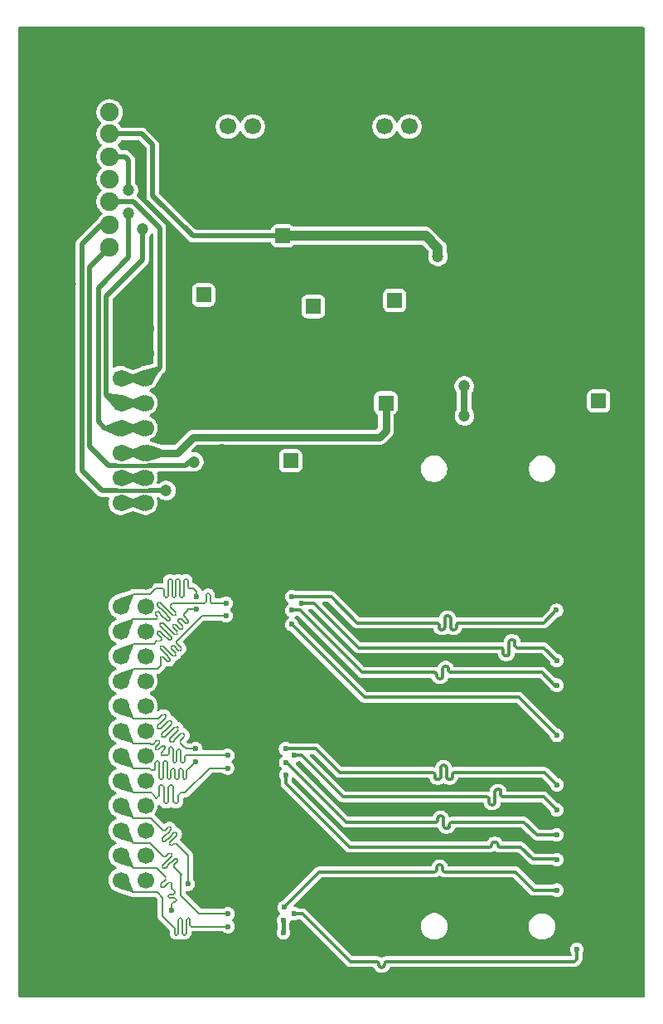
<source format=gbr>
%TF.GenerationSoftware,KiCad,Pcbnew,9.0.5*%
%TF.CreationDate,2025-10-18T12:32:35+02:00*%
%TF.ProjectId,LogicAnalyzer V6.0,4c6f6769-6341-46e6-916c-797a65722056,rev?*%
%TF.SameCoordinates,Original*%
%TF.FileFunction,Copper,L4,Bot*%
%TF.FilePolarity,Positive*%
%FSLAX46Y46*%
G04 Gerber Fmt 4.6, Leading zero omitted, Abs format (unit mm)*
G04 Created by KiCad (PCBNEW 9.0.5) date 2025-10-18 12:32:35*
%MOMM*%
%LPD*%
G01*
G04 APERTURE LIST*
G04 Aperture macros list*
%AMRoundRect*
0 Rectangle with rounded corners*
0 $1 Rounding radius*
0 $2 $3 $4 $5 $6 $7 $8 $9 X,Y pos of 4 corners*
0 Add a 4 corners polygon primitive as box body*
4,1,4,$2,$3,$4,$5,$6,$7,$8,$9,$2,$3,0*
0 Add four circle primitives for the rounded corners*
1,1,$1+$1,$2,$3*
1,1,$1+$1,$4,$5*
1,1,$1+$1,$6,$7*
1,1,$1+$1,$8,$9*
0 Add four rect primitives between the rounded corners*
20,1,$1+$1,$2,$3,$4,$5,0*
20,1,$1+$1,$4,$5,$6,$7,0*
20,1,$1+$1,$6,$7,$8,$9,0*
20,1,$1+$1,$8,$9,$2,$3,0*%
G04 Aperture macros list end*
%TA.AperFunction,ComponentPad*%
%ADD10C,1.900000*%
%TD*%
%TA.AperFunction,ComponentPad*%
%ADD11C,3.500000*%
%TD*%
%TA.AperFunction,ComponentPad*%
%ADD12C,0.800000*%
%TD*%
%TA.AperFunction,ComponentPad*%
%ADD13C,5.000000*%
%TD*%
%TA.AperFunction,ComponentPad*%
%ADD14RoundRect,0.250000X0.550000X-0.550000X0.550000X0.550000X-0.550000X0.550000X-0.550000X-0.550000X0*%
%TD*%
%TA.AperFunction,ComponentPad*%
%ADD15C,1.600000*%
%TD*%
%TA.AperFunction,ComponentPad*%
%ADD16R,1.700000X1.700000*%
%TD*%
%TA.AperFunction,ComponentPad*%
%ADD17C,1.700000*%
%TD*%
%TA.AperFunction,ComponentPad*%
%ADD18RoundRect,0.250000X-0.550000X0.550000X-0.550000X-0.550000X0.550000X-0.550000X0.550000X0.550000X0*%
%TD*%
%TA.AperFunction,ComponentPad*%
%ADD19RoundRect,0.250000X0.550000X0.550000X-0.550000X0.550000X-0.550000X-0.550000X0.550000X-0.550000X0*%
%TD*%
%TA.AperFunction,ComponentPad*%
%ADD20RoundRect,0.250000X-0.550000X-0.550000X0.550000X-0.550000X0.550000X0.550000X-0.550000X0.550000X0*%
%TD*%
%TA.AperFunction,ViaPad*%
%ADD21C,0.600000*%
%TD*%
%TA.AperFunction,ViaPad*%
%ADD22C,1.200000*%
%TD*%
%TA.AperFunction,Conductor*%
%ADD23C,0.300000*%
%TD*%
%TA.AperFunction,Conductor*%
%ADD24C,0.200000*%
%TD*%
%TA.AperFunction,Conductor*%
%ADD25C,0.500000*%
%TD*%
%TA.AperFunction,Conductor*%
%ADD26C,0.700000*%
%TD*%
%TA.AperFunction,Conductor*%
%ADD27C,0.800000*%
%TD*%
%TA.AperFunction,Conductor*%
%ADD28C,1.000000*%
%TD*%
%TA.AperFunction,Conductor*%
%ADD29C,0.400000*%
%TD*%
G04 APERTURE END LIST*
D10*
%TO.P,SW1,1,1*%
%TO.N,Net-(FB6-Pad2)*%
X111830000Y-67350000D03*
%TO.P,SW1,2,2*%
%TO.N,Net-(FB5-Pad2)*%
X111830000Y-65050000D03*
%TO.P,SW1,3,3*%
%TO.N,/POWER_1v8*%
X111830000Y-62650000D03*
%TO.P,SW1,4,4*%
%TO.N,/POWER_2v5*%
X111830000Y-60350000D03*
%TO.P,SW1,5,5*%
%TO.N,/POWER_3v3*%
X111830000Y-58050000D03*
%TO.P,SW1,6,6*%
%TO.N,/POWER_5v*%
X111830000Y-55750000D03*
%TO.P,SW1,7,7*%
%TO.N,Net-(FB6-Pad2)*%
X111830000Y-53550000D03*
D11*
%TO.P,SW1,8,8*%
%TO.N,GND*%
X106630000Y-71050000D03*
X106530000Y-49450000D03*
%TD*%
D12*
%TO.P,H3,1,1*%
%TO.N,GND*%
X160125000Y-50000000D03*
X160674175Y-48674175D03*
X160674175Y-51325825D03*
X162000000Y-48125000D03*
D13*
X162000000Y-50000000D03*
D12*
X162000000Y-51875000D03*
X163325825Y-48674175D03*
X163325825Y-51325825D03*
X163875000Y-50000000D03*
%TD*%
D14*
%TO.P,C30,1*%
%TO.N,Net-(U7-VBUS)*%
X161780000Y-82998856D03*
D15*
%TO.P,C30,2*%
%TO.N,GND*%
X161780000Y-80498856D03*
%TD*%
D16*
%TO.P,J1,1,1*%
%TO.N,GND*%
X121380000Y-55000000D03*
D17*
%TO.P,J1,2,2*%
%TO.N,unconnected-(J1-Pad2)*%
X123920000Y-55000000D03*
%TO.P,J1,3,3*%
%TO.N,/EXT_CHAIN*%
X126460000Y-55000000D03*
%TD*%
D16*
%TO.P,J5,1,Pin_1*%
%TO.N,GND*%
X115500000Y-134435000D03*
D17*
%TO.P,J5,2,Pin_2*%
X112960000Y-134435000D03*
%TO.P,J5,3,Pin_3*%
%TO.N,/DIN12*%
X115500000Y-131895000D03*
%TO.P,J5,4,Pin_4*%
%TO.N,/DIN13*%
X112960000Y-131895000D03*
%TO.P,J5,5,Pin_5*%
%TO.N,/DIN11*%
X115500000Y-129355000D03*
%TO.P,J5,6,Pin_6*%
%TO.N,/DIN14*%
X112960000Y-129355000D03*
%TO.P,J5,7,Pin_7*%
%TO.N,/DIN10*%
X115500000Y-126815000D03*
%TO.P,J5,8,Pin_8*%
%TO.N,/DIN15*%
X112960000Y-126815000D03*
%TO.P,J5,9,Pin_9*%
%TO.N,/DIN9*%
X115500000Y-124275000D03*
%TO.P,J5,10,Pin_10*%
%TO.N,/DIN16*%
X112960000Y-124275000D03*
%TO.P,J5,11,Pin_11*%
%TO.N,/DIN8*%
X115500000Y-121735000D03*
%TO.P,J5,12,Pin_12*%
%TO.N,/DIN17*%
X112960000Y-121735000D03*
%TO.P,J5,13,Pin_13*%
%TO.N,/DIN7*%
X115500000Y-119195000D03*
%TO.P,J5,14,Pin_14*%
%TO.N,/DIN18*%
X112960000Y-119195000D03*
%TO.P,J5,15,Pin_15*%
%TO.N,/DIN6*%
X115500000Y-116655000D03*
%TO.P,J5,16,Pin_16*%
%TO.N,/DIN19*%
X112960000Y-116655000D03*
%TO.P,J5,17,Pin_17*%
%TO.N,/DIN5*%
X115500000Y-114115000D03*
%TO.P,J5,18,Pin_18*%
%TO.N,/DIN20*%
X112960000Y-114115000D03*
%TO.P,J5,19,Pin_19*%
%TO.N,/DIN4*%
X115500000Y-111575000D03*
%TO.P,J5,20,Pin_20*%
%TO.N,/DIN21*%
X112960000Y-111575000D03*
%TO.P,J5,21,Pin_21*%
%TO.N,/DIN3*%
X115500000Y-109035000D03*
%TO.P,J5,22,Pin_22*%
%TO.N,/DIN22*%
X112960000Y-109035000D03*
%TO.P,J5,23,Pin_23*%
%TO.N,/DIN2*%
X115500000Y-106495000D03*
%TO.P,J5,24,Pin_24*%
%TO.N,/DIN23*%
X112960000Y-106495000D03*
%TO.P,J5,25,Pin_25*%
%TO.N,/DIN1*%
X115500000Y-103955000D03*
%TO.P,J5,26,Pin_26*%
%TO.N,/DIN24*%
X112960000Y-103955000D03*
%TO.P,J5,27,Pin_27*%
%TO.N,GND*%
X115500000Y-101415000D03*
%TO.P,J5,28,Pin_28*%
X112960000Y-101415000D03*
%TD*%
D18*
%TO.P,C24,1*%
%TO.N,/POWER_5v*%
X140960000Y-72731144D03*
D15*
%TO.P,C24,2*%
%TO.N,GND*%
X140960000Y-75231144D03*
%TD*%
D16*
%TO.P,J3,1,1*%
%TO.N,GND*%
X137380000Y-55000000D03*
D17*
%TO.P,J3,2,2*%
%TO.N,unconnected-(J3-Pad2)*%
X139920000Y-55000000D03*
%TO.P,J3,3,3*%
%TO.N,/EXT_CHAIN*%
X142460000Y-55000000D03*
%TD*%
D14*
%TO.P,C21,1*%
%TO.N,Net-(U12-VO)*%
X132640000Y-73358856D03*
D15*
%TO.P,C21,2*%
%TO.N,GND*%
X132640000Y-70858856D03*
%TD*%
D12*
%TO.P,H2,1,1*%
%TO.N,GND*%
X130075000Y-50000000D03*
X130624175Y-48674175D03*
X130624175Y-51325825D03*
X131950000Y-48125000D03*
D13*
X131950000Y-50000000D03*
D12*
X131950000Y-51875000D03*
X133275825Y-48674175D03*
X133275825Y-51325825D03*
X133825000Y-50000000D03*
%TD*%
%TO.P,H4,1,1*%
%TO.N,GND*%
X160125000Y-74870000D03*
X160674175Y-73544175D03*
X160674175Y-76195825D03*
X162000000Y-72995000D03*
D13*
X162000000Y-74870000D03*
D12*
X162000000Y-76745000D03*
X163325825Y-73544175D03*
X163325825Y-76195825D03*
X163875000Y-74870000D03*
%TD*%
D14*
%TO.P,C19,1*%
%TO.N,/POWER_5v*%
X140050000Y-83208856D03*
D15*
%TO.P,C19,2*%
%TO.N,GND*%
X140050000Y-80708856D03*
%TD*%
D12*
%TO.P,H5,1,1*%
%TO.N,GND*%
X161715000Y-140880000D03*
X162264175Y-139554175D03*
X162264175Y-142205825D03*
X163590000Y-139005000D03*
D13*
X163590000Y-140880000D03*
D12*
X163590000Y-142755000D03*
X164915825Y-139554175D03*
X164915825Y-142205825D03*
X165465000Y-140880000D03*
%TD*%
%TO.P,H6,1,1*%
%TO.N,GND*%
X104125000Y-140000000D03*
X104674175Y-138674175D03*
X104674175Y-141325825D03*
X106000000Y-138125000D03*
D13*
X106000000Y-140000000D03*
D12*
X106000000Y-141875000D03*
X107325825Y-138674175D03*
X107325825Y-141325825D03*
X107875000Y-140000000D03*
%TD*%
D16*
%TO.P,J4,1,Pin_1*%
%TO.N,GND*%
X115500000Y-95920000D03*
D17*
%TO.P,J4,2,Pin_2*%
X112960000Y-95920000D03*
%TO.P,J4,3,Pin_3*%
%TO.N,/EXT_VREF*%
X115500000Y-93380000D03*
%TO.P,J4,4,Pin_4*%
X112960000Y-93380000D03*
%TO.P,J4,5,Pin_5*%
%TO.N,/EXT_TRIG*%
X115500000Y-90840000D03*
%TO.P,J4,6,Pin_6*%
X112960000Y-90840000D03*
%TO.P,J4,7,Pin_7*%
%TO.N,/POWER_5v*%
X115500000Y-88300000D03*
%TO.P,J4,8,Pin_8*%
X112960000Y-88300000D03*
%TO.P,J4,9,Pin_9*%
%TO.N,/POWER_3v3*%
X115500000Y-85760000D03*
%TO.P,J4,10,Pin_10*%
X112960000Y-85760000D03*
%TO.P,J4,11,Pin_11*%
%TO.N,/POWER_2v5*%
X115500000Y-83220000D03*
%TO.P,J4,12,Pin_12*%
X112960000Y-83220000D03*
%TO.P,J4,13,Pin_13*%
%TO.N,/POWER_1v8*%
X115500000Y-80680000D03*
%TO.P,J4,14,Pin_14*%
X112960000Y-80680000D03*
%TO.P,J4,15,Pin_15*%
%TO.N,GND*%
X115500000Y-78140000D03*
%TO.P,J4,16,Pin_16*%
X112960000Y-78140000D03*
%TO.P,J4,17,Pin_17*%
X115500000Y-75600000D03*
%TO.P,J4,18,Pin_18*%
X112960000Y-75600000D03*
%TD*%
D14*
%TO.P,C22,1*%
%TO.N,/POWER_5v*%
X129520000Y-66148856D03*
D15*
%TO.P,C22,2*%
%TO.N,GND*%
X129520000Y-63648856D03*
%TD*%
D12*
%TO.P,H1,1,1*%
%TO.N,GND*%
X114425000Y-50000000D03*
X114974175Y-48674175D03*
X114974175Y-51325825D03*
X116300000Y-48125000D03*
D13*
X116300000Y-50000000D03*
D12*
X116300000Y-51875000D03*
X117625825Y-48674175D03*
X117625825Y-51325825D03*
X118175000Y-50000000D03*
%TD*%
D19*
%TO.P,C23,1*%
%TO.N,Net-(U11-VO)*%
X121450000Y-72180000D03*
D15*
%TO.P,C23,2*%
%TO.N,GND*%
X118950000Y-72180000D03*
%TD*%
D20*
%TO.P,C20,1*%
%TO.N,/POWER_3v3_F*%
X130331144Y-89090000D03*
D15*
%TO.P,C20,2*%
%TO.N,GND*%
X132831144Y-89090000D03*
%TD*%
D21*
%TO.N,GND*%
X138280000Y-119610000D03*
X159030000Y-85290000D03*
X121050000Y-93150000D03*
X142530000Y-119610000D03*
X125490000Y-131900000D03*
X121000000Y-123940000D03*
X120960000Y-108130000D03*
X125500000Y-93090000D03*
X122200000Y-130450000D03*
X158510000Y-131240000D03*
X135400000Y-70500000D03*
X142540000Y-106860000D03*
X121010000Y-131940000D03*
X125490000Y-100610000D03*
X125470000Y-91090000D03*
X131800000Y-139700000D03*
X120410000Y-60300000D03*
X122200000Y-122300000D03*
X143890000Y-70410000D03*
X120970000Y-115900000D03*
X128900000Y-60300000D03*
X121000000Y-100600000D03*
X134800000Y-68150000D03*
X125490000Y-123910000D03*
X123361217Y-87609000D03*
X142525000Y-132300000D03*
X142530000Y-94220000D03*
X122200000Y-106730000D03*
X125375000Y-140925000D03*
X162700000Y-106920000D03*
X129390000Y-82850000D03*
X138370000Y-94200000D03*
X138325000Y-132325000D03*
X125480000Y-115910000D03*
X122220000Y-138410000D03*
X136310000Y-85240000D03*
X122180000Y-99290000D03*
X162720000Y-94210000D03*
X162690000Y-132350000D03*
X126450000Y-70420000D03*
X138310000Y-106940000D03*
X158490000Y-94160000D03*
X137700000Y-85700000D03*
X145660000Y-81070000D03*
X128260000Y-71200000D03*
X122210000Y-114380000D03*
X121040000Y-91100000D03*
X120700000Y-139700000D03*
X119350000Y-68140000D03*
X125480000Y-108120000D03*
D22*
%TO.N,/POWER_3v3*%
X113760000Y-61500000D03*
X113790000Y-63860000D03*
%TO.N,/EXT_CHAIN*%
X148080000Y-84510000D03*
X148060000Y-81470000D03*
%TO.N,/POWER_5v*%
X145370000Y-68250000D03*
D21*
%TO.N,/DIN14*%
X118200000Y-134960000D03*
%TO.N,/DIN20*%
X120630000Y-118490000D03*
%TO.N,/DIN18*%
X120640000Y-119797500D03*
%TO.N,/DIN21*%
X123740000Y-104910000D03*
%TO.N,/DIN19*%
X123890000Y-119150000D03*
%TO.N,/DIN16*%
X119860000Y-132280000D03*
%TO.N,/DIN17*%
X123880000Y-120450000D03*
%TO.N,/DIN22*%
X120710000Y-104260000D03*
%TO.N,/DIN15*%
X123930000Y-135320000D03*
%TO.N,/DIN24*%
X120710000Y-102970000D03*
%TO.N,/DIN23*%
X123730000Y-103630000D03*
%TO.N,/DIN13*%
X123930000Y-136620000D03*
%TO.N,/DOUT16*%
X157530000Y-132910000D03*
X129670000Y-134669000D03*
%TO.N,/DOUT15*%
X159560000Y-138940000D03*
X130660000Y-135300000D03*
%TO.N,/DOUT14*%
X129600000Y-135969000D03*
X129600000Y-137260000D03*
%TO.N,/DOUT22*%
X157520000Y-112000000D03*
X130450000Y-104360000D03*
%TO.N,/DOUT24*%
X130440000Y-102960000D03*
X157490000Y-104360000D03*
%TO.N,/DOUT21*%
X157530000Y-117120000D03*
X130440000Y-105800000D03*
%TO.N,/DOUT23*%
X131470000Y-103660000D03*
X157510000Y-109470000D03*
%TO.N,/DOUT18*%
X129830000Y-119881000D03*
X157510000Y-127270000D03*
%TO.N,/DOUT20*%
X129820000Y-118480000D03*
X157530000Y-122150000D03*
%TO.N,/DOUT17*%
X129850000Y-121140000D03*
X157540000Y-129800000D03*
%TO.N,/DOUT19*%
X130730000Y-119170000D03*
X157520000Y-124730000D03*
D22*
%TO.N,/POWER_2v5*%
X115180000Y-65480000D03*
%TO.N,Net-(FB5-Pad2)*%
X117590000Y-92130000D03*
%TO.N,Net-(FB6-Pad2)*%
X120440000Y-89220000D03*
%TD*%
D23*
%TO.N,/DOUT15*%
X140289396Y-140200000D02*
X140525000Y-140200000D01*
X140169396Y-140200000D02*
X140289396Y-140200000D01*
X140525000Y-140200000D02*
X140946417Y-140200000D01*
X139569396Y-140770872D02*
X139689396Y-140770872D01*
X139929396Y-140530872D02*
X139929396Y-140440000D01*
X139329396Y-140440000D02*
X139329396Y-140530872D01*
X131529000Y-135319000D02*
X136410000Y-140200000D01*
X136410000Y-140200000D02*
X139089396Y-140200000D01*
X130679000Y-135319000D02*
X131529000Y-135319000D01*
X130660000Y-135300000D02*
X130679000Y-135319000D01*
X139689396Y-140770872D02*
G75*
G03*
X139929372Y-140530872I4J239972D01*
G01*
X139329396Y-140530872D02*
G75*
G03*
X139569396Y-140770904I240004J-28D01*
G01*
X139929396Y-140440000D02*
G75*
G02*
X140169396Y-140199996I240004J0D01*
G01*
X139089396Y-140200000D02*
G75*
G02*
X139329400Y-140440000I4J-240000D01*
G01*
X159570000Y-138930000D02*
X159560000Y-138940000D01*
X159570000Y-139940000D02*
X159570000Y-138930000D01*
X141943380Y-140200000D02*
X159310000Y-140200000D01*
X140946417Y-140200000D02*
X141943380Y-140200000D01*
X159310000Y-140200000D02*
X159570000Y-139940000D01*
%TO.N,/DOUT19*%
X130730000Y-119170000D02*
X131480000Y-119170000D01*
X131480000Y-119170000D02*
X135720000Y-123410000D01*
X135720000Y-123410000D02*
X150378176Y-123410000D01*
X151818176Y-122849440D02*
X151818176Y-123170000D01*
X151218176Y-123970560D02*
X151218176Y-123650000D01*
X150858176Y-124210560D02*
X150978176Y-124210560D01*
X152178176Y-123410000D02*
X152375000Y-123410000D01*
X152375000Y-123410000D02*
X156200000Y-123410000D01*
X151218176Y-123170000D02*
X151218176Y-122849440D01*
X151218176Y-123650000D02*
X151218176Y-123170000D01*
X150618176Y-123650000D02*
X150618176Y-123970560D01*
X156200000Y-123410000D02*
X157520000Y-124730000D01*
X151458176Y-122609440D02*
X151578176Y-122609440D01*
X152058176Y-123410000D02*
X152178176Y-123410000D01*
X150618176Y-123970560D02*
G75*
G03*
X150858176Y-124210624I240024J-40D01*
G01*
X150978176Y-124210560D02*
G75*
G03*
X151218160Y-123970560I24J239960D01*
G01*
X151818176Y-123170000D02*
G75*
G03*
X152058176Y-123410024I240024J0D01*
G01*
X151218176Y-122849440D02*
G75*
G02*
X151458176Y-122609376I240024J40D01*
G01*
X151578176Y-122609440D02*
G75*
G02*
X151818160Y-122849440I24J-239960D01*
G01*
X150378176Y-123410000D02*
G75*
G02*
X150618200Y-123650000I24J-240000D01*
G01*
%TO.N,/DOUT24*%
X146068424Y-105880000D02*
X146068424Y-105640000D01*
X130440000Y-102960000D02*
X134470000Y-102960000D01*
X147268424Y-106106822D02*
X147268424Y-105880000D01*
X146668424Y-105640000D02*
X146668424Y-105880000D01*
X145708424Y-106346822D02*
X145828424Y-106346822D01*
X148025000Y-105640000D02*
X156210000Y-105640000D01*
X146308424Y-104933200D02*
X146428424Y-104933200D01*
X146668424Y-105173200D02*
X146668424Y-105640000D01*
X147628424Y-105640000D02*
X148025000Y-105640000D01*
X146908424Y-106346822D02*
X147028424Y-106346822D01*
X146668424Y-105880000D02*
X146668424Y-106106822D01*
X146068424Y-106106822D02*
X146068424Y-105880000D01*
X146068424Y-105640000D02*
X146068424Y-105173200D01*
X156210000Y-105640000D02*
X157490000Y-104360000D01*
X137150000Y-105640000D02*
X145228424Y-105640000D01*
X134470000Y-102960000D02*
X137150000Y-105640000D01*
X147508424Y-105640000D02*
X147628424Y-105640000D01*
X145468424Y-105880000D02*
X145468424Y-106106822D01*
X147268424Y-105880000D02*
G75*
G02*
X147508424Y-105640024I239976J0D01*
G01*
X147028424Y-106346822D02*
G75*
G03*
X147268422Y-106106822I-24J240022D01*
G01*
X146668424Y-106106822D02*
G75*
G03*
X146908424Y-106346776I239976J22D01*
G01*
X146428424Y-104933200D02*
G75*
G02*
X146668400Y-105173200I-24J-240000D01*
G01*
X145468424Y-106106822D02*
G75*
G03*
X145708424Y-106346776I239976J22D01*
G01*
X145828424Y-106346822D02*
G75*
G03*
X146068422Y-106106822I-24J240022D01*
G01*
X145228424Y-105640000D02*
G75*
G02*
X145468400Y-105880000I-24J-240000D01*
G01*
X146068424Y-105173200D02*
G75*
G02*
X146308424Y-104933224I239976J0D01*
G01*
D24*
%TO.N,/DIN18*%
X118109309Y-121451454D02*
X118109309Y-120640000D01*
X119709309Y-121451454D02*
X119709309Y-120640000D01*
X117709309Y-120640000D02*
X117709309Y-121451454D01*
X117869309Y-121611454D02*
X117949309Y-121611454D01*
X114270000Y-120465000D02*
X114270000Y-120480000D01*
X117069309Y-121611454D02*
X117149309Y-121611454D01*
X113000000Y-119195000D02*
X114270000Y-120465000D01*
X120204473Y-120233027D02*
X120640000Y-119797500D01*
X118669309Y-121611470D02*
X118749309Y-121611470D01*
X118509309Y-120640000D02*
X118509309Y-121451470D01*
X119309309Y-120640000D02*
X119309309Y-121451454D01*
X117309309Y-120480000D02*
X117309309Y-119858542D01*
X117469309Y-119698542D02*
X117549309Y-119698542D01*
X117309309Y-121451454D02*
X117309309Y-120480000D01*
X116669309Y-119748544D02*
X116749309Y-119748544D01*
X119949309Y-120480000D02*
X119957500Y-120480000D01*
X116149309Y-120680000D02*
X116409309Y-120680000D01*
X117709309Y-120480000D02*
X117709309Y-120640000D01*
X116909309Y-119908544D02*
X116909309Y-120480000D01*
X119957500Y-120480000D02*
X120204473Y-120233027D01*
X119469309Y-121611454D02*
X119549309Y-121611454D01*
X116909309Y-120480000D02*
X116909309Y-121451454D01*
X119069309Y-120480000D02*
X119149309Y-120480000D01*
X119869309Y-120480000D02*
X119949309Y-120480000D01*
X118909309Y-121451470D02*
X118909309Y-120640000D01*
X114270000Y-120480000D02*
X115949309Y-120480000D01*
X117709309Y-119858542D02*
X117709309Y-120480000D01*
X118269309Y-120480000D02*
X118349309Y-120480000D01*
X116509309Y-120480000D02*
X116509309Y-119908544D01*
X116509309Y-120580000D02*
X116509309Y-120480000D01*
X115949309Y-120480000D02*
G75*
G02*
X116049300Y-120580000I-9J-100000D01*
G01*
X116409309Y-120680000D02*
G75*
G03*
X116509300Y-120580000I-9J100000D01*
G01*
X117149309Y-121611454D02*
G75*
G03*
X117309254Y-121451454I-9J159954D01*
G01*
X116749309Y-119748544D02*
G75*
G02*
X116909256Y-119908544I-9J-159956D01*
G01*
X116509309Y-119908544D02*
G75*
G02*
X116669309Y-119748509I159991J44D01*
G01*
X116049309Y-120580000D02*
G75*
G03*
X116149309Y-120679991I99991J0D01*
G01*
X117709309Y-121451454D02*
G75*
G03*
X117869309Y-121611491I159991J-46D01*
G01*
X116909309Y-121451454D02*
G75*
G03*
X117069309Y-121611491I159991J-46D01*
G01*
X118509309Y-121451470D02*
G75*
G03*
X118669309Y-121611491I159991J-30D01*
G01*
X118909309Y-120640000D02*
G75*
G02*
X119069309Y-120480009I159991J0D01*
G01*
X119309309Y-121451454D02*
G75*
G03*
X119469309Y-121611491I159991J-46D01*
G01*
X117309309Y-119858542D02*
G75*
G02*
X117469309Y-119698509I159991J42D01*
G01*
X119149309Y-120480000D02*
G75*
G02*
X119309300Y-120640000I-9J-160000D01*
G01*
X119709309Y-120640000D02*
G75*
G02*
X119869309Y-120480009I159991J0D01*
G01*
X118749309Y-121611470D02*
G75*
G03*
X118909270Y-121451470I-9J159970D01*
G01*
X117549309Y-119698542D02*
G75*
G02*
X117709258Y-119858542I-9J-159958D01*
G01*
X118109309Y-120640000D02*
G75*
G02*
X118269309Y-120480009I159991J0D01*
G01*
X117949309Y-121611454D02*
G75*
G03*
X118109254Y-121451454I-9J159954D01*
G01*
X118349309Y-120480000D02*
G75*
G02*
X118509300Y-120640000I-9J-160000D01*
G01*
X119549309Y-121611454D02*
G75*
G03*
X119709254Y-121451454I-9J159954D01*
G01*
%TO.N,/DIN17*%
X117865712Y-122980000D02*
X117865712Y-122348947D01*
X117365712Y-122348947D02*
X117365712Y-122980000D01*
X122040000Y-120450000D02*
X123880000Y-120450000D01*
X115615712Y-122980000D02*
X116165712Y-122980000D01*
X117065712Y-122148947D02*
X117165712Y-122148947D01*
X118365712Y-122980000D02*
X118365712Y-123180000D01*
X117865712Y-123861051D02*
X117865712Y-122980000D01*
X117565712Y-124061051D02*
X117665712Y-124061051D01*
X116565712Y-123511051D02*
X116665712Y-123511051D01*
X116865712Y-123180000D02*
X116865712Y-122980000D01*
X118565712Y-124061051D02*
X118665712Y-124061051D01*
X119165712Y-122980000D02*
X119510000Y-122980000D01*
X118365712Y-122348947D02*
X118365712Y-122980000D01*
X118865712Y-123861051D02*
X118865712Y-123180000D01*
X118065712Y-122148947D02*
X118165712Y-122148947D01*
X118365712Y-123180000D02*
X118365712Y-123861051D01*
X116865712Y-122980000D02*
X116865712Y-122348947D01*
X113000000Y-121735000D02*
X114245000Y-122980000D01*
X119527819Y-122962181D02*
X122040000Y-120450000D01*
X119065712Y-122980000D02*
X119165712Y-122980000D01*
X116365712Y-123180000D02*
X116365712Y-123311051D01*
X116865712Y-123311051D02*
X116865712Y-123180000D01*
X119510000Y-122980000D02*
X119527819Y-122962181D01*
X117365712Y-122980000D02*
X117365712Y-123861051D01*
X114245000Y-122980000D02*
X115615712Y-122980000D01*
X116165712Y-122980000D02*
G75*
G02*
X116365700Y-123180000I-12J-200000D01*
G01*
X116365712Y-123311051D02*
G75*
G03*
X116565712Y-123510988I199988J51D01*
G01*
X118665712Y-124061051D02*
G75*
G03*
X118865751Y-123861051I-12J200051D01*
G01*
X118865712Y-123180000D02*
G75*
G02*
X119065712Y-122980012I199988J0D01*
G01*
X118365712Y-123861051D02*
G75*
G03*
X118565712Y-124060988I199988J51D01*
G01*
X117865712Y-122348947D02*
G75*
G02*
X118065712Y-122148912I199988J47D01*
G01*
X116865712Y-122348947D02*
G75*
G02*
X117065712Y-122148912I199988J47D01*
G01*
X117665712Y-124061051D02*
G75*
G03*
X117865751Y-123861051I-12J200051D01*
G01*
X117165712Y-122148947D02*
G75*
G02*
X117365653Y-122348947I-12J-199953D01*
G01*
X118165712Y-122148947D02*
G75*
G02*
X118365653Y-122348947I-12J-199953D01*
G01*
X117365712Y-123861051D02*
G75*
G03*
X117565712Y-124060988I199988J51D01*
G01*
X116665712Y-123511051D02*
G75*
G03*
X116865751Y-123311051I-12J200051D01*
G01*
D25*
%TO.N,/POWER_3v3*%
X111330000Y-85760000D02*
X110680000Y-85110000D01*
X113430000Y-58050000D02*
X111830000Y-58050000D01*
X113800000Y-68330000D02*
X113800000Y-63940000D01*
X113780000Y-61480000D02*
X113780000Y-58400000D01*
D23*
X112760000Y-58050000D02*
X111830000Y-58050000D01*
D25*
X113760000Y-61500000D02*
X113780000Y-61480000D01*
X110680000Y-85110000D02*
X110680000Y-71450000D01*
X113780000Y-58400000D02*
X113430000Y-58050000D01*
X110680000Y-71450000D02*
X113800000Y-68330000D01*
X112960000Y-85760000D02*
X115500000Y-85760000D01*
X112940000Y-85760000D02*
X111330000Y-85760000D01*
%TO.N,/EXT_CHAIN*%
X147945000Y-84525000D02*
X148070000Y-84400000D01*
D26*
X148070000Y-84400000D02*
X148070000Y-81480000D01*
D25*
X148070000Y-81480000D02*
X148060000Y-81470000D01*
%TO.N,/EXT_TRIG*%
X112960000Y-90840000D02*
X115500000Y-90840000D01*
%TO.N,/POWER_5v*%
X116240000Y-56860000D02*
X116240000Y-62080000D01*
X111830000Y-55750000D02*
X115090000Y-55750000D01*
D27*
X118780000Y-88300000D02*
X120371000Y-86709000D01*
X139391572Y-86709000D02*
X140050000Y-86050572D01*
D28*
X145370000Y-67391356D02*
X145370000Y-68250000D01*
D25*
X115090000Y-55750000D02*
X115100000Y-55760000D01*
X115140000Y-55760000D02*
X116240000Y-56860000D01*
D28*
X144118644Y-66140000D02*
X145370000Y-67391356D01*
D25*
X116240000Y-62080000D02*
X120328856Y-66168856D01*
X115100000Y-55760000D02*
X115140000Y-55760000D01*
X112960000Y-88300000D02*
X115500000Y-88300000D01*
D28*
X129468856Y-66140000D02*
X144118644Y-66140000D01*
D25*
X120328856Y-66168856D02*
X129440000Y-66168856D01*
D27*
X140050000Y-86050572D02*
X140050000Y-83189428D01*
D25*
X129440000Y-66168856D02*
X129468856Y-66140000D01*
D27*
X120371000Y-86709000D02*
X139391572Y-86709000D01*
X115480000Y-88300000D02*
X118780000Y-88300000D01*
D24*
%TO.N,/DIN14*%
X118190000Y-133321288D02*
X117992199Y-133321288D01*
X117992199Y-133721288D02*
X118190000Y-133721288D01*
X118190000Y-134950000D02*
X118200000Y-134960000D01*
X117484961Y-131500620D02*
X117304253Y-131319912D01*
X117548600Y-131564259D02*
X117484961Y-131500620D01*
X118350000Y-133721288D02*
X118487793Y-133721288D01*
X117866798Y-132137016D02*
X117414250Y-132589565D01*
X118190000Y-134683553D02*
X118190000Y-134950000D01*
X118647793Y-133881288D02*
X118647793Y-133961288D01*
X118190000Y-132205659D02*
X118190000Y-132761288D01*
X118491988Y-133063276D02*
X118491988Y-133170294D01*
X117159692Y-132589565D02*
X117096052Y-132525925D01*
X118487793Y-134121288D02*
X118350000Y-134121288D01*
X117304253Y-131319912D02*
X116624341Y-130640000D01*
X117832199Y-133481288D02*
X117832199Y-133561288D01*
X116624341Y-130640000D02*
X114285000Y-130640000D01*
X118340994Y-133321288D02*
X118190000Y-133321288D01*
X118190000Y-133721288D02*
X118350000Y-133721288D01*
X117096051Y-132271365D02*
X117548600Y-131818817D01*
X114285000Y-130640000D02*
X113000000Y-129355000D01*
X118190000Y-134281288D02*
X118190000Y-134361288D01*
X118190000Y-134361288D02*
X118190000Y-134683553D01*
X118121358Y-132137017D02*
X118190000Y-132205659D01*
X118340994Y-132912282D02*
G75*
G02*
X118492018Y-133063276I6J-151018D01*
G01*
X118121358Y-132137017D02*
G75*
G03*
X117866821Y-132137038I-127258J-127283D01*
G01*
X117096052Y-132525925D02*
G75*
G02*
X117096006Y-132271320I127248J127325D01*
G01*
X117832199Y-133561288D02*
G75*
G03*
X117992199Y-133721301I160001J-12D01*
G01*
X118487793Y-133721288D02*
G75*
G02*
X118647812Y-133881288I7J-160012D01*
G01*
X117548600Y-131818817D02*
G75*
G03*
X117548638Y-131564221I-127300J127317D01*
G01*
X118190000Y-132761288D02*
G75*
G03*
X118340994Y-132912300I151000J-12D01*
G01*
X118491988Y-133170294D02*
G75*
G02*
X118340994Y-133321288I-150988J-6D01*
G01*
X118350000Y-134121288D02*
G75*
G03*
X118189988Y-134281288I0J-160012D01*
G01*
X117992199Y-133321288D02*
G75*
G03*
X117832188Y-133481288I1J-160012D01*
G01*
X117414250Y-132589565D02*
G75*
G02*
X117159692Y-132589565I-127279J127278D01*
G01*
X118647793Y-133961288D02*
G75*
G02*
X118487793Y-134121293I-159993J-12D01*
G01*
D25*
%TO.N,/EXT_VREF*%
X112960000Y-93380000D02*
X115500000Y-93380000D01*
D24*
%TO.N,/DIN20*%
X118118742Y-115643164D02*
X118182381Y-115706803D01*
X119670000Y-118490000D02*
X119996280Y-118490000D01*
X117989891Y-117681196D02*
X118053530Y-117744835D01*
X117070667Y-116436682D02*
X117343674Y-116163674D01*
X117343674Y-116163674D02*
X117864182Y-115643163D01*
X119391565Y-116915918D02*
X119455204Y-116979557D01*
X113000000Y-114115000D02*
X114285000Y-115400000D01*
X117494930Y-117285207D02*
X117980068Y-116800068D01*
X117980068Y-116800068D02*
X118500576Y-116279557D01*
X118755136Y-116279558D02*
X118818775Y-116343197D01*
X119347129Y-118167129D02*
X119670000Y-118490000D01*
X118616462Y-117436461D02*
X118616462Y-117436462D01*
X118182382Y-115961363D02*
X117661871Y-116481871D01*
X118818776Y-116597757D02*
X118298265Y-117118265D01*
X119455203Y-117234115D02*
X119061938Y-117627381D01*
X120124348Y-118490000D02*
X120630000Y-118490000D01*
X117152755Y-115718197D02*
X117025476Y-115845476D01*
X116752469Y-116373043D02*
X116816108Y-116436682D01*
X119125578Y-117945578D02*
X119347129Y-118167129D01*
X118298265Y-117118265D02*
X117989891Y-117426638D01*
X119996280Y-118490000D02*
X120124348Y-118490000D01*
X114285000Y-115400000D02*
X116580000Y-115400000D01*
X118308089Y-117744835D02*
X118616462Y-117436461D01*
X117482342Y-115006774D02*
X117545981Y-115070413D01*
X119061938Y-117881939D02*
X119125578Y-117945578D01*
X117661871Y-116481871D02*
X117176732Y-116967009D01*
X118616462Y-117436462D02*
X118743740Y-117309181D01*
X118743740Y-117309181D02*
X119137005Y-116915916D01*
X116834558Y-115400000D02*
X117227784Y-115006775D01*
X117025477Y-115845477D02*
X116752469Y-116118484D01*
X117545982Y-115324973D02*
X117152755Y-115718197D01*
X117025476Y-115845476D02*
X117025477Y-115845477D01*
X117176732Y-117221568D02*
X117240371Y-117285207D01*
X118500576Y-116279557D02*
G75*
G02*
X118755181Y-116279513I127324J-127243D01*
G01*
X118182381Y-115706803D02*
G75*
G02*
X118182399Y-115961379I-127281J-127297D01*
G01*
X116816108Y-116436682D02*
G75*
G03*
X117070667Y-116436683I127280J127283D01*
G01*
X117176732Y-116967009D02*
G75*
G03*
X117176720Y-117221580I127268J-127291D01*
G01*
X117864182Y-115643163D02*
G75*
G02*
X118118781Y-115643125I127318J-127237D01*
G01*
X118053530Y-117744835D02*
G75*
G03*
X118308089Y-117744836I127280J127283D01*
G01*
X117227784Y-115006775D02*
G75*
G02*
X117482378Y-115006737I127316J-127325D01*
G01*
X118818775Y-116343197D02*
G75*
G02*
X118818799Y-116597779I-127275J-127303D01*
G01*
X116752469Y-116118484D02*
G75*
G03*
X116752432Y-116373080I127231J-127316D01*
G01*
X117989891Y-117426638D02*
G75*
G03*
X117989908Y-117681179I127309J-127262D01*
G01*
X117545981Y-115070413D02*
G75*
G02*
X117545989Y-115324979I-127281J-127287D01*
G01*
X119137005Y-116915916D02*
G75*
G02*
X119391581Y-116915902I127295J-127284D01*
G01*
X119061938Y-117627381D02*
G75*
G03*
X119061898Y-117881979I127262J-127319D01*
G01*
X119455204Y-116979557D02*
G75*
G02*
X119455168Y-117234080I-127304J-127243D01*
G01*
X116580000Y-115400000D02*
G75*
G03*
X116834558Y-115400000I127279J127278D01*
G01*
X117240371Y-117285207D02*
G75*
G03*
X117494930Y-117285208I127280J127283D01*
G01*
%TO.N,/DIN21*%
X117559115Y-108836120D02*
X117445978Y-108722983D01*
X118511640Y-108996682D02*
X118568209Y-108940112D01*
X121340000Y-104910000D02*
X123740000Y-104910000D01*
X118407647Y-107987591D02*
X118851047Y-108430991D01*
X117841961Y-108553277D02*
X118285366Y-108996682D01*
X117728826Y-108440142D02*
X117728824Y-108440140D01*
X118690488Y-107478473D02*
X118747058Y-107421905D01*
X118124803Y-108044158D02*
X118181373Y-107987590D01*
X117050000Y-109970000D02*
X117050000Y-109118964D01*
X113000000Y-111575000D02*
X114245000Y-110330000D01*
X119074482Y-107094482D02*
X121258993Y-104909971D01*
X119133889Y-108148148D02*
X118690488Y-107704747D01*
X117276274Y-109118964D02*
X117719715Y-109562405D01*
X118181373Y-107987590D02*
X118181373Y-107987591D01*
X121339971Y-104909971D02*
X121340000Y-104910000D01*
X117445978Y-108722983D02*
X117445980Y-108722984D01*
X118747058Y-107421905D02*
X119074482Y-107094482D01*
X117945989Y-109562405D02*
X118002557Y-109505836D01*
X117030861Y-108081591D02*
X117087432Y-108025021D01*
X121258993Y-104909971D02*
X121339971Y-104909971D01*
X117445980Y-108722984D02*
X117030861Y-108307865D01*
X118002557Y-109279562D02*
X117559115Y-108836120D01*
X117313706Y-108025022D02*
X117728826Y-108440142D01*
X114245000Y-110330000D02*
X116690000Y-110330000D01*
X119077321Y-108430991D02*
X119133889Y-108374422D01*
X116690000Y-110330000D02*
X117050000Y-109970000D01*
X117728824Y-108440140D02*
X117841961Y-108553277D01*
X118568209Y-108713838D02*
X118124803Y-108270432D01*
X118690488Y-107704747D02*
G75*
G02*
X118690478Y-107478463I113112J113147D01*
G01*
X117050000Y-109118964D02*
G75*
G02*
X117276274Y-109118964I113137J-113137D01*
G01*
X118285366Y-108996682D02*
G75*
G03*
X118511640Y-108996682I113137J113137D01*
G01*
X118181373Y-107987591D02*
G75*
G02*
X118407647Y-107987591I113137J-113137D01*
G01*
X118568209Y-108940112D02*
G75*
G03*
X118568184Y-108713863I-113109J113112D01*
G01*
X118124803Y-108270432D02*
G75*
G02*
X118124808Y-108044163I113097J113132D01*
G01*
X117087432Y-108025021D02*
G75*
G02*
X117313737Y-108024990I113168J-113179D01*
G01*
X118002557Y-109505836D02*
G75*
G03*
X118002556Y-109279563I-113157J113136D01*
G01*
X117719715Y-109562405D02*
G75*
G03*
X117945989Y-109562405I113137J113137D01*
G01*
X119133889Y-108374422D02*
G75*
G03*
X119133874Y-108148163I-113089J113122D01*
G01*
X118851047Y-108430991D02*
G75*
G03*
X119077321Y-108430991I113137J113137D01*
G01*
X117030861Y-108307865D02*
G75*
G02*
X117030833Y-108081563I113139J113165D01*
G01*
%TO.N,/DIN19*%
X118699000Y-119147500D02*
X118699000Y-118691678D01*
X117494944Y-118479137D02*
X117120176Y-118853902D01*
X117120176Y-119080176D02*
X117176746Y-119136746D01*
X119259000Y-119913322D02*
X119339000Y-119913322D01*
X117455501Y-119147500D02*
X117739000Y-119147500D01*
X117438376Y-118196295D02*
X117494944Y-118252863D01*
X114255000Y-117910000D02*
X115950000Y-117910000D01*
X118299000Y-118987500D02*
X118299000Y-119147500D01*
X118859000Y-118531678D02*
X118939000Y-118531678D01*
X118299000Y-119147500D02*
X118299000Y-119753344D01*
X119739000Y-119147500D02*
X120164499Y-119147500D01*
X119099000Y-118691678D02*
X119099000Y-119147500D01*
X119099000Y-119147500D02*
X119099000Y-119307500D01*
X116837335Y-118571061D02*
X117212102Y-118196295D01*
X119659000Y-119147500D02*
X119739000Y-119147500D01*
X115950000Y-117910000D02*
X116045376Y-118005376D01*
X118059000Y-118281656D02*
X118139000Y-118281656D01*
X113000000Y-116655000D02*
X114255000Y-117910000D01*
X118459000Y-119913344D02*
X118539000Y-119913344D01*
X116929259Y-117913452D02*
X116554491Y-118288217D01*
X116554491Y-118514491D02*
X116611061Y-118571061D01*
X119499000Y-119753322D02*
X119499000Y-119307500D01*
X117176746Y-119136746D02*
X117187500Y-119147500D01*
X116271650Y-118005376D02*
X116646417Y-117630610D01*
X123887500Y-119147500D02*
X123890000Y-119150000D01*
X118699000Y-119753344D02*
X118699000Y-119147500D01*
X118299000Y-118441656D02*
X118299000Y-118987500D01*
X117899000Y-118987500D02*
X117899000Y-118441656D01*
X120164499Y-119147500D02*
X123887500Y-119147500D01*
X117187500Y-119147500D02*
X117455501Y-119147500D01*
X119099000Y-119307500D02*
X119099000Y-119753322D01*
X116872691Y-117630610D02*
X116929259Y-117687178D01*
X119339000Y-119913322D02*
G75*
G03*
X119499022Y-119753322I0J160022D01*
G01*
X116929259Y-117687178D02*
G75*
G02*
X116929244Y-117913437I-113159J-113122D01*
G01*
X116045376Y-118005376D02*
G75*
G03*
X116271650Y-118005376I113137J113137D01*
G01*
X117212102Y-118196295D02*
G75*
G02*
X117438376Y-118196295I113137J-113137D01*
G01*
X119099000Y-119753322D02*
G75*
G03*
X119259000Y-119913300I160000J22D01*
G01*
X116611061Y-118571061D02*
G75*
G03*
X116837335Y-118571061I113137J113137D01*
G01*
X118139000Y-118281656D02*
G75*
G02*
X118299044Y-118441656I0J-160044D01*
G01*
X116554491Y-118288217D02*
G75*
G03*
X116554445Y-118514537I113109J-113183D01*
G01*
X117494944Y-118252863D02*
G75*
G02*
X117494944Y-118479137I-113144J-113137D01*
G01*
X118299000Y-119753344D02*
G75*
G03*
X118459000Y-119913300I160000J44D01*
G01*
X119499000Y-119307500D02*
G75*
G02*
X119659000Y-119147500I160000J0D01*
G01*
X116646417Y-117630610D02*
G75*
G02*
X116872691Y-117630610I113137J-113137D01*
G01*
X117899000Y-118441656D02*
G75*
G02*
X118059000Y-118281700I160000J-44D01*
G01*
X118699000Y-118691678D02*
G75*
G02*
X118859000Y-118531700I160000J-22D01*
G01*
X118939000Y-118531678D02*
G75*
G02*
X119099022Y-118691678I0J-160022D01*
G01*
X117120176Y-118853902D02*
G75*
G03*
X117120215Y-119080137I113124J-113098D01*
G01*
X117739000Y-119147500D02*
G75*
G03*
X117899000Y-118987500I0J160000D01*
G01*
X118539000Y-119913344D02*
G75*
G03*
X118699044Y-119753344I0J160044D01*
G01*
%TO.N,/DIN16*%
X117789447Y-127083173D02*
X117676310Y-127196310D01*
X119014133Y-128534133D02*
X119860000Y-129380000D01*
X117974091Y-128256171D02*
X118030659Y-128312739D01*
X118637973Y-128157973D02*
X118694542Y-128214542D01*
X118694542Y-128214542D02*
X119014133Y-128534133D01*
X118241996Y-127761995D02*
X118241994Y-127761994D01*
X117676310Y-127196310D02*
X117676312Y-127196312D01*
X118128856Y-127875131D02*
X117974091Y-128029896D01*
X114255000Y-125530000D02*
X116010000Y-125530000D01*
X118120987Y-126751636D02*
X117789447Y-127083173D01*
X117959153Y-127479153D02*
X118403811Y-127034492D01*
X117231632Y-127867265D02*
X117288200Y-127923833D01*
X118256933Y-128312739D02*
X118411698Y-128157973D01*
X118686655Y-127317335D02*
X118241996Y-127761995D01*
X118630087Y-127034493D02*
X118686655Y-127091061D01*
X118064419Y-126468794D02*
X118120987Y-126525362D01*
X116010000Y-125530000D02*
X117280332Y-126800332D01*
X117506606Y-126800332D02*
X117838145Y-126468794D01*
X113000000Y-124275000D02*
X114255000Y-125530000D01*
X119860000Y-129380000D02*
X119860000Y-132280000D01*
X117514474Y-127923833D02*
X117959153Y-127479153D01*
X118241994Y-127761994D02*
X118128856Y-127875131D01*
X117676312Y-127196312D02*
X117231632Y-127640991D01*
X117974091Y-128029896D02*
G75*
G03*
X117974124Y-128256137I113109J-113104D01*
G01*
X117231632Y-127640991D02*
G75*
G03*
X117231660Y-127867237I113168J-113109D01*
G01*
X118686655Y-127091061D02*
G75*
G02*
X118686657Y-127317337I-113155J-113139D01*
G01*
X117838145Y-126468794D02*
G75*
G02*
X118064419Y-126468794I113137J-113137D01*
G01*
X117280332Y-126800332D02*
G75*
G03*
X117506606Y-126800332I113137J113137D01*
G01*
X117288200Y-127923833D02*
G75*
G03*
X117514474Y-127923833I113137J113137D01*
G01*
X118120987Y-126525362D02*
G75*
G02*
X118120988Y-126751637I-113087J-113138D01*
G01*
X118030659Y-128312739D02*
G75*
G03*
X118256933Y-128312739I113137J113137D01*
G01*
X118403811Y-127034492D02*
G75*
G02*
X118630038Y-127034541I113089J-113108D01*
G01*
X118411698Y-128157973D02*
G75*
G02*
X118637973Y-128157972I113138J-113138D01*
G01*
%TO.N,/DIN22*%
X118008880Y-106367394D02*
X118454080Y-106812594D01*
X118114668Y-107378281D02*
X118171236Y-107321712D01*
X117019186Y-105717114D02*
X117075757Y-105660544D01*
X119868328Y-105398413D02*
X119423093Y-104953178D01*
X119811760Y-105681256D02*
X119868328Y-105624687D01*
X116380000Y-107770000D02*
X116658303Y-107491697D01*
X117330056Y-106819944D02*
X117888393Y-107378281D01*
X118291723Y-105858275D02*
X118348292Y-105801707D01*
X114255000Y-107780000D02*
X114410000Y-107780000D01*
X118171236Y-107095438D02*
X117612898Y-106537100D01*
X116977499Y-107491697D02*
X117127010Y-107342185D01*
X119140252Y-105236022D02*
X119585486Y-105681256D01*
X119246040Y-106246908D02*
X119302608Y-106190339D01*
X119890000Y-104260000D02*
X120710000Y-104260000D01*
X114420000Y-107770000D02*
X116380000Y-107770000D01*
X117895745Y-106254259D02*
X117895743Y-106254257D01*
X119302608Y-105964065D02*
X118857407Y-105518864D01*
X117612899Y-106537101D02*
X117019186Y-105943388D01*
X113000000Y-109035000D02*
X114255000Y-107780000D01*
X117019243Y-106509131D02*
X117330058Y-106819946D01*
X117047210Y-107102787D02*
X117047212Y-107102788D01*
X117127010Y-107182587D02*
X117047210Y-107102787D01*
X119479663Y-104670336D02*
X119650053Y-104499947D01*
X118913977Y-105236022D02*
X118913978Y-105236022D01*
X119650053Y-104499947D02*
X119890000Y-104260000D01*
X119423093Y-104726904D02*
X119479663Y-104670336D01*
X117612898Y-106537100D02*
X117612899Y-106537101D01*
X114410000Y-107780000D02*
X114420000Y-107770000D01*
X118857407Y-105292590D02*
X118913977Y-105236022D01*
X118680355Y-106812594D02*
X118736924Y-106756024D01*
X118574566Y-105801708D02*
X119019766Y-106246908D01*
X117302031Y-105660545D02*
X117895745Y-106254259D01*
X116736398Y-106565700D02*
X116792969Y-106509130D01*
X117895743Y-106254257D02*
X118008880Y-106367394D01*
X118736924Y-106529750D02*
X118291723Y-106084549D01*
X117047212Y-107102788D02*
X116736398Y-106791974D01*
X118348292Y-105801707D02*
X118348292Y-105801708D01*
X117330058Y-106819946D02*
X117330056Y-106819944D01*
X118348292Y-105801708D02*
G75*
G02*
X118574566Y-105801708I113137J-113137D01*
G01*
X116736398Y-106791974D02*
G75*
G02*
X116736361Y-106565663I113102J113174D01*
G01*
X119423093Y-104953178D02*
G75*
G02*
X119423052Y-104726863I113107J113178D01*
G01*
X119019766Y-106246908D02*
G75*
G03*
X119246040Y-106246908I113137J113137D01*
G01*
X118171236Y-107321712D02*
G75*
G03*
X118171211Y-107095463I-113136J113112D01*
G01*
X116817901Y-107491697D02*
G75*
G03*
X116977499Y-107491697I79799J79798D01*
G01*
X117127010Y-107342185D02*
G75*
G03*
X117126996Y-107182601I-79810J79785D01*
G01*
X118736924Y-106756024D02*
G75*
G03*
X118736911Y-106529763I-113124J113124D01*
G01*
X117888393Y-107378281D02*
G75*
G03*
X118114668Y-107378282I113138J113138D01*
G01*
X118857407Y-105518864D02*
G75*
G02*
X118857380Y-105292563I113093J113164D01*
G01*
X118454080Y-106812594D02*
G75*
G03*
X118680355Y-106812595I113138J113138D01*
G01*
X118291723Y-106084549D02*
G75*
G02*
X118291711Y-105858263I113177J113149D01*
G01*
X116658303Y-107491697D02*
G75*
G02*
X116817901Y-107491697I79799J-79798D01*
G01*
X117075757Y-105660544D02*
G75*
G02*
X117302037Y-105660538I113143J-113156D01*
G01*
X119302608Y-106190339D02*
G75*
G03*
X119302610Y-105964063I-113108J113139D01*
G01*
X116792969Y-106509130D02*
G75*
G02*
X117019238Y-106509136I113131J-113170D01*
G01*
X119868328Y-105624687D02*
G75*
G03*
X119868278Y-105398463I-113128J113087D01*
G01*
X119585486Y-105681256D02*
G75*
G03*
X119811760Y-105681256I113137J113137D01*
G01*
X118913978Y-105236022D02*
G75*
G02*
X119140252Y-105236022I113137J-113137D01*
G01*
X117019186Y-105943388D02*
G75*
G02*
X117019235Y-105717163I113114J113088D01*
G01*
%TO.N,/DIN15*%
X120960000Y-135320000D02*
X123930000Y-135320000D01*
X118202302Y-129430437D02*
X117849505Y-129783231D01*
X118711464Y-129713233D02*
X118768032Y-129769801D01*
X117849505Y-129783231D02*
X117736368Y-129896368D01*
X117270421Y-130588592D02*
X117326989Y-130645160D01*
X114295000Y-128110000D02*
X115950000Y-128110000D01*
X119120000Y-131490000D02*
X119120000Y-133480000D01*
X117736368Y-129896368D02*
X117736370Y-129896370D01*
X119120000Y-133480000D02*
X120960000Y-135320000D01*
X118768032Y-129996075D02*
X118415189Y-130348915D01*
X113000000Y-126815000D02*
X114295000Y-128110000D01*
X118019211Y-130179211D02*
X118132347Y-130066072D01*
X118471759Y-130631759D02*
X119140000Y-131300000D01*
X118132347Y-130066072D02*
X118485188Y-129713231D01*
X117566664Y-129500390D02*
X117919460Y-129147595D01*
X118415189Y-130575189D02*
X118471759Y-130631759D01*
X115950000Y-128110000D02*
X117340390Y-129500390D01*
X117736370Y-129896370D02*
X117270421Y-130362318D01*
X118145734Y-129147595D02*
X118202302Y-129204163D01*
X117553263Y-130645160D02*
X118019211Y-130179211D01*
X119140000Y-131300000D02*
X119120000Y-131320000D01*
X119120000Y-131320000D02*
X119120000Y-131490000D01*
X117919460Y-129147595D02*
G75*
G02*
X118145734Y-129147595I113137J-113137D01*
G01*
X117326989Y-130645160D02*
G75*
G03*
X117553263Y-130645160I113137J113137D01*
G01*
X117340390Y-129500390D02*
G75*
G03*
X117566664Y-129500390I113137J113137D01*
G01*
X118768032Y-129769801D02*
G75*
G02*
X118767994Y-129996037I-113132J-113099D01*
G01*
X118485188Y-129713231D02*
G75*
G02*
X118711439Y-129713258I113112J-113169D01*
G01*
X118202302Y-129204163D02*
G75*
G02*
X118202302Y-129430437I-113102J-113137D01*
G01*
X118415189Y-130348915D02*
G75*
G03*
X118415141Y-130575237I113111J-113185D01*
G01*
X117270421Y-130362318D02*
G75*
G03*
X117270376Y-130588637I113179J-113182D01*
G01*
%TO.N,/DIN24*%
X120710000Y-102450000D02*
X120710000Y-102970000D01*
X118619160Y-102893466D02*
X118619160Y-102100000D01*
X118619160Y-102100000D02*
X118619160Y-101306547D01*
X118779160Y-101146547D02*
X118859160Y-101146547D01*
X120360000Y-102100000D02*
X120487589Y-102227589D01*
X114265000Y-102690000D02*
X115970000Y-102690000D01*
X117979160Y-101146534D02*
X118059160Y-101146534D01*
X115970000Y-102690000D02*
X116560000Y-102100000D01*
X117819160Y-102893466D02*
X117819160Y-102260000D01*
X119019160Y-101306547D02*
X119019160Y-102100000D01*
X119419160Y-102100000D02*
X119419160Y-101940000D01*
X113000000Y-103955000D02*
X114265000Y-102690000D01*
X118379160Y-103053466D02*
X118459160Y-103053466D01*
X119179160Y-103053453D02*
X119259160Y-103053453D01*
X118219160Y-102100000D02*
X118219160Y-102893466D01*
X117419160Y-102260000D02*
X117419160Y-102893466D01*
X120487589Y-102227589D02*
X120710000Y-102450000D01*
X119819160Y-101306547D02*
X119819160Y-101940000D01*
X119419160Y-101940000D02*
X119419160Y-101306547D01*
X120059160Y-102100000D02*
X120360000Y-102100000D01*
X117819160Y-102100000D02*
X117819160Y-101306534D01*
X117819160Y-102260000D02*
X117819160Y-102100000D01*
X118219160Y-101306534D02*
X118219160Y-102100000D01*
X119579160Y-101146547D02*
X119659160Y-101146547D01*
X119019160Y-102100000D02*
X119019160Y-102893453D01*
X116560000Y-102100000D02*
X117259160Y-102100000D01*
X119979160Y-102100000D02*
X120059160Y-102100000D01*
X117579160Y-103053466D02*
X117659160Y-103053466D01*
X119419160Y-102893453D02*
X119419160Y-102100000D01*
X117659160Y-103053466D02*
G75*
G03*
X117819166Y-102893466I40J159966D01*
G01*
X119259160Y-103053453D02*
G75*
G03*
X119419153Y-102893453I40J159953D01*
G01*
X117419160Y-102893466D02*
G75*
G03*
X117579160Y-103053540I160040J-34D01*
G01*
X119419160Y-101306547D02*
G75*
G02*
X119579160Y-101146460I160040J47D01*
G01*
X117259160Y-102100000D02*
G75*
G02*
X117419200Y-102260000I40J-160000D01*
G01*
X118459160Y-103053466D02*
G75*
G03*
X118619166Y-102893466I40J159966D01*
G01*
X119659160Y-101146547D02*
G75*
G02*
X119819153Y-101306547I40J-159953D01*
G01*
X118859160Y-101146547D02*
G75*
G02*
X119019153Y-101306547I40J-159953D01*
G01*
X118619160Y-101306547D02*
G75*
G02*
X118779160Y-101146460I160040J47D01*
G01*
X119819160Y-101940000D02*
G75*
G03*
X119979160Y-102100040I160040J0D01*
G01*
X118219160Y-102893466D02*
G75*
G03*
X118379160Y-103053540I160040J-34D01*
G01*
X117819160Y-101306534D02*
G75*
G02*
X117979160Y-101146460I160040J34D01*
G01*
X119019160Y-102893453D02*
G75*
G03*
X119179160Y-103053540I160040J-47D01*
G01*
X118059160Y-101146534D02*
G75*
G02*
X118219166Y-101306534I40J-159966D01*
G01*
%TO.N,/DIN23*%
X118240000Y-103630000D02*
X121543628Y-103630000D01*
X117646909Y-104223091D02*
X117760046Y-104336228D01*
X117646910Y-104223093D02*
X117646909Y-104223091D01*
X116522607Y-104569577D02*
X116579177Y-104513008D01*
X118559076Y-104569573D02*
X118042888Y-104053385D01*
X117017584Y-103593767D02*
X117646910Y-104223093D01*
X117993389Y-105135260D02*
X117364063Y-104505934D01*
X122343628Y-103630000D02*
X123490853Y-103630000D01*
X116650000Y-105220000D02*
X116685241Y-105184759D01*
X117364063Y-104505934D02*
X117364065Y-104505935D01*
X122103628Y-102800130D02*
X122103628Y-103470000D01*
X114438110Y-105220000D02*
X114275000Y-105220000D01*
X116968086Y-104675643D02*
X117081223Y-104788780D01*
X121863628Y-102640130D02*
X121943628Y-102640130D01*
X116805451Y-104513008D02*
X116968086Y-104675643D01*
X117081223Y-104788780D02*
X117081222Y-104788778D01*
X114275000Y-105220000D02*
X114219766Y-105275234D01*
X118042888Y-103827110D02*
X118099457Y-103770542D01*
X117081222Y-104788778D02*
X117710547Y-105418103D01*
X118502508Y-104852416D02*
X118559076Y-104795847D01*
X116734740Y-103650336D02*
X116791310Y-103593767D01*
X114438110Y-105220000D02*
X116650000Y-105220000D01*
X117364065Y-104505935D02*
X116734740Y-103876610D01*
X117936821Y-105418103D02*
X117993389Y-105361534D01*
X123490853Y-103630000D02*
X123730000Y-103630000D01*
X121703628Y-103470000D02*
X121703628Y-102800130D01*
X114219766Y-105275234D02*
X113000000Y-106495000D01*
X118099457Y-103770542D02*
X118240000Y-103630000D01*
X117760046Y-104336228D02*
X118276234Y-104852416D01*
X116685241Y-104958485D02*
X116522607Y-104795851D01*
X122263628Y-103630000D02*
X122343628Y-103630000D01*
X121703628Y-102800130D02*
G75*
G02*
X121863628Y-102640128I159972J30D01*
G01*
X116685241Y-105184759D02*
G75*
G03*
X116685263Y-104958463I-113141J113159D01*
G01*
X116579177Y-104513008D02*
G75*
G02*
X116805451Y-104513008I113137J-113137D01*
G01*
X117710547Y-105418103D02*
G75*
G03*
X117936821Y-105418103I113137J113137D01*
G01*
X118276234Y-104852416D02*
G75*
G03*
X118502508Y-104852416I113137J113137D01*
G01*
X118559076Y-104795847D02*
G75*
G03*
X118559086Y-104569563I-113176J113147D01*
G01*
X116522607Y-104795851D02*
G75*
G02*
X116522593Y-104569563I113093J113151D01*
G01*
X116791310Y-103593767D02*
G75*
G02*
X117017584Y-103593767I113137J-113137D01*
G01*
X116734740Y-103876610D02*
G75*
G02*
X116734767Y-103650363I113160J113110D01*
G01*
X117993389Y-105361534D02*
G75*
G03*
X117993386Y-105135263I-113089J113134D01*
G01*
X122103628Y-103470000D02*
G75*
G03*
X122263628Y-103629972I159972J0D01*
G01*
X121543628Y-103630000D02*
G75*
G03*
X121703600Y-103470000I-28J160000D01*
G01*
X118042888Y-104053385D02*
G75*
G02*
X118042840Y-103827062I113112J113185D01*
G01*
X121943628Y-102640130D02*
G75*
G02*
X122103570Y-102800130I-28J-159970D01*
G01*
%TO.N,/DIN13*%
X119820000Y-135768854D02*
X119900000Y-135768854D01*
X120300000Y-136620000D02*
X120730764Y-136620000D01*
X119020000Y-135768850D02*
X119100000Y-135768850D01*
X118860000Y-136780000D02*
X118860000Y-136620000D01*
X119660000Y-136460000D02*
X119660000Y-135928854D01*
X113000000Y-131895000D02*
X114215000Y-133110000D01*
X116690000Y-133110000D02*
X117250000Y-133670000D01*
X118860000Y-136620000D02*
X118860000Y-135928850D01*
X119260000Y-135928850D02*
X119260000Y-136620000D01*
X118620000Y-137471146D02*
X118700000Y-137471146D01*
X119260000Y-136620000D02*
X119260000Y-137311152D01*
X120220000Y-136620000D02*
X120300000Y-136620000D01*
X119660000Y-137311152D02*
X119660000Y-136620000D01*
X120060000Y-135928854D02*
X120060000Y-136460000D01*
X119420000Y-137471152D02*
X119500000Y-137471152D01*
X120730764Y-136620000D02*
X123930000Y-136620000D01*
X114215000Y-133110000D02*
X116690000Y-133110000D01*
X118860000Y-137311146D02*
X118860000Y-136780000D01*
X117250000Y-135570000D02*
X118300000Y-136620000D01*
X119660000Y-136620000D02*
X119660000Y-136460000D01*
X117250000Y-133670000D02*
X117250000Y-135570000D01*
X118460000Y-136780000D02*
X118460000Y-137311146D01*
X119100000Y-135768850D02*
G75*
G02*
X119260050Y-135928850I0J-160050D01*
G01*
X119900000Y-135768854D02*
G75*
G02*
X120060046Y-135928854I0J-160046D01*
G01*
X119660000Y-135928854D02*
G75*
G02*
X119820000Y-135768900I160000J-46D01*
G01*
X118300000Y-136620000D02*
G75*
G02*
X118460000Y-136780000I0J-160000D01*
G01*
X118860000Y-135928850D02*
G75*
G02*
X119020000Y-135768900I160000J-50D01*
G01*
X119260000Y-137311152D02*
G75*
G03*
X119420000Y-137471200I160000J-48D01*
G01*
X118460000Y-137311146D02*
G75*
G03*
X118620000Y-137471100I160000J46D01*
G01*
X119500000Y-137471152D02*
G75*
G03*
X119659952Y-137311152I0J159952D01*
G01*
X118700000Y-137471146D02*
G75*
G03*
X118860046Y-137311146I0J160046D01*
G01*
X120060000Y-136460000D02*
G75*
G03*
X120220000Y-136620000I160000J0D01*
G01*
D23*
%TO.N,/DOUT16*%
X153297000Y-131047000D02*
X155160000Y-132910000D01*
X145255302Y-130807000D02*
X145255302Y-130578160D01*
X145495302Y-130338160D02*
X145615302Y-130338160D01*
X149628358Y-131047000D02*
X153297000Y-131047000D01*
X146215302Y-131047000D02*
X149628358Y-131047000D01*
X129670000Y-134620000D02*
X133243000Y-131047000D01*
X155160000Y-132910000D02*
X157530000Y-132910000D01*
X129670000Y-134669000D02*
X129670000Y-134620000D01*
X133243000Y-131047000D02*
X145015302Y-131047000D01*
X146095302Y-131047000D02*
X146215302Y-131047000D01*
X145855302Y-130578160D02*
X145855302Y-130807000D01*
X145855302Y-130807000D02*
G75*
G03*
X146095302Y-131046998I239998J0D01*
G01*
X145255302Y-130578160D02*
G75*
G02*
X145495302Y-130338202I239998J-40D01*
G01*
X145615302Y-130338160D02*
G75*
G02*
X145855340Y-130578160I-2J-240040D01*
G01*
X145015302Y-131047000D02*
G75*
G03*
X145255300Y-130807000I-2J240000D01*
G01*
D29*
%TO.N,/DOUT14*%
X129600000Y-137260000D02*
X129600000Y-135969000D01*
D23*
%TO.N,/DOUT22*%
X145870570Y-110950000D02*
X145870570Y-110470000D01*
X146710570Y-110710000D02*
X146830570Y-110710000D01*
X137640000Y-110710000D02*
X145030570Y-110710000D01*
X156020000Y-110710000D02*
X157310000Y-112000000D01*
X131290000Y-104360000D02*
X137640000Y-110710000D01*
X145870570Y-110470000D02*
X145870570Y-110314465D01*
X145870570Y-111105514D02*
X145870570Y-110950000D01*
X145270570Y-110950000D02*
X145270570Y-111105514D01*
X146470570Y-110314465D02*
X146470570Y-110470000D01*
X145510570Y-111345514D02*
X145630570Y-111345514D01*
X146830570Y-110710000D02*
X147795189Y-110710000D01*
X146110570Y-110074465D02*
X146230570Y-110074465D01*
X147795189Y-110710000D02*
X156020000Y-110710000D01*
X130450000Y-104360000D02*
X131290000Y-104360000D01*
X157310000Y-112000000D02*
X157520000Y-112000000D01*
X145630570Y-111345514D02*
G75*
G03*
X145870614Y-111105514I30J240014D01*
G01*
X145870570Y-110314465D02*
G75*
G02*
X146110570Y-110074470I240030J-35D01*
G01*
X145030570Y-110710000D02*
G75*
G02*
X145270600Y-110950000I30J-240000D01*
G01*
X146230570Y-110074465D02*
G75*
G02*
X146470635Y-110314465I30J-240035D01*
G01*
X145270570Y-111105514D02*
G75*
G03*
X145510570Y-111345530I240030J14D01*
G01*
X146470570Y-110470000D02*
G75*
G03*
X146710570Y-110710030I240030J0D01*
G01*
%TO.N,/DOUT21*%
X137880000Y-113240000D02*
X153650000Y-113240000D01*
X153650000Y-113240000D02*
X157530000Y-117120000D01*
X130440000Y-105800000D02*
X137880000Y-113240000D01*
%TO.N,/DOUT23*%
X137285108Y-108180000D02*
X151813802Y-108180000D01*
X152653802Y-108765661D02*
X152653802Y-108420000D01*
X154642715Y-108180000D02*
X156220000Y-108180000D01*
X131470000Y-103660000D02*
X132765108Y-103660000D01*
X152653802Y-108420000D02*
X152653802Y-107940000D01*
X152293802Y-109005661D02*
X152413802Y-109005661D01*
X153493802Y-108180000D02*
X153613802Y-108180000D01*
X152893802Y-107354350D02*
X153013802Y-107354350D01*
X152053802Y-108420000D02*
X152053802Y-108765661D01*
X153253802Y-107594350D02*
X153253802Y-107940000D01*
X152653802Y-107940000D02*
X152653802Y-107594350D01*
X153613802Y-108180000D02*
X154642715Y-108180000D01*
X156220000Y-108180000D02*
X157510000Y-109470000D01*
X132765108Y-103660000D02*
X137285108Y-108180000D01*
X152053802Y-108765661D02*
G75*
G03*
X152293802Y-109005698I239998J-39D01*
G01*
X153253802Y-107940000D02*
G75*
G03*
X153493802Y-108179998I239998J0D01*
G01*
X151813802Y-108180000D02*
G75*
G02*
X152053800Y-108420000I-2J-240000D01*
G01*
X152413802Y-109005661D02*
G75*
G03*
X152653761Y-108765661I-2J239961D01*
G01*
X153013802Y-107354350D02*
G75*
G02*
X153253750Y-107594350I-2J-239950D01*
G01*
X152653802Y-107594350D02*
G75*
G02*
X152893802Y-107354302I239998J50D01*
G01*
%TO.N,/DOUT18*%
X148284442Y-125979500D02*
X154169500Y-125979500D01*
X129830000Y-119881000D02*
X129921000Y-119881000D01*
X145601203Y-125346164D02*
X145721203Y-125346164D01*
X129921000Y-119881000D02*
X136019500Y-125979500D01*
X145961203Y-125586164D02*
X145961203Y-125739500D01*
X146561203Y-126372848D02*
X146561203Y-126219500D01*
X146921203Y-125979500D02*
X148284442Y-125979500D01*
X145361203Y-125739500D02*
X145361203Y-125586164D01*
X146801203Y-125979500D02*
X146921203Y-125979500D01*
X154169500Y-125979500D02*
X155460000Y-127270000D01*
X145961203Y-126219500D02*
X145961203Y-126372848D01*
X136019500Y-125979500D02*
X145121203Y-125979500D01*
X145961203Y-125739500D02*
X145961203Y-126219500D01*
X146201203Y-126612848D02*
X146321203Y-126612848D01*
X155460000Y-127270000D02*
X157510000Y-127270000D01*
X146561203Y-126219500D02*
G75*
G02*
X146801203Y-125979503I239997J0D01*
G01*
X145961203Y-126372848D02*
G75*
G03*
X146201203Y-126612797I239997J48D01*
G01*
X146321203Y-126612848D02*
G75*
G03*
X146561248Y-126372848I-3J240048D01*
G01*
X145721203Y-125346164D02*
G75*
G02*
X145961236Y-125586164I-3J-240036D01*
G01*
X145361203Y-125586164D02*
G75*
G02*
X145601203Y-125346203I239997J-36D01*
G01*
X145121203Y-125979500D02*
G75*
G03*
X145361200Y-125739500I-3J240000D01*
G01*
%TO.N,/DOUT20*%
X145057600Y-121140000D02*
X145057600Y-121380195D01*
X147217600Y-120900000D02*
X148200000Y-120900000D01*
X129820000Y-118480000D02*
X132910000Y-118480000D01*
X145657600Y-121140000D02*
X145657600Y-120900000D01*
X146257600Y-120900000D02*
X146257600Y-121140000D01*
X148200000Y-120900000D02*
X156280000Y-120900000D01*
X146857600Y-121380216D02*
X146857600Y-121140000D01*
X146497600Y-121620216D02*
X146617600Y-121620216D01*
X145297600Y-121620195D02*
X145417600Y-121620195D01*
X145657600Y-121380195D02*
X145657600Y-121140000D01*
X145657600Y-120900000D02*
X145657600Y-120419784D01*
X147097600Y-120900000D02*
X147217600Y-120900000D01*
X146257600Y-120419784D02*
X146257600Y-120900000D01*
X145897600Y-120179784D02*
X146017600Y-120179784D01*
X156280000Y-120900000D02*
X157530000Y-122150000D01*
X132910000Y-118480000D02*
X135330000Y-120900000D01*
X146257600Y-121140000D02*
X146257600Y-121380216D01*
X135330000Y-120900000D02*
X144817600Y-120900000D01*
X145417600Y-121620195D02*
G75*
G03*
X145657595Y-121380195I0J239995D01*
G01*
X146257600Y-121380216D02*
G75*
G03*
X146497600Y-121620200I240000J16D01*
G01*
X145057600Y-121380195D02*
G75*
G03*
X145297600Y-121620200I240000J-5D01*
G01*
X146017600Y-120179784D02*
G75*
G02*
X146257616Y-120419784I0J-240016D01*
G01*
X146617600Y-121620216D02*
G75*
G03*
X146857616Y-121380216I0J240016D01*
G01*
X145657600Y-120419784D02*
G75*
G02*
X145897600Y-120179800I240000J-16D01*
G01*
X144817600Y-120900000D02*
G75*
G02*
X145057600Y-121140000I0J-240000D01*
G01*
X146857600Y-121140000D02*
G75*
G02*
X147097600Y-120900000I240000J0D01*
G01*
%TO.N,/DOUT17*%
X151481779Y-128240292D02*
X151481779Y-128290000D01*
X157480000Y-129740000D02*
X157540000Y-129800000D01*
X151121779Y-128000292D02*
X151241779Y-128000292D01*
X151721779Y-128530000D02*
X151841779Y-128530000D01*
X151841779Y-128530000D02*
X153475514Y-128530000D01*
X153850000Y-128530000D02*
X155060000Y-129740000D01*
X150881779Y-128290000D02*
X150881779Y-128240292D01*
X129850000Y-121140000D02*
X129850000Y-122040000D01*
X136340000Y-128530000D02*
X150641779Y-128530000D01*
X155060000Y-129740000D02*
X157480000Y-129740000D01*
X153475514Y-128530000D02*
X153850000Y-128530000D01*
X129850000Y-122040000D02*
X136340000Y-128530000D01*
X150881779Y-128240292D02*
G75*
G02*
X151121779Y-128000279I240021J-8D01*
G01*
X151481779Y-128290000D02*
G75*
G03*
X151721779Y-128530021I240021J0D01*
G01*
X150641779Y-128530000D02*
G75*
G03*
X150881800Y-128290000I21J240000D01*
G01*
X151241779Y-128000292D02*
G75*
G02*
X151481808Y-128240292I21J-240008D01*
G01*
D25*
%TO.N,/POWER_2v5*%
X112330000Y-83200000D02*
X111500000Y-82370000D01*
X111500000Y-82370000D02*
X111500000Y-72310000D01*
X111500000Y-72310000D02*
X115190000Y-68620000D01*
X115190000Y-68620000D02*
X115190000Y-65490000D01*
X112940000Y-83220000D02*
X112940000Y-83200000D01*
D29*
X115190000Y-65490000D02*
X115180000Y-65480000D01*
D25*
X112960000Y-83220000D02*
X115500000Y-83220000D01*
X112940000Y-83200000D02*
X112330000Y-83200000D01*
%TO.N,/POWER_1v8*%
X114240000Y-62650000D02*
X111830000Y-62650000D01*
X116940000Y-79610000D02*
X116940000Y-65350000D01*
X116940000Y-65350000D02*
X114240000Y-62650000D01*
D29*
X115870000Y-80680000D02*
X115480000Y-80680000D01*
D25*
X115870000Y-80680000D02*
X116940000Y-79610000D01*
X112960000Y-80680000D02*
X115500000Y-80680000D01*
D23*
%TO.N,Net-(FB5-Pad2)*%
X110950000Y-65050000D02*
X111830000Y-65050000D01*
D25*
X108980000Y-67020000D02*
X110950000Y-65050000D01*
X117590000Y-92130000D02*
X115850000Y-92130000D01*
D29*
X115850000Y-92130000D02*
X112550000Y-92130000D01*
D25*
X108980000Y-90080000D02*
X108980000Y-67020000D01*
X111030000Y-92130000D02*
X108980000Y-90080000D01*
X111030000Y-92130000D02*
X112550000Y-92130000D01*
%TO.N,Net-(FB6-Pad2)*%
X119610000Y-89570000D02*
X115780000Y-89570000D01*
X120430000Y-89210000D02*
X119970000Y-89210000D01*
X111720000Y-89560000D02*
X112508000Y-89560000D01*
X119970000Y-89210000D02*
X119610000Y-89570000D01*
X111661000Y-89501000D02*
X111720000Y-89560000D01*
X111661000Y-89501000D02*
X109820000Y-87660000D01*
D29*
X112370108Y-89570000D02*
X115780000Y-89570000D01*
D25*
X109820000Y-69360000D02*
X111830000Y-67350000D01*
X109820000Y-87660000D02*
X109820000Y-69360000D01*
X120440000Y-89220000D02*
X120430000Y-89210000D01*
%TD*%
%TA.AperFunction,Conductor*%
%TO.N,GND*%
G36*
X116248362Y-65936893D02*
G01*
X116285082Y-65996336D01*
X116289500Y-66029142D01*
X116289500Y-79102408D01*
X116269815Y-79169447D01*
X116217011Y-79215202D01*
X116194423Y-79222988D01*
X115250511Y-79449398D01*
X115234784Y-79453660D01*
X115227621Y-79455602D01*
X115227620Y-79455602D01*
X115222047Y-79457113D01*
X115221899Y-79456569D01*
X115208574Y-79460068D01*
X115207188Y-79460287D01*
X115207173Y-79460291D01*
X115019978Y-79521114D01*
X114932995Y-79565433D01*
X114921208Y-79570685D01*
X114274506Y-79819366D01*
X114204868Y-79825054D01*
X114185495Y-79819366D01*
X113538786Y-79570683D01*
X113527001Y-79565432D01*
X113505599Y-79554527D01*
X113440029Y-79521117D01*
X113252832Y-79460292D01*
X113252826Y-79460291D01*
X113216540Y-79454544D01*
X113184995Y-79448125D01*
X113177756Y-79448400D01*
X113165762Y-79446501D01*
X113165760Y-79446500D01*
X113058422Y-79429500D01*
X113058417Y-79429500D01*
X112861583Y-79429500D01*
X112861578Y-79429500D01*
X112667173Y-79460290D01*
X112479967Y-79521118D01*
X112330794Y-79597126D01*
X112262125Y-79610022D01*
X112197385Y-79583745D01*
X112157128Y-79526639D01*
X112150500Y-79486641D01*
X112150500Y-72630808D01*
X112170185Y-72563769D01*
X112186819Y-72543127D01*
X115695273Y-69034673D01*
X115695277Y-69034669D01*
X115766465Y-68928127D01*
X115815501Y-68809744D01*
X115828445Y-68744670D01*
X115837200Y-68700657D01*
X115840500Y-68684070D01*
X115840500Y-66285783D01*
X115860185Y-66218744D01*
X115876814Y-66198106D01*
X115957139Y-66117782D01*
X116062398Y-65960251D01*
X116116010Y-65915446D01*
X116185335Y-65906739D01*
X116248362Y-65936893D01*
G37*
%TD.AperFunction*%
%TA.AperFunction,Conductor*%
G36*
X166442539Y-44850185D02*
G01*
X166488294Y-44902989D01*
X166499500Y-44954500D01*
X166499500Y-143705500D01*
X166479815Y-143772539D01*
X166427011Y-143818294D01*
X166375500Y-143829500D01*
X102624500Y-143829500D01*
X102557461Y-143809815D01*
X102511706Y-143757011D01*
X102500500Y-143705500D01*
X102500500Y-103856577D01*
X111709500Y-103856577D01*
X111709500Y-104053422D01*
X111740290Y-104247826D01*
X111801117Y-104435029D01*
X111874061Y-104578189D01*
X111890476Y-104610405D01*
X112006172Y-104769646D01*
X112145354Y-104908828D01*
X112304595Y-105024524D01*
X112415316Y-105080939D01*
X112481213Y-105114515D01*
X112532009Y-105162489D01*
X112548804Y-105230310D01*
X112526267Y-105296445D01*
X112481213Y-105335485D01*
X112304594Y-105425476D01*
X112213741Y-105491485D01*
X112145354Y-105541172D01*
X112145352Y-105541174D01*
X112145351Y-105541174D01*
X112006174Y-105680351D01*
X112006174Y-105680352D01*
X112006172Y-105680354D01*
X111969370Y-105731007D01*
X111890476Y-105839594D01*
X111801117Y-106014970D01*
X111740290Y-106202173D01*
X111709500Y-106396577D01*
X111709500Y-106593422D01*
X111740290Y-106787826D01*
X111801117Y-106975029D01*
X111859931Y-107090457D01*
X111890476Y-107150405D01*
X112006172Y-107309646D01*
X112145354Y-107448828D01*
X112304595Y-107564524D01*
X112427992Y-107627397D01*
X112481213Y-107654515D01*
X112532009Y-107702489D01*
X112548804Y-107770310D01*
X112526267Y-107836445D01*
X112481213Y-107875485D01*
X112304594Y-107965476D01*
X112213741Y-108031485D01*
X112145354Y-108081172D01*
X112145352Y-108081174D01*
X112145351Y-108081174D01*
X112006174Y-108220351D01*
X112006174Y-108220352D01*
X112006172Y-108220354D01*
X111976455Y-108261256D01*
X111890476Y-108379594D01*
X111801117Y-108554970D01*
X111740290Y-108742173D01*
X111709500Y-108936577D01*
X111709500Y-109133422D01*
X111740290Y-109327826D01*
X111801117Y-109515029D01*
X111851523Y-109613955D01*
X111890476Y-109690405D01*
X112006172Y-109849646D01*
X112145354Y-109988828D01*
X112304595Y-110104524D01*
X112406922Y-110156662D01*
X112481213Y-110194515D01*
X112532009Y-110242489D01*
X112548804Y-110310310D01*
X112526267Y-110376445D01*
X112481213Y-110415485D01*
X112304594Y-110505476D01*
X112213741Y-110571485D01*
X112145354Y-110621172D01*
X112145352Y-110621174D01*
X112145351Y-110621174D01*
X112006174Y-110760351D01*
X112006174Y-110760352D01*
X112006172Y-110760354D01*
X111979989Y-110796392D01*
X111890476Y-110919594D01*
X111801117Y-111094970D01*
X111740290Y-111282173D01*
X111709500Y-111476577D01*
X111709500Y-111673422D01*
X111740290Y-111867826D01*
X111801117Y-112055029D01*
X111877186Y-112204322D01*
X111890476Y-112230405D01*
X112006172Y-112389646D01*
X112145354Y-112528828D01*
X112304595Y-112644524D01*
X112361621Y-112673580D01*
X112481213Y-112734515D01*
X112532009Y-112782489D01*
X112548804Y-112850310D01*
X112526267Y-112916445D01*
X112481213Y-112955485D01*
X112304594Y-113045476D01*
X112213741Y-113111485D01*
X112145354Y-113161172D01*
X112145352Y-113161174D01*
X112145351Y-113161174D01*
X112006174Y-113300351D01*
X112006174Y-113300352D01*
X112006172Y-113300354D01*
X111956485Y-113368741D01*
X111890476Y-113459594D01*
X111801117Y-113634970D01*
X111740290Y-113822173D01*
X111709500Y-114016577D01*
X111709500Y-114213422D01*
X111740290Y-114407826D01*
X111801117Y-114595029D01*
X111876820Y-114743604D01*
X111890476Y-114770405D01*
X112006172Y-114929646D01*
X112145354Y-115068828D01*
X112304595Y-115184524D01*
X112427992Y-115247397D01*
X112481213Y-115274515D01*
X112532009Y-115322489D01*
X112548804Y-115390310D01*
X112526267Y-115456445D01*
X112481213Y-115495485D01*
X112304594Y-115585476D01*
X112213741Y-115651485D01*
X112145354Y-115701172D01*
X112145352Y-115701174D01*
X112145351Y-115701174D01*
X112006174Y-115840351D01*
X112006174Y-115840352D01*
X112006172Y-115840354D01*
X111983631Y-115871379D01*
X111890476Y-115999594D01*
X111801117Y-116174970D01*
X111740290Y-116362173D01*
X111709500Y-116556577D01*
X111709500Y-116753422D01*
X111740290Y-116947826D01*
X111801117Y-117135029D01*
X111864416Y-117259259D01*
X111890476Y-117310405D01*
X112006172Y-117469646D01*
X112145354Y-117608828D01*
X112304595Y-117724524D01*
X112427992Y-117787397D01*
X112481213Y-117814515D01*
X112532009Y-117862489D01*
X112548804Y-117930310D01*
X112526267Y-117996445D01*
X112481213Y-118035485D01*
X112304594Y-118125476D01*
X112259561Y-118158195D01*
X112145354Y-118241172D01*
X112145352Y-118241174D01*
X112145351Y-118241174D01*
X112006174Y-118380351D01*
X112006174Y-118380352D01*
X112006172Y-118380354D01*
X111983901Y-118411007D01*
X111890476Y-118539594D01*
X111801117Y-118714970D01*
X111740290Y-118902173D01*
X111709500Y-119096577D01*
X111709500Y-119293422D01*
X111740290Y-119487826D01*
X111801117Y-119675029D01*
X111887900Y-119845349D01*
X111890476Y-119850405D01*
X112006172Y-120009646D01*
X112145354Y-120148828D01*
X112304595Y-120264524D01*
X112406451Y-120316422D01*
X112481213Y-120354515D01*
X112532009Y-120402489D01*
X112548804Y-120470310D01*
X112526267Y-120536445D01*
X112481213Y-120575485D01*
X112304594Y-120665476D01*
X112266081Y-120693458D01*
X112145354Y-120781172D01*
X112145352Y-120781174D01*
X112145351Y-120781174D01*
X112006174Y-120920351D01*
X112006174Y-120920352D01*
X112006172Y-120920354D01*
X111962473Y-120980500D01*
X111890476Y-121079594D01*
X111801117Y-121254970D01*
X111740290Y-121442173D01*
X111709500Y-121636577D01*
X111709500Y-121833422D01*
X111740290Y-122027826D01*
X111801117Y-122215029D01*
X111889831Y-122389139D01*
X111890476Y-122390405D01*
X112006172Y-122549646D01*
X112145354Y-122688828D01*
X112304595Y-122804524D01*
X112412492Y-122859500D01*
X112481213Y-122894515D01*
X112532009Y-122942489D01*
X112548804Y-123010310D01*
X112526267Y-123076445D01*
X112481213Y-123115485D01*
X112304594Y-123205476D01*
X112216481Y-123269495D01*
X112145354Y-123321172D01*
X112145352Y-123321174D01*
X112145351Y-123321174D01*
X112006174Y-123460351D01*
X112006174Y-123460352D01*
X112006172Y-123460354D01*
X111956485Y-123528741D01*
X111890476Y-123619594D01*
X111801117Y-123794970D01*
X111740290Y-123982173D01*
X111709500Y-124176577D01*
X111709500Y-124373422D01*
X111740290Y-124567826D01*
X111801117Y-124755029D01*
X111867658Y-124885622D01*
X111890476Y-124930405D01*
X112006172Y-125089646D01*
X112145354Y-125228828D01*
X112304595Y-125344524D01*
X112411964Y-125399231D01*
X112481213Y-125434515D01*
X112532009Y-125482489D01*
X112548804Y-125550310D01*
X112526267Y-125616445D01*
X112481213Y-125655485D01*
X112304594Y-125745476D01*
X112213741Y-125811485D01*
X112145354Y-125861172D01*
X112145352Y-125861174D01*
X112145351Y-125861174D01*
X112006174Y-126000351D01*
X112006174Y-126000352D01*
X112006172Y-126000354D01*
X111984270Y-126030500D01*
X111890476Y-126159594D01*
X111801117Y-126334970D01*
X111740290Y-126522173D01*
X111709500Y-126716577D01*
X111709500Y-126913422D01*
X111740290Y-127107826D01*
X111801117Y-127295029D01*
X111879969Y-127449784D01*
X111890476Y-127470405D01*
X112006172Y-127629646D01*
X112145354Y-127768828D01*
X112304595Y-127884524D01*
X112348729Y-127907011D01*
X112481213Y-127974515D01*
X112532009Y-128022489D01*
X112548804Y-128090310D01*
X112526267Y-128156445D01*
X112481213Y-128195485D01*
X112304594Y-128285476D01*
X112251113Y-128324333D01*
X112145354Y-128401172D01*
X112145352Y-128401174D01*
X112145351Y-128401174D01*
X112006174Y-128540351D01*
X112006174Y-128540352D01*
X112006172Y-128540354D01*
X111993674Y-128557556D01*
X111890476Y-128699594D01*
X111801117Y-128874970D01*
X111740290Y-129062173D01*
X111709500Y-129256577D01*
X111709500Y-129453422D01*
X111740290Y-129647826D01*
X111801117Y-129835029D01*
X111866889Y-129964113D01*
X111890476Y-130010405D01*
X112006172Y-130169646D01*
X112145354Y-130308828D01*
X112304595Y-130424524D01*
X112407223Y-130476815D01*
X112481213Y-130514515D01*
X112532009Y-130562489D01*
X112548804Y-130630310D01*
X112526267Y-130696445D01*
X112481213Y-130735485D01*
X112304594Y-130825476D01*
X112213741Y-130891485D01*
X112145354Y-130941172D01*
X112145352Y-130941174D01*
X112145351Y-130941174D01*
X112006174Y-131080351D01*
X112006174Y-131080352D01*
X112006172Y-131080354D01*
X111962473Y-131140500D01*
X111890476Y-131239594D01*
X111801117Y-131414970D01*
X111740290Y-131602173D01*
X111709500Y-131796577D01*
X111709500Y-131993422D01*
X111740290Y-132187826D01*
X111801117Y-132375029D01*
X111856805Y-132484322D01*
X111890476Y-132550405D01*
X112006172Y-132709646D01*
X112145354Y-132848828D01*
X112304595Y-132964524D01*
X112387455Y-133006743D01*
X112479970Y-133053882D01*
X112479972Y-133053882D01*
X112479975Y-133053884D01*
X112655384Y-133110878D01*
X112667177Y-133114710D01*
X112671913Y-133115847D01*
X112671865Y-133116045D01*
X112681578Y-133118317D01*
X112683369Y-133118876D01*
X112683371Y-133118877D01*
X113865910Y-133488022D01*
X113892357Y-133499821D01*
X113903836Y-133506650D01*
X113907686Y-133510500D01*
X113995719Y-133561326D01*
X113996407Y-133561723D01*
X113996410Y-133561725D01*
X114021811Y-133576391D01*
X114021813Y-133576391D01*
X114021814Y-133576392D01*
X114149107Y-133610500D01*
X114149108Y-133610500D01*
X116431324Y-133610500D01*
X116498363Y-133630185D01*
X116519005Y-133646819D01*
X116713181Y-133840995D01*
X116746666Y-133902318D01*
X116749500Y-133928676D01*
X116749500Y-135504108D01*
X116749500Y-135635892D01*
X116753767Y-135651817D01*
X116783608Y-135763187D01*
X116797005Y-135786391D01*
X116849500Y-135877314D01*
X117899498Y-136927311D01*
X117899500Y-136927314D01*
X117923184Y-136950998D01*
X117933520Y-136969928D01*
X117956666Y-137012316D01*
X117956666Y-137012318D01*
X117956667Y-137012320D01*
X117956666Y-137012323D01*
X117959500Y-137038676D01*
X117959500Y-137237147D01*
X117959479Y-137237467D01*
X117959485Y-137259872D01*
X117959440Y-137260025D01*
X117959454Y-137311290D01*
X117959474Y-137385702D01*
X117959474Y-137385705D01*
X117959475Y-137385707D01*
X117992625Y-137530783D01*
X117992627Y-137530789D01*
X118057223Y-137664856D01*
X118057225Y-137664858D01*
X118057226Y-137664860D01*
X118090480Y-137706545D01*
X118150032Y-137781197D01*
X118150033Y-137781197D01*
X118150035Y-137781200D01*
X118266402Y-137873976D01*
X118400494Y-137938537D01*
X118545588Y-137971648D01*
X118620000Y-137971646D01*
X118685892Y-137971646D01*
X118700000Y-137971646D01*
X118765892Y-137971646D01*
X118766047Y-137971603D01*
X118774407Y-137971601D01*
X118919491Y-137938493D01*
X119006166Y-137896760D01*
X119075108Y-137885414D01*
X119113770Y-137896770D01*
X119185884Y-137931505D01*
X119200446Y-137938520D01*
X119345571Y-137971650D01*
X119345572Y-137971650D01*
X119354101Y-137971650D01*
X119354108Y-137971652D01*
X119420000Y-137971652D01*
X119434108Y-137971652D01*
X119448593Y-137971652D01*
X119448759Y-137971700D01*
X119500000Y-137971699D01*
X119500000Y-137971700D01*
X119574435Y-137971698D01*
X119719570Y-137938565D01*
X119853691Y-137873962D01*
X119970070Y-137781129D01*
X120062868Y-137664722D01*
X120127431Y-137530582D01*
X120160520Y-137385436D01*
X120160500Y-137311002D01*
X120160500Y-137244500D01*
X120180185Y-137177461D01*
X120232989Y-137131706D01*
X120284500Y-137120500D01*
X120664872Y-137120500D01*
X123388481Y-137120500D01*
X123455520Y-137140185D01*
X123476162Y-137156819D01*
X123483454Y-137164111D01*
X123483458Y-137164114D01*
X123598182Y-137240771D01*
X123598195Y-137240778D01*
X123725667Y-137293578D01*
X123725672Y-137293580D01*
X123725676Y-137293580D01*
X123725677Y-137293581D01*
X123861004Y-137320500D01*
X123861007Y-137320500D01*
X123998995Y-137320500D01*
X124090041Y-137302389D01*
X124134328Y-137293580D01*
X124250650Y-137245398D01*
X124261804Y-137240778D01*
X124261804Y-137240777D01*
X124261811Y-137240775D01*
X124376542Y-137164114D01*
X124474114Y-137066542D01*
X124550775Y-136951811D01*
X124557224Y-136936243D01*
X124603578Y-136824332D01*
X124603580Y-136824328D01*
X124630500Y-136688993D01*
X124630500Y-136551007D01*
X124630500Y-136551004D01*
X124603581Y-136415677D01*
X124603580Y-136415676D01*
X124603580Y-136415672D01*
X124558515Y-136306874D01*
X124550778Y-136288195D01*
X124550771Y-136288182D01*
X124474114Y-136173458D01*
X124474111Y-136173454D01*
X124376545Y-136075888D01*
X124376541Y-136075885D01*
X124372380Y-136073105D01*
X124343035Y-136037995D01*
X128899499Y-136037995D01*
X128926418Y-136173322D01*
X128926421Y-136173332D01*
X128979222Y-136300806D01*
X128982094Y-136306178D01*
X128980792Y-136306874D01*
X128999480Y-136366554D01*
X128999500Y-136368769D01*
X128999500Y-136860230D01*
X128981253Y-136922369D01*
X128982095Y-136922819D01*
X128979935Y-136926859D01*
X128979815Y-136927269D01*
X128979278Y-136928087D01*
X128979223Y-136928190D01*
X128926421Y-137055667D01*
X128926418Y-137055677D01*
X128899500Y-137191004D01*
X128899500Y-137191007D01*
X128899500Y-137328993D01*
X128899500Y-137328995D01*
X128899499Y-137328995D01*
X128926418Y-137464322D01*
X128926421Y-137464332D01*
X128979221Y-137591804D01*
X128979228Y-137591817D01*
X129055885Y-137706541D01*
X129055888Y-137706545D01*
X129153454Y-137804111D01*
X129153458Y-137804114D01*
X129268182Y-137880771D01*
X129268195Y-137880778D01*
X129306804Y-137896770D01*
X129395672Y-137933580D01*
X129395676Y-137933580D01*
X129395677Y-137933581D01*
X129531004Y-137960500D01*
X129531007Y-137960500D01*
X129668995Y-137960500D01*
X129760041Y-137942389D01*
X129804328Y-137933580D01*
X129902924Y-137892740D01*
X129931804Y-137880778D01*
X129931804Y-137880777D01*
X129931811Y-137880775D01*
X130046542Y-137804114D01*
X130144114Y-137706542D01*
X130220775Y-137591811D01*
X130273580Y-137464328D01*
X130300500Y-137328993D01*
X130300500Y-137191007D01*
X130300500Y-137191004D01*
X130273581Y-137055677D01*
X130273580Y-137055676D01*
X130273580Y-137055672D01*
X130266540Y-137038676D01*
X130220776Y-136928190D01*
X130217905Y-136922819D01*
X130219205Y-136922123D01*
X130200520Y-136862438D01*
X130200500Y-136860230D01*
X130200500Y-136368769D01*
X130218746Y-136306627D01*
X130217906Y-136306178D01*
X130220064Y-136302140D01*
X130220185Y-136301730D01*
X130220721Y-136300910D01*
X130220771Y-136300816D01*
X130220775Y-136300811D01*
X130273580Y-136173328D01*
X130289840Y-136091585D01*
X130294723Y-136067037D01*
X130327108Y-136005126D01*
X130387823Y-135970552D01*
X130449679Y-135972485D01*
X130449698Y-135972392D01*
X130450260Y-135972503D01*
X130452342Y-135972569D01*
X130455665Y-135973577D01*
X130455672Y-135973580D01*
X130455678Y-135973581D01*
X130455681Y-135973582D01*
X130591004Y-136000500D01*
X130591007Y-136000500D01*
X130728995Y-136000500D01*
X130832168Y-135979977D01*
X130864328Y-135973580D01*
X130991811Y-135920775D01*
X130991816Y-135920771D01*
X130991819Y-135920770D01*
X131037272Y-135890399D01*
X131055318Y-135884747D01*
X131071229Y-135874523D01*
X131102186Y-135870071D01*
X131103949Y-135869520D01*
X131106164Y-135869500D01*
X131249613Y-135869500D01*
X131316652Y-135889185D01*
X131337294Y-135905819D01*
X136071985Y-140640510D01*
X136197515Y-140712984D01*
X136337525Y-140750500D01*
X138721907Y-140750500D01*
X138788946Y-140770185D01*
X138834701Y-140822989D01*
X138836472Y-140827057D01*
X138868856Y-140905259D01*
X138868862Y-140905270D01*
X138955360Y-141034748D01*
X138955361Y-141034750D01*
X139065463Y-141144867D01*
X139065466Y-141144869D01*
X139194937Y-141231389D01*
X139338797Y-141290985D01*
X139338798Y-141290986D01*
X139338799Y-141290986D01*
X139338801Y-141290987D01*
X139491527Y-141321370D01*
X139496914Y-141321370D01*
X139496921Y-141321372D01*
X139569387Y-141321372D01*
X139636230Y-141321373D01*
X139636234Y-141321372D01*
X139638002Y-141321372D01*
X139638080Y-141321395D01*
X139689387Y-141321395D01*
X139689387Y-141321396D01*
X139767250Y-141321397D01*
X139919986Y-141291016D01*
X140063858Y-141231419D01*
X140193337Y-141144897D01*
X140303448Y-141034776D01*
X140389957Y-140905288D01*
X140422354Y-140827057D01*
X140466191Y-140772650D01*
X140532483Y-140750579D01*
X140536919Y-140750500D01*
X159382472Y-140750500D01*
X159382474Y-140750500D01*
X159382475Y-140750500D01*
X159522485Y-140712984D01*
X159648015Y-140640510D01*
X160010510Y-140278014D01*
X160082984Y-140152485D01*
X160083864Y-140149198D01*
X160092829Y-140115747D01*
X160102956Y-140077946D01*
X160120500Y-140012475D01*
X160120500Y-139399633D01*
X160140185Y-139332594D01*
X160141398Y-139330742D01*
X160180775Y-139271811D01*
X160233580Y-139144328D01*
X160260500Y-139008993D01*
X160260500Y-138871007D01*
X160260500Y-138871004D01*
X160233581Y-138735677D01*
X160233580Y-138735676D01*
X160233580Y-138735672D01*
X160233578Y-138735667D01*
X160180778Y-138608195D01*
X160180771Y-138608182D01*
X160104114Y-138493458D01*
X160104111Y-138493454D01*
X160006545Y-138395888D01*
X160006541Y-138395885D01*
X159891817Y-138319228D01*
X159891804Y-138319221D01*
X159764332Y-138266421D01*
X159764322Y-138266418D01*
X159628995Y-138239500D01*
X159628993Y-138239500D01*
X159491007Y-138239500D01*
X159491005Y-138239500D01*
X159355677Y-138266418D01*
X159355667Y-138266421D01*
X159228195Y-138319221D01*
X159228182Y-138319228D01*
X159113458Y-138395885D01*
X159113454Y-138395888D01*
X159015888Y-138493454D01*
X159015885Y-138493458D01*
X158939228Y-138608182D01*
X158939221Y-138608195D01*
X158886421Y-138735667D01*
X158886418Y-138735677D01*
X158859500Y-138871004D01*
X158859500Y-138871007D01*
X158859500Y-139008993D01*
X158859500Y-139008995D01*
X158859499Y-139008995D01*
X158886418Y-139144322D01*
X158886421Y-139144332D01*
X158939221Y-139271804D01*
X158939228Y-139271817D01*
X158998602Y-139360675D01*
X159004252Y-139378721D01*
X159014477Y-139394631D01*
X159018928Y-139425590D01*
X159019480Y-139427352D01*
X159019500Y-139429566D01*
X159019500Y-139525500D01*
X158999815Y-139592539D01*
X158947011Y-139638294D01*
X158895500Y-139649500D01*
X140243840Y-139649500D01*
X140243824Y-139649499D01*
X140220752Y-139649499D01*
X140220738Y-139649495D01*
X140091529Y-139649496D01*
X139961037Y-139675455D01*
X139938808Y-139679878D01*
X139938807Y-139679878D01*
X139938804Y-139679879D01*
X139938803Y-139679879D01*
X139794948Y-139739468D01*
X139698287Y-139804056D01*
X139631609Y-139824934D01*
X139564229Y-139806449D01*
X139560507Y-139804057D01*
X139463833Y-139739463D01*
X139463831Y-139739462D01*
X139319979Y-139679878D01*
X139319972Y-139679876D01*
X139319970Y-139679875D01*
X139167245Y-139649499D01*
X139167243Y-139649499D01*
X139089386Y-139649500D01*
X136689387Y-139649500D01*
X136622348Y-139629815D01*
X136601706Y-139613181D01*
X133492238Y-136503713D01*
X143649500Y-136503713D01*
X143649500Y-136716286D01*
X143682211Y-136922819D01*
X143682754Y-136926243D01*
X143745872Y-137120500D01*
X143748444Y-137128414D01*
X143844951Y-137317820D01*
X143969890Y-137489786D01*
X144120213Y-137640109D01*
X144292179Y-137765048D01*
X144292181Y-137765049D01*
X144292184Y-137765051D01*
X144481588Y-137861557D01*
X144683757Y-137927246D01*
X144893713Y-137960500D01*
X144893714Y-137960500D01*
X145106286Y-137960500D01*
X145106287Y-137960500D01*
X145316243Y-137927246D01*
X145518412Y-137861557D01*
X145707816Y-137765051D01*
X145729789Y-137749086D01*
X145879786Y-137640109D01*
X145879788Y-137640106D01*
X145879792Y-137640104D01*
X146030104Y-137489792D01*
X146030106Y-137489788D01*
X146030109Y-137489786D01*
X146155048Y-137317820D01*
X146155047Y-137317820D01*
X146155051Y-137317816D01*
X146251557Y-137128412D01*
X146317246Y-136926243D01*
X146350500Y-136716287D01*
X146350500Y-136513713D01*
X154659500Y-136513713D01*
X154659500Y-136726286D01*
X154691478Y-136928190D01*
X154692754Y-136936243D01*
X154755194Y-137128414D01*
X154758444Y-137138414D01*
X154854951Y-137327820D01*
X154979890Y-137499786D01*
X155130213Y-137650109D01*
X155302179Y-137775048D01*
X155302181Y-137775049D01*
X155302184Y-137775051D01*
X155491588Y-137871557D01*
X155693757Y-137937246D01*
X155903713Y-137970500D01*
X155903714Y-137970500D01*
X156116286Y-137970500D01*
X156116287Y-137970500D01*
X156326243Y-137937246D01*
X156528412Y-137871557D01*
X156717816Y-137775051D01*
X156739789Y-137759086D01*
X156889786Y-137650109D01*
X156889788Y-137650106D01*
X156889792Y-137650104D01*
X157040104Y-137499792D01*
X157040106Y-137499788D01*
X157040109Y-137499786D01*
X157165048Y-137327820D01*
X157165047Y-137327820D01*
X157165051Y-137327816D01*
X157261557Y-137138412D01*
X157327246Y-136936243D01*
X157360500Y-136726287D01*
X157360500Y-136513713D01*
X157327246Y-136303757D01*
X157261557Y-136101588D01*
X157165051Y-135912184D01*
X157165049Y-135912181D01*
X157165048Y-135912179D01*
X157040109Y-135740213D01*
X156889786Y-135589890D01*
X156717820Y-135464951D01*
X156528414Y-135368444D01*
X156528413Y-135368443D01*
X156528412Y-135368443D01*
X156326243Y-135302754D01*
X156326241Y-135302753D01*
X156326240Y-135302753D01*
X156164957Y-135277208D01*
X156116287Y-135269500D01*
X155903713Y-135269500D01*
X155855042Y-135277208D01*
X155693760Y-135302753D01*
X155491585Y-135368444D01*
X155302179Y-135464951D01*
X155130213Y-135589890D01*
X154979890Y-135740213D01*
X154854951Y-135912179D01*
X154758444Y-136101585D01*
X154692753Y-136303760D01*
X154659500Y-136513713D01*
X146350500Y-136513713D01*
X146350500Y-136503713D01*
X146317246Y-136293757D01*
X146251557Y-136091588D01*
X146155051Y-135902184D01*
X146155049Y-135902181D01*
X146155048Y-135902179D01*
X146030109Y-135730213D01*
X145879786Y-135579890D01*
X145707820Y-135454951D01*
X145518414Y-135358444D01*
X145518413Y-135358443D01*
X145518412Y-135358443D01*
X145316243Y-135292754D01*
X145316241Y-135292753D01*
X145316240Y-135292753D01*
X145130279Y-135263300D01*
X145106287Y-135259500D01*
X144893713Y-135259500D01*
X144869721Y-135263300D01*
X144683760Y-135292753D01*
X144481585Y-135358444D01*
X144292179Y-135454951D01*
X144120213Y-135579890D01*
X143969890Y-135730213D01*
X143844951Y-135902179D01*
X143748444Y-136091585D01*
X143682753Y-136293760D01*
X143649500Y-136503713D01*
X133492238Y-136503713D01*
X131867016Y-134878491D01*
X131867015Y-134878490D01*
X131741485Y-134806016D01*
X131741486Y-134806016D01*
X131706482Y-134796637D01*
X131601475Y-134768500D01*
X131601472Y-134768500D01*
X131163036Y-134768500D01*
X131095997Y-134748815D01*
X131094145Y-134747602D01*
X130991817Y-134679228D01*
X130991804Y-134679221D01*
X130864332Y-134626421D01*
X130864322Y-134626418D01*
X130739684Y-134601626D01*
X130677773Y-134569241D01*
X130643199Y-134508525D01*
X130646939Y-134438756D01*
X130676193Y-134392330D01*
X133434706Y-131633819D01*
X133496029Y-131600334D01*
X133522387Y-131597500D01*
X144948464Y-131597500D01*
X144963943Y-131597500D01*
X144963953Y-131597502D01*
X145015307Y-131597501D01*
X145015307Y-131597502D01*
X145093162Y-131597501D01*
X145093165Y-131597501D01*
X145093165Y-131597500D01*
X145245886Y-131567122D01*
X145389747Y-131507532D01*
X145486414Y-131442940D01*
X145553086Y-131422064D01*
X145620467Y-131440548D01*
X145624159Y-131442920D01*
X145720862Y-131507534D01*
X145720865Y-131507535D01*
X145720868Y-131507537D01*
X145796047Y-131538676D01*
X145864725Y-131567123D01*
X146017449Y-131597501D01*
X146095307Y-131597500D01*
X146142827Y-131597500D01*
X149555883Y-131597500D01*
X153017613Y-131597500D01*
X153084652Y-131617185D01*
X153105294Y-131633819D01*
X154821985Y-133350510D01*
X154821986Y-133350511D01*
X154821988Y-133350512D01*
X154932140Y-133414108D01*
X154944988Y-133421525D01*
X154947515Y-133422984D01*
X155087525Y-133460500D01*
X155087526Y-133460500D01*
X155232474Y-133460500D01*
X157055400Y-133460500D01*
X157122439Y-133480185D01*
X157124291Y-133481398D01*
X157198189Y-133530775D01*
X157198191Y-133530776D01*
X157198195Y-133530778D01*
X157325667Y-133583578D01*
X157325672Y-133583580D01*
X157325676Y-133583580D01*
X157325677Y-133583581D01*
X157461004Y-133610500D01*
X157461007Y-133610500D01*
X157598995Y-133610500D01*
X157690041Y-133592389D01*
X157734328Y-133583580D01*
X157861811Y-133530775D01*
X157976542Y-133454114D01*
X158074114Y-133356542D01*
X158150775Y-133241811D01*
X158203580Y-133114328D01*
X158220227Y-133030639D01*
X158230500Y-132978995D01*
X158230500Y-132841004D01*
X158203581Y-132705677D01*
X158203580Y-132705676D01*
X158203580Y-132705672D01*
X158203578Y-132705667D01*
X158150778Y-132578195D01*
X158150771Y-132578182D01*
X158074114Y-132463458D01*
X158074111Y-132463454D01*
X157976545Y-132365888D01*
X157976541Y-132365885D01*
X157861817Y-132289228D01*
X157861804Y-132289221D01*
X157734332Y-132236421D01*
X157734322Y-132236418D01*
X157598995Y-132209500D01*
X157598993Y-132209500D01*
X157461007Y-132209500D01*
X157461005Y-132209500D01*
X157325677Y-132236418D01*
X157325667Y-132236421D01*
X157198195Y-132289221D01*
X157198183Y-132289228D01*
X157124291Y-132338602D01*
X157057614Y-132359480D01*
X157055400Y-132359500D01*
X155439387Y-132359500D01*
X155372348Y-132339815D01*
X155351706Y-132323181D01*
X153635016Y-130606491D01*
X153635015Y-130606490D01*
X153509485Y-130534016D01*
X153509479Y-130534014D01*
X153503694Y-130532463D01*
X153503694Y-130532464D01*
X153434352Y-130513884D01*
X153369475Y-130496500D01*
X153369474Y-130496500D01*
X146506838Y-130496500D01*
X146439799Y-130476815D01*
X146394044Y-130424011D01*
X146385224Y-130396709D01*
X146375429Y-130347505D01*
X146315826Y-130203663D01*
X146315825Y-130203660D01*
X146229326Y-130074233D01*
X146229310Y-130074209D01*
X146229308Y-130074206D01*
X146119197Y-129964112D01*
X145989733Y-129877617D01*
X145989730Y-129877615D01*
X145989729Y-129877615D01*
X145886907Y-129835029D01*
X145845872Y-129818033D01*
X145723532Y-129793701D01*
X145693159Y-129787660D01*
X145687777Y-129787660D01*
X145422827Y-129787660D01*
X145417865Y-129787660D01*
X145417457Y-129787700D01*
X145264751Y-129818071D01*
X145120897Y-129877648D01*
X144991434Y-129964140D01*
X144881325Y-130074231D01*
X144881323Y-130074233D01*
X144794815Y-130203673D01*
X144735211Y-130347515D01*
X144725419Y-130396709D01*
X144693024Y-130458616D01*
X144632303Y-130493181D01*
X144603805Y-130496500D01*
X133170525Y-130496500D01*
X133036306Y-130532464D01*
X133036305Y-130532463D01*
X133030520Y-130534014D01*
X133030514Y-130534016D01*
X132904986Y-130606489D01*
X132904983Y-130606491D01*
X129555162Y-133956311D01*
X129493839Y-133989796D01*
X129491674Y-133990247D01*
X129465676Y-133995418D01*
X129465669Y-133995420D01*
X129338195Y-134048221D01*
X129338182Y-134048228D01*
X129223458Y-134124885D01*
X129223454Y-134124888D01*
X129125888Y-134222454D01*
X129125885Y-134222458D01*
X129049228Y-134337182D01*
X129049221Y-134337195D01*
X128996421Y-134464667D01*
X128996418Y-134464677D01*
X128969500Y-134600004D01*
X128969500Y-134600007D01*
X128969500Y-134737993D01*
X128969500Y-134737995D01*
X128969499Y-134737995D01*
X128996418Y-134873322D01*
X128996421Y-134873332D01*
X129049221Y-135000804D01*
X129049228Y-135000817D01*
X129125885Y-135115541D01*
X129125888Y-135115545D01*
X129215527Y-135205184D01*
X129249012Y-135266507D01*
X129244028Y-135336199D01*
X129202156Y-135392132D01*
X129196738Y-135395967D01*
X129153454Y-135424888D01*
X129055888Y-135522454D01*
X129055885Y-135522458D01*
X128979228Y-135637182D01*
X128979221Y-135637195D01*
X128926421Y-135764667D01*
X128926418Y-135764677D01*
X128899500Y-135900004D01*
X128899500Y-135900007D01*
X128899500Y-136037993D01*
X128899500Y-136037995D01*
X128899499Y-136037995D01*
X124343035Y-136037995D01*
X124327572Y-136019495D01*
X124318862Y-135950171D01*
X124349013Y-135887142D01*
X124356279Y-135879704D01*
X124363789Y-135872634D01*
X124376542Y-135864114D01*
X124474114Y-135766542D01*
X124550775Y-135651811D01*
X124603580Y-135524328D01*
X124615391Y-135464949D01*
X124630500Y-135388995D01*
X124630500Y-135251004D01*
X124603581Y-135115677D01*
X124603580Y-135115676D01*
X124603580Y-135115672D01*
X124587172Y-135076060D01*
X124550778Y-134988195D01*
X124550771Y-134988182D01*
X124474114Y-134873458D01*
X124474111Y-134873454D01*
X124376545Y-134775888D01*
X124376541Y-134775885D01*
X124261817Y-134699228D01*
X124261804Y-134699221D01*
X124134332Y-134646421D01*
X124134322Y-134646418D01*
X123998995Y-134619500D01*
X123998993Y-134619500D01*
X123861007Y-134619500D01*
X123861005Y-134619500D01*
X123725677Y-134646418D01*
X123725667Y-134646421D01*
X123598195Y-134699221D01*
X123598182Y-134699228D01*
X123483458Y-134775885D01*
X123483454Y-134775888D01*
X123476162Y-134783181D01*
X123414839Y-134816666D01*
X123388481Y-134819500D01*
X121218676Y-134819500D01*
X121151637Y-134799815D01*
X121130995Y-134783181D01*
X119656819Y-133309005D01*
X119642115Y-133282077D01*
X119625523Y-133256259D01*
X119624631Y-133250058D01*
X119623334Y-133247682D01*
X119620500Y-133221324D01*
X119620500Y-133097678D01*
X119640185Y-133030639D01*
X119692989Y-132984884D01*
X119762147Y-132974940D01*
X119768671Y-132976057D01*
X119791007Y-132980500D01*
X119928995Y-132980500D01*
X120020041Y-132962389D01*
X120064328Y-132953580D01*
X120191811Y-132900775D01*
X120306542Y-132824114D01*
X120404114Y-132726542D01*
X120480775Y-132611811D01*
X120533580Y-132484328D01*
X120555322Y-132375025D01*
X120560500Y-132348995D01*
X120560500Y-132211004D01*
X120533581Y-132075677D01*
X120533580Y-132075676D01*
X120533580Y-132075672D01*
X120499509Y-131993417D01*
X120480778Y-131948195D01*
X120480771Y-131948182D01*
X120404114Y-131833458D01*
X120404111Y-131833454D01*
X120396819Y-131826162D01*
X120363334Y-131764839D01*
X120360500Y-131738481D01*
X120360500Y-129314110D01*
X120360500Y-129314108D01*
X120326392Y-129186814D01*
X120322010Y-129179225D01*
X120285980Y-129116819D01*
X120260500Y-129072686D01*
X120167314Y-128979500D01*
X119321447Y-128133633D01*
X119050458Y-127862644D01*
X119041813Y-127853998D01*
X119037496Y-127849681D01*
X119037494Y-127849678D01*
X119037486Y-127849670D01*
X119021561Y-127820500D01*
X119004009Y-127788359D01*
X119004009Y-127788351D01*
X119004006Y-127788345D01*
X119006501Y-127753492D01*
X119008991Y-127718667D01*
X119008995Y-127718659D01*
X119008996Y-127718653D01*
X119009024Y-127718615D01*
X119037486Y-127674321D01*
X119040594Y-127671212D01*
X119040595Y-127671213D01*
X119063724Y-127648079D01*
X119063727Y-127648076D01*
X119063728Y-127648077D01*
X119063732Y-127648070D01*
X119087155Y-127624649D01*
X119087156Y-127624646D01*
X119093191Y-127618612D01*
X119093207Y-127618592D01*
X119093210Y-127618589D01*
X119172383Y-127492567D01*
X119221532Y-127352088D01*
X119238193Y-127204194D01*
X119223456Y-127073398D01*
X119221531Y-127056308D01*
X119221530Y-127056305D01*
X119221530Y-127056301D01*
X119172378Y-126915822D01*
X119093203Y-126789802D01*
X119087161Y-126783759D01*
X119087154Y-126783747D01*
X119046039Y-126742632D01*
X119046007Y-126742600D01*
X119040579Y-126737170D01*
X119040579Y-126737169D01*
X118988844Y-126685427D01*
X118988763Y-126685355D01*
X118931880Y-126628472D01*
X118931605Y-126628231D01*
X118931456Y-126628112D01*
X118833181Y-126566319D01*
X118805447Y-126548880D01*
X118805444Y-126548879D01*
X118805441Y-126548877D01*
X118714569Y-126517052D01*
X118657804Y-126476315D01*
X118638520Y-126440992D01*
X118606686Y-126350044D01*
X118606684Y-126350041D01*
X118606684Y-126350040D01*
X118527457Y-126223997D01*
X118474850Y-126171410D01*
X118474093Y-126170654D01*
X118418325Y-126114886D01*
X118366369Y-126062929D01*
X118366343Y-126062906D01*
X118365702Y-126062265D01*
X118239674Y-125983076D01*
X118099181Y-125933916D01*
X117951286Y-125917253D01*
X117951278Y-125917253D01*
X117803382Y-125933916D01*
X117662889Y-125983076D01*
X117536860Y-126062266D01*
X117536856Y-126062269D01*
X117533932Y-126065193D01*
X117481149Y-126117975D01*
X117419826Y-126151459D01*
X117350134Y-126146474D01*
X117305788Y-126117974D01*
X116453325Y-125265511D01*
X116419840Y-125204188D01*
X116424824Y-125134496D01*
X116451053Y-125093682D01*
X116450664Y-125093350D01*
X116453103Y-125090494D01*
X116453325Y-125090149D01*
X116453828Y-125089646D01*
X116569524Y-124930405D01*
X116658884Y-124755025D01*
X116719709Y-124567826D01*
X116726385Y-124525677D01*
X116750500Y-124373422D01*
X116750500Y-124310704D01*
X116770185Y-124243665D01*
X116822989Y-124197910D01*
X116892147Y-124187966D01*
X116955703Y-124216991D01*
X116977590Y-124241795D01*
X117021621Y-124307667D01*
X117021625Y-124307672D01*
X117087392Y-124373417D01*
X117119204Y-124405219D01*
X117119206Y-124405220D01*
X117119208Y-124405222D01*
X117233935Y-124481858D01*
X117233937Y-124481859D01*
X117233940Y-124481861D01*
X117332709Y-124522759D01*
X117361417Y-124534647D01*
X117361428Y-124534651D01*
X117469369Y-124556111D01*
X117496752Y-124561556D01*
X117565738Y-124561551D01*
X117565743Y-124561551D01*
X117591735Y-124561551D01*
X117591797Y-124561554D01*
X117599845Y-124561553D01*
X117599850Y-124561555D01*
X117665739Y-124561551D01*
X117665743Y-124561551D01*
X117734302Y-124561551D01*
X117734718Y-124561509D01*
X117734723Y-124561509D01*
X117870032Y-124534591D01*
X117997493Y-124481798D01*
X118046783Y-124448867D01*
X118113458Y-124427995D01*
X118180837Y-124446483D01*
X118184522Y-124448851D01*
X118233940Y-124481861D01*
X118332709Y-124522759D01*
X118361417Y-124534647D01*
X118361428Y-124534651D01*
X118469369Y-124556111D01*
X118496752Y-124561556D01*
X118565738Y-124561551D01*
X118565743Y-124561551D01*
X118591735Y-124561551D01*
X118591797Y-124561554D01*
X118599845Y-124561553D01*
X118599850Y-124561555D01*
X118665739Y-124561551D01*
X118665743Y-124561551D01*
X118734302Y-124561551D01*
X118734718Y-124561509D01*
X118734723Y-124561509D01*
X118870032Y-124534591D01*
X118997493Y-124481798D01*
X118997499Y-124481793D01*
X118997503Y-124481792D01*
X119112201Y-124405163D01*
X119112202Y-124405161D01*
X119112208Y-124405158D01*
X119209770Y-124307614D01*
X119286433Y-124192914D01*
X119339251Y-124065464D01*
X119341053Y-124056418D01*
X119351263Y-124005144D01*
X119366195Y-123930159D01*
X119366195Y-123930155D01*
X119366196Y-123930149D01*
X119366196Y-123926996D01*
X119366212Y-123926943D01*
X119366212Y-123860923D01*
X119366229Y-123795287D01*
X119366228Y-123795283D01*
X119366230Y-123787397D01*
X119366212Y-123787105D01*
X119366212Y-123604500D01*
X119385897Y-123537461D01*
X119438701Y-123491706D01*
X119490212Y-123480500D01*
X119575890Y-123480500D01*
X119575892Y-123480500D01*
X119703186Y-123446392D01*
X119817314Y-123380500D01*
X119928319Y-123269495D01*
X122210995Y-120986819D01*
X122272318Y-120953334D01*
X122298676Y-120950500D01*
X123338481Y-120950500D01*
X123405520Y-120970185D01*
X123426162Y-120986819D01*
X123433454Y-120994111D01*
X123433458Y-120994114D01*
X123548182Y-121070771D01*
X123548195Y-121070778D01*
X123675667Y-121123578D01*
X123675672Y-121123580D01*
X123675676Y-121123580D01*
X123675677Y-121123581D01*
X123811004Y-121150500D01*
X123811007Y-121150500D01*
X123948995Y-121150500D01*
X124040041Y-121132389D01*
X124084328Y-121123580D01*
X124211811Y-121070775D01*
X124326542Y-120994114D01*
X124424114Y-120896542D01*
X124500775Y-120781811D01*
X124553580Y-120654328D01*
X124565205Y-120595886D01*
X124580500Y-120518995D01*
X124580500Y-120381004D01*
X124553581Y-120245677D01*
X124553580Y-120245676D01*
X124553580Y-120245672D01*
X124513465Y-120148825D01*
X124500778Y-120118195D01*
X124500771Y-120118182D01*
X124424114Y-120003458D01*
X124424111Y-120003454D01*
X124326545Y-119905888D01*
X124321834Y-119902022D01*
X124322748Y-119900907D01*
X124282568Y-119852825D01*
X124273864Y-119783500D01*
X124304021Y-119720473D01*
X124327378Y-119700236D01*
X124336542Y-119694114D01*
X124434114Y-119596542D01*
X124510775Y-119481811D01*
X124563580Y-119354328D01*
X124581010Y-119266702D01*
X124590500Y-119218995D01*
X124590500Y-119081004D01*
X124563581Y-118945677D01*
X124563580Y-118945676D01*
X124563580Y-118945672D01*
X124563578Y-118945667D01*
X124510778Y-118818195D01*
X124510771Y-118818182D01*
X124434114Y-118703458D01*
X124434111Y-118703454D01*
X124336545Y-118605888D01*
X124336541Y-118605885D01*
X124251400Y-118548995D01*
X129119499Y-118548995D01*
X129146418Y-118684322D01*
X129146421Y-118684332D01*
X129199221Y-118811804D01*
X129199228Y-118811817D01*
X129275885Y-118926541D01*
X129275888Y-118926545D01*
X129373454Y-119024111D01*
X129373462Y-119024117D01*
X129458201Y-119080738D01*
X129503007Y-119134350D01*
X129511714Y-119203675D01*
X129481560Y-119266702D01*
X129458203Y-119286941D01*
X129383460Y-119336883D01*
X129383454Y-119336888D01*
X129285888Y-119434454D01*
X129285885Y-119434458D01*
X129209228Y-119549182D01*
X129209221Y-119549195D01*
X129156421Y-119676667D01*
X129156418Y-119676677D01*
X129129500Y-119812004D01*
X129129500Y-119812007D01*
X129129500Y-119949993D01*
X129129500Y-119949995D01*
X129129499Y-119949995D01*
X129156418Y-120085322D01*
X129156421Y-120085332D01*
X129209221Y-120212804D01*
X129209228Y-120212817D01*
X129285885Y-120327541D01*
X129285888Y-120327545D01*
X129387765Y-120429422D01*
X129386691Y-120430495D01*
X129421815Y-120482058D01*
X129423685Y-120551903D01*
X129391497Y-120607846D01*
X129305885Y-120693458D01*
X129229228Y-120808182D01*
X129229221Y-120808195D01*
X129176421Y-120935667D01*
X129176418Y-120935677D01*
X129149500Y-121071004D01*
X129149500Y-121071007D01*
X129149500Y-121208993D01*
X129149500Y-121208995D01*
X129149499Y-121208995D01*
X129176418Y-121344322D01*
X129176421Y-121344332D01*
X129229222Y-121471806D01*
X129229223Y-121471807D01*
X129229225Y-121471811D01*
X129267588Y-121529225D01*
X129278602Y-121545708D01*
X129299480Y-121612385D01*
X129299500Y-121614599D01*
X129299500Y-122112475D01*
X129309260Y-122148898D01*
X129328042Y-122218995D01*
X129328975Y-122222475D01*
X129337016Y-122252485D01*
X129409490Y-122378015D01*
X136001985Y-128970510D01*
X136001986Y-128970511D01*
X136001988Y-128970512D01*
X136115998Y-129036335D01*
X136116000Y-129036336D01*
X136127515Y-129042984D01*
X136267525Y-129080500D01*
X136267526Y-129080500D01*
X136267528Y-129080500D01*
X150719447Y-129080500D01*
X150719586Y-129080485D01*
X150719591Y-129080486D01*
X150872320Y-129050118D01*
X151016190Y-128990536D01*
X151112903Y-128925922D01*
X151179576Y-128905050D01*
X151246955Y-128923538D01*
X151250647Y-128925910D01*
X151347316Y-128990510D01*
X151347318Y-128990511D01*
X151347320Y-128990512D01*
X151347321Y-128990513D01*
X151423337Y-129022004D01*
X151491166Y-129050105D01*
X151491169Y-129050105D01*
X151491172Y-129050107D01*
X151641988Y-129080117D01*
X151643878Y-129080494D01*
X151643883Y-129080494D01*
X151649284Y-129080494D01*
X151649304Y-129080500D01*
X151721729Y-129080500D01*
X151721731Y-129080500D01*
X151788574Y-129080506D01*
X151788576Y-129080505D01*
X151796112Y-129080506D01*
X151796227Y-129080500D01*
X153403039Y-129080500D01*
X153570613Y-129080500D01*
X153637652Y-129100185D01*
X153658294Y-129116819D01*
X154721985Y-130180510D01*
X154721986Y-130180511D01*
X154721988Y-130180512D01*
X154825908Y-130240510D01*
X154836355Y-130246541D01*
X154847515Y-130252984D01*
X154987525Y-130290500D01*
X156988481Y-130290500D01*
X157055520Y-130310185D01*
X157076162Y-130326819D01*
X157093454Y-130344111D01*
X157093458Y-130344114D01*
X157208182Y-130420771D01*
X157208195Y-130420778D01*
X157335667Y-130473578D01*
X157335672Y-130473580D01*
X157335676Y-130473580D01*
X157335677Y-130473581D01*
X157471004Y-130500500D01*
X157471007Y-130500500D01*
X157608995Y-130500500D01*
X157700041Y-130482389D01*
X157744328Y-130473580D01*
X157862760Y-130424524D01*
X157871804Y-130420778D01*
X157871804Y-130420777D01*
X157871811Y-130420775D01*
X157986542Y-130344114D01*
X158084114Y-130246542D01*
X158160775Y-130131811D01*
X158213580Y-130004328D01*
X158235055Y-129896369D01*
X158240500Y-129868995D01*
X158240500Y-129731004D01*
X158213581Y-129595677D01*
X158213580Y-129595676D01*
X158213580Y-129595672D01*
X158210118Y-129587314D01*
X158160778Y-129468195D01*
X158160771Y-129468182D01*
X158084114Y-129353458D01*
X158084111Y-129353454D01*
X157986545Y-129255888D01*
X157986541Y-129255885D01*
X157871817Y-129179228D01*
X157871804Y-129179221D01*
X157744332Y-129126421D01*
X157744322Y-129126418D01*
X157608995Y-129099500D01*
X157608993Y-129099500D01*
X157471007Y-129099500D01*
X157471005Y-129099500D01*
X157335677Y-129126418D01*
X157335671Y-129126420D01*
X157206171Y-129180061D01*
X157158718Y-129189500D01*
X155339387Y-129189500D01*
X155272348Y-129169815D01*
X155251706Y-129153181D01*
X154188016Y-128089491D01*
X154188015Y-128089490D01*
X154062485Y-128017016D01*
X154062486Y-128017016D01*
X154027482Y-128007637D01*
X153922475Y-127979500D01*
X153922472Y-127979500D01*
X152072265Y-127979500D01*
X152005226Y-127959815D01*
X151959471Y-127907011D01*
X151957707Y-127902960D01*
X151949477Y-127883095D01*
X151942320Y-127865819D01*
X151855799Y-127736345D01*
X151745680Y-127626240D01*
X151745677Y-127626237D01*
X151616249Y-127539769D01*
X151616197Y-127539734D01*
X151502296Y-127492565D01*
X151472325Y-127480153D01*
X151319588Y-127449784D01*
X151241738Y-127449791D01*
X151241731Y-127449792D01*
X151196227Y-127449792D01*
X151196112Y-127449785D01*
X151173110Y-127449787D01*
X151173069Y-127449775D01*
X151043882Y-127449784D01*
X150891160Y-127480173D01*
X150747309Y-127539769D01*
X150617858Y-127626274D01*
X150617854Y-127626277D01*
X150617851Y-127626280D01*
X150572922Y-127671211D01*
X150507754Y-127736381D01*
X150507752Y-127736384D01*
X150421270Y-127865819D01*
X150421243Y-127865859D01*
X150405878Y-127902954D01*
X150362037Y-127957357D01*
X150295742Y-127979421D01*
X150291318Y-127979500D01*
X136619387Y-127979500D01*
X136552348Y-127959815D01*
X136531706Y-127943181D01*
X130436819Y-121848294D01*
X130422115Y-121821366D01*
X130405523Y-121795548D01*
X130404631Y-121789347D01*
X130403334Y-121786971D01*
X130400500Y-121760613D01*
X130400500Y-121614599D01*
X130420185Y-121547560D01*
X130421398Y-121545708D01*
X130470775Y-121471811D01*
X130476643Y-121457642D01*
X130520479Y-121403240D01*
X130586772Y-121381171D01*
X130654472Y-121398446D01*
X130678886Y-121417411D01*
X135681485Y-126420010D01*
X135803677Y-126490557D01*
X135803680Y-126490560D01*
X135807010Y-126492482D01*
X135807012Y-126492482D01*
X135807015Y-126492484D01*
X135947025Y-126530000D01*
X135947028Y-126530000D01*
X145054363Y-126530000D01*
X145054367Y-126530001D01*
X145069848Y-126530000D01*
X145069858Y-126530003D01*
X145121210Y-126530002D01*
X145121210Y-126530003D01*
X145199065Y-126530002D01*
X145199068Y-126530002D01*
X145264167Y-126517052D01*
X145296174Y-126510685D01*
X145365764Y-126516911D01*
X145420942Y-126559773D01*
X145437668Y-126598179D01*
X145439298Y-126597685D01*
X145441065Y-126603507D01*
X145441069Y-126603518D01*
X145441070Y-126603520D01*
X145469860Y-126672995D01*
X145500679Y-126747365D01*
X145500680Y-126747367D01*
X145587196Y-126876811D01*
X145587203Y-126876819D01*
X145697306Y-126986900D01*
X145697311Y-126986904D01*
X145697313Y-126986906D01*
X145826785Y-127073401D01*
X145970642Y-127132979D01*
X146123357Y-127163350D01*
X146201210Y-127163348D01*
X146254363Y-127163348D01*
X146254367Y-127163349D01*
X146321210Y-127163348D01*
X146393678Y-127163348D01*
X146398600Y-127163348D01*
X146399055Y-127163303D01*
X146399057Y-127163303D01*
X146551760Y-127132931D01*
X146695606Y-127073355D01*
X146825067Y-126986864D01*
X146935170Y-126876782D01*
X147021685Y-126747337D01*
X147068653Y-126633993D01*
X147080034Y-126606530D01*
X147123883Y-126552133D01*
X147190181Y-126530078D01*
X147194588Y-126530000D01*
X148211967Y-126530000D01*
X153890113Y-126530000D01*
X153957152Y-126549685D01*
X153977794Y-126566319D01*
X154574779Y-127163303D01*
X155121986Y-127710510D01*
X155203329Y-127757473D01*
X155203330Y-127757474D01*
X155247509Y-127782981D01*
X155247510Y-127782982D01*
X155247512Y-127782982D01*
X155247515Y-127782984D01*
X155387525Y-127820500D01*
X155387526Y-127820500D01*
X155532474Y-127820500D01*
X157035400Y-127820500D01*
X157102439Y-127840185D01*
X157104291Y-127841398D01*
X157178189Y-127890775D01*
X157178191Y-127890776D01*
X157178195Y-127890778D01*
X157304709Y-127943181D01*
X157305672Y-127943580D01*
X157305676Y-127943580D01*
X157305677Y-127943581D01*
X157441004Y-127970500D01*
X157441007Y-127970500D01*
X157578995Y-127970500D01*
X157670041Y-127952389D01*
X157714328Y-127943580D01*
X157841811Y-127890775D01*
X157956542Y-127814114D01*
X158054114Y-127716542D01*
X158130775Y-127601811D01*
X158183580Y-127474328D01*
X158207895Y-127352091D01*
X158210500Y-127338995D01*
X158210500Y-127201004D01*
X158183581Y-127065677D01*
X158183580Y-127065676D01*
X158183580Y-127065672D01*
X158179700Y-127056305D01*
X158130778Y-126938195D01*
X158130771Y-126938182D01*
X158054114Y-126823458D01*
X158054111Y-126823454D01*
X157956545Y-126725888D01*
X157956541Y-126725885D01*
X157841817Y-126649228D01*
X157841804Y-126649221D01*
X157714332Y-126596421D01*
X157714322Y-126596418D01*
X157578995Y-126569500D01*
X157578993Y-126569500D01*
X157441007Y-126569500D01*
X157441005Y-126569500D01*
X157305677Y-126596418D01*
X157305667Y-126596421D01*
X157178195Y-126649221D01*
X157178183Y-126649228D01*
X157104291Y-126698602D01*
X157037614Y-126719480D01*
X157035400Y-126719500D01*
X155739386Y-126719500D01*
X155672347Y-126699815D01*
X155651705Y-126683181D01*
X155086499Y-126117975D01*
X154507515Y-125538990D01*
X154381985Y-125466516D01*
X154381980Y-125466514D01*
X154361385Y-125460995D01*
X154361385Y-125460996D01*
X154288065Y-125441350D01*
X154241975Y-125429000D01*
X148356917Y-125429000D01*
X146993678Y-125429000D01*
X146728728Y-125429000D01*
X146728720Y-125429002D01*
X146723352Y-125429002D01*
X146625203Y-125448523D01*
X146624259Y-125448696D01*
X146590455Y-125445122D01*
X146556625Y-125442094D01*
X146555807Y-125441458D01*
X146554777Y-125441350D01*
X146528259Y-125420058D01*
X146501448Y-125399231D01*
X146500980Y-125398156D01*
X146500295Y-125397606D01*
X146498811Y-125393173D01*
X146484735Y-125360841D01*
X146483095Y-125361339D01*
X146481328Y-125355516D01*
X146479362Y-125350771D01*
X146421727Y-125211671D01*
X146398250Y-125176542D01*
X146335212Y-125082216D01*
X146314797Y-125061804D01*
X146225101Y-124972121D01*
X146095632Y-124885622D01*
X146095630Y-124885621D01*
X145951773Y-124826038D01*
X145799067Y-124795664D01*
X145799063Y-124795664D01*
X145793678Y-124795664D01*
X145721210Y-124795664D01*
X145654367Y-124795663D01*
X145654363Y-124795664D01*
X145528728Y-124795664D01*
X145523737Y-124795664D01*
X145523357Y-124795701D01*
X145370652Y-124826071D01*
X145370649Y-124826072D01*
X145226802Y-124885648D01*
X145226796Y-124885651D01*
X145097332Y-124972144D01*
X144987226Y-125082231D01*
X144900711Y-125211684D01*
X144900707Y-125211691D01*
X144842377Y-125352466D01*
X144798530Y-125406865D01*
X144732233Y-125428922D01*
X144727822Y-125429000D01*
X136298887Y-125429000D01*
X136231848Y-125409315D01*
X136211206Y-125392681D01*
X130871309Y-120052784D01*
X130837824Y-119991461D01*
X130842808Y-119921769D01*
X130884680Y-119865836D01*
X130928750Y-119846186D01*
X130928496Y-119845349D01*
X130934320Y-119843581D01*
X130934328Y-119843580D01*
X131061811Y-119790775D01*
X131133319Y-119742995D01*
X131199996Y-119722117D01*
X131267376Y-119740601D01*
X131289891Y-119758416D01*
X133343451Y-121811975D01*
X135381986Y-123850510D01*
X135487744Y-123911569D01*
X135487745Y-123911570D01*
X135499842Y-123918554D01*
X135507515Y-123922984D01*
X135647525Y-123960500D01*
X135647526Y-123960500D01*
X135792475Y-123960500D01*
X149948491Y-123960500D01*
X150015530Y-123980185D01*
X150061285Y-124032989D01*
X150070112Y-124060328D01*
X150098080Y-124201051D01*
X150157648Y-124344920D01*
X150176683Y-124373417D01*
X150227079Y-124448864D01*
X150244139Y-124474403D01*
X150244142Y-124474407D01*
X150354227Y-124584522D01*
X150354233Y-124584527D01*
X150483688Y-124671050D01*
X150483690Y-124671051D01*
X150483692Y-124671052D01*
X150627546Y-124730657D01*
X150780264Y-124761052D01*
X150780271Y-124761052D01*
X150785674Y-124761052D01*
X150785701Y-124761060D01*
X150858121Y-124761060D01*
X150924964Y-124761066D01*
X150924964Y-124761065D01*
X150926757Y-124761066D01*
X150926774Y-124761071D01*
X150978121Y-124761075D01*
X150978121Y-124761076D01*
X151055895Y-124761082D01*
X151055986Y-124761083D01*
X151055986Y-124761082D01*
X151055989Y-124761083D01*
X151208735Y-124730710D01*
X151352619Y-124671117D01*
X151482109Y-124584595D01*
X151592228Y-124474469D01*
X151678742Y-124344973D01*
X151738326Y-124201085D01*
X151768688Y-124048337D01*
X151768687Y-124048331D01*
X151769354Y-124044981D01*
X151772967Y-124038070D01*
X151773227Y-124030279D01*
X151788925Y-124007552D01*
X151801730Y-123983065D01*
X151808506Y-123979204D01*
X151812937Y-123972791D01*
X151838433Y-123962157D01*
X151862441Y-123948483D01*
X151871858Y-123948218D01*
X151877423Y-123945898D01*
X151907677Y-123947213D01*
X151912698Y-123947073D01*
X151913967Y-123947298D01*
X151980268Y-123960493D01*
X151985676Y-123960493D01*
X151985701Y-123960500D01*
X151988157Y-123960500D01*
X152058121Y-123960500D01*
X152124964Y-123960506D01*
X152124966Y-123960505D01*
X152132502Y-123960506D01*
X152132617Y-123960500D01*
X152302525Y-123960500D01*
X155920613Y-123960500D01*
X155987652Y-123980185D01*
X156008294Y-123996819D01*
X156795144Y-124783669D01*
X156828629Y-124844992D01*
X156829080Y-124847158D01*
X156846418Y-124934322D01*
X156846421Y-124934332D01*
X156899221Y-125061804D01*
X156899228Y-125061817D01*
X156975885Y-125176541D01*
X156975888Y-125176545D01*
X157073454Y-125274111D01*
X157073458Y-125274114D01*
X157188182Y-125350771D01*
X157188195Y-125350778D01*
X157315667Y-125403578D01*
X157315672Y-125403580D01*
X157315676Y-125403580D01*
X157315677Y-125403581D01*
X157451004Y-125430500D01*
X157451007Y-125430500D01*
X157588995Y-125430500D01*
X157707813Y-125406865D01*
X157724328Y-125403580D01*
X157851811Y-125350775D01*
X157966542Y-125274114D01*
X158064114Y-125176542D01*
X158140775Y-125061811D01*
X158193580Y-124934328D01*
X158203268Y-124885622D01*
X158220500Y-124798995D01*
X158220500Y-124661004D01*
X158193581Y-124525677D01*
X158193580Y-124525676D01*
X158193580Y-124525672D01*
X158193578Y-124525667D01*
X158140778Y-124398195D01*
X158140771Y-124398182D01*
X158064114Y-124283458D01*
X158064111Y-124283454D01*
X157966545Y-124185888D01*
X157966541Y-124185885D01*
X157851817Y-124109228D01*
X157851804Y-124109221D01*
X157724332Y-124056421D01*
X157724322Y-124056418D01*
X157637158Y-124039080D01*
X157575247Y-124006695D01*
X157573669Y-124005144D01*
X156538016Y-122969491D01*
X156538015Y-122969490D01*
X156412485Y-122897016D01*
X156412480Y-122897014D01*
X156360913Y-122883196D01*
X156360913Y-122883197D01*
X156316693Y-122871348D01*
X156272475Y-122859500D01*
X156272474Y-122859500D01*
X152487910Y-122859500D01*
X152420871Y-122839815D01*
X152375116Y-122787011D01*
X152366290Y-122759676D01*
X152338311Y-122618922D01*
X152280576Y-122479498D01*
X152278728Y-122475035D01*
X152192216Y-122345542D01*
X152168442Y-122321766D01*
X152082101Y-122235419D01*
X152082100Y-122235418D01*
X151952614Y-122148898D01*
X151952604Y-122148894D01*
X151880671Y-122119101D01*
X151808729Y-122089304D01*
X151808725Y-122089303D01*
X151685471Y-122064795D01*
X151655988Y-122058933D01*
X151655987Y-122058933D01*
X151655982Y-122058932D01*
X151578128Y-122058939D01*
X151578121Y-122058940D01*
X151532617Y-122058940D01*
X151532502Y-122058933D01*
X151509549Y-122058935D01*
X151509331Y-122058871D01*
X151458121Y-122058876D01*
X151380357Y-122058883D01*
X151380256Y-122058884D01*
X151227529Y-122089280D01*
X151227526Y-122089281D01*
X151083661Y-122148892D01*
X151083656Y-122148894D01*
X150954190Y-122235425D01*
X150954185Y-122235430D01*
X150844093Y-122345552D01*
X150844090Y-122345556D01*
X150757591Y-122475049D01*
X150698019Y-122618930D01*
X150666998Y-122775011D01*
X150665864Y-122777178D01*
X150665990Y-122779621D01*
X150649766Y-122807966D01*
X150634623Y-122836928D01*
X150632496Y-122838139D01*
X150631283Y-122840260D01*
X150602310Y-122855334D01*
X150573912Y-122871511D01*
X150570797Y-122871730D01*
X150569301Y-122872509D01*
X150559894Y-122872499D01*
X150534053Y-122874321D01*
X150527575Y-122873726D01*
X150455983Y-122859493D01*
X150378121Y-122859500D01*
X135999386Y-122859500D01*
X135932347Y-122839815D01*
X135911705Y-122823181D01*
X132330706Y-119242181D01*
X132297221Y-119180858D01*
X132302205Y-119111166D01*
X132344077Y-119055233D01*
X132409541Y-119030816D01*
X132418387Y-119030500D01*
X132630613Y-119030500D01*
X132697652Y-119050185D01*
X132718294Y-119066819D01*
X134991985Y-121340510D01*
X135117515Y-121412984D01*
X135257525Y-121450500D01*
X135257526Y-121450500D01*
X135402474Y-121450500D01*
X144403837Y-121450500D01*
X144470876Y-121470185D01*
X144516631Y-121522989D01*
X144525454Y-121550306D01*
X144537479Y-121610766D01*
X144538150Y-121612385D01*
X144597065Y-121754627D01*
X144597071Y-121754637D01*
X144639534Y-121818189D01*
X144683576Y-121884104D01*
X144793683Y-121994213D01*
X144923156Y-122080725D01*
X145067018Y-122140316D01*
X145067021Y-122140316D01*
X145067022Y-122140317D01*
X145219739Y-122170695D01*
X145219742Y-122170695D01*
X145225125Y-122170695D01*
X145350757Y-122170695D01*
X145366233Y-122170695D01*
X145366250Y-122170700D01*
X145417600Y-122170700D01*
X145495460Y-122170700D01*
X145495461Y-122170699D01*
X145648183Y-122140321D01*
X145792047Y-122080730D01*
X145888693Y-122016151D01*
X145955369Y-121995273D01*
X146022749Y-122013756D01*
X146026438Y-122016127D01*
X146123165Y-122080754D01*
X146267024Y-122140340D01*
X146419744Y-122170716D01*
X146419746Y-122170716D01*
X146695292Y-122170716D01*
X146695449Y-122170700D01*
X146695454Y-122170700D01*
X146848171Y-122140325D01*
X146992028Y-122080740D01*
X147121497Y-121994236D01*
X147231603Y-121884137D01*
X147318115Y-121754674D01*
X147377709Y-121610822D01*
X147389751Y-121550301D01*
X147422140Y-121488392D01*
X147482858Y-121453822D01*
X147511367Y-121450500D01*
X148127525Y-121450500D01*
X156000613Y-121450500D01*
X156067652Y-121470185D01*
X156088294Y-121486819D01*
X156805144Y-122203669D01*
X156838629Y-122264992D01*
X156839080Y-122267158D01*
X156856418Y-122354322D01*
X156856421Y-122354332D01*
X156909221Y-122481804D01*
X156909228Y-122481817D01*
X156985885Y-122596541D01*
X156985888Y-122596545D01*
X157083454Y-122694111D01*
X157083458Y-122694114D01*
X157198182Y-122770771D01*
X157198195Y-122770778D01*
X157287976Y-122807966D01*
X157325672Y-122823580D01*
X157325676Y-122823580D01*
X157325677Y-122823581D01*
X157461004Y-122850500D01*
X157461007Y-122850500D01*
X157598995Y-122850500D01*
X157690041Y-122832389D01*
X157734328Y-122823580D01*
X157846867Y-122776965D01*
X157861804Y-122770778D01*
X157861804Y-122770777D01*
X157861811Y-122770775D01*
X157976542Y-122694114D01*
X158074114Y-122596542D01*
X158150775Y-122481811D01*
X158152024Y-122478797D01*
X158179243Y-122413082D01*
X158203580Y-122354328D01*
X158217757Y-122283055D01*
X158230500Y-122218995D01*
X158230500Y-122081004D01*
X158203581Y-121945677D01*
X158203580Y-121945676D01*
X158203580Y-121945672D01*
X158178093Y-121884140D01*
X158150778Y-121818195D01*
X158150771Y-121818182D01*
X158074114Y-121703458D01*
X158074111Y-121703454D01*
X157976545Y-121605888D01*
X157976541Y-121605885D01*
X157861817Y-121529228D01*
X157861804Y-121529221D01*
X157734332Y-121476421D01*
X157734322Y-121476418D01*
X157647158Y-121459080D01*
X157585247Y-121426695D01*
X157583669Y-121425144D01*
X156618016Y-120459491D01*
X156618015Y-120459490D01*
X156492485Y-120387016D01*
X156492482Y-120387015D01*
X156465235Y-120379713D01*
X156465235Y-120379714D01*
X156408743Y-120364577D01*
X156352475Y-120349500D01*
X148272475Y-120349500D01*
X147290075Y-120349500D01*
X147164443Y-120349500D01*
X147097600Y-120349500D01*
X147019743Y-120349500D01*
X146976862Y-120358029D01*
X146939233Y-120365514D01*
X146869642Y-120359285D01*
X146814465Y-120316422D01*
X146793427Y-120268095D01*
X146777724Y-120189174D01*
X146718129Y-120045318D01*
X146631615Y-119915852D01*
X146631614Y-119915851D01*
X146631612Y-119915848D01*
X146521509Y-119805753D01*
X146521505Y-119805749D01*
X146392034Y-119719245D01*
X146301324Y-119681674D01*
X146248178Y-119659661D01*
X146248177Y-119659660D01*
X146197269Y-119649534D01*
X146095456Y-119629284D01*
X146090075Y-119629284D01*
X145825125Y-119629284D01*
X145819908Y-119629284D01*
X145819750Y-119629299D01*
X145781047Y-119636997D01*
X145667029Y-119659675D01*
X145667027Y-119659676D01*
X145667024Y-119659677D01*
X145523172Y-119719259D01*
X145393704Y-119805762D01*
X145393700Y-119805766D01*
X145283599Y-119915859D01*
X145220927Y-120009647D01*
X145197085Y-120045326D01*
X145137494Y-120189172D01*
X145137491Y-120189179D01*
X145121788Y-120268098D01*
X145089399Y-120330007D01*
X145028681Y-120364577D01*
X144975982Y-120365517D01*
X144940310Y-120358421D01*
X144895457Y-120349500D01*
X144895456Y-120349500D01*
X135609387Y-120349500D01*
X135542348Y-120329815D01*
X135521706Y-120313181D01*
X133248016Y-118039491D01*
X133248015Y-118039490D01*
X133122485Y-117967016D01*
X133122486Y-117967016D01*
X133087482Y-117957637D01*
X132982475Y-117929500D01*
X132982472Y-117929500D01*
X130294600Y-117929500D01*
X130227561Y-117909815D01*
X130225709Y-117908602D01*
X130151816Y-117859228D01*
X130151804Y-117859221D01*
X130024332Y-117806421D01*
X130024322Y-117806418D01*
X129888995Y-117779500D01*
X129888993Y-117779500D01*
X129751007Y-117779500D01*
X129751005Y-117779500D01*
X129615677Y-117806418D01*
X129615667Y-117806421D01*
X129488195Y-117859221D01*
X129488182Y-117859228D01*
X129373458Y-117935885D01*
X129373454Y-117935888D01*
X129275888Y-118033454D01*
X129275885Y-118033458D01*
X129199228Y-118148182D01*
X129199221Y-118148195D01*
X129146421Y-118275667D01*
X129146418Y-118275677D01*
X129119500Y-118411004D01*
X129119500Y-118411007D01*
X129119500Y-118548993D01*
X129119500Y-118548995D01*
X129119499Y-118548995D01*
X124251400Y-118548995D01*
X124221817Y-118529228D01*
X124221804Y-118529221D01*
X124198276Y-118519476D01*
X124094332Y-118476421D01*
X124094322Y-118476418D01*
X123958995Y-118449500D01*
X123958993Y-118449500D01*
X123821007Y-118449500D01*
X123821005Y-118449500D01*
X123685677Y-118476418D01*
X123685667Y-118476421D01*
X123558195Y-118529221D01*
X123558182Y-118529228D01*
X123443458Y-118605885D01*
X123443454Y-118605888D01*
X123438662Y-118610681D01*
X123377339Y-118644166D01*
X123350981Y-118647000D01*
X121454500Y-118647000D01*
X121387461Y-118627315D01*
X121341706Y-118574511D01*
X121330500Y-118523000D01*
X121330500Y-118421004D01*
X121303581Y-118285677D01*
X121303580Y-118285676D01*
X121303580Y-118285672D01*
X121291613Y-118256780D01*
X121250778Y-118158195D01*
X121250771Y-118158182D01*
X121174114Y-118043458D01*
X121174111Y-118043454D01*
X121076545Y-117945888D01*
X121076541Y-117945885D01*
X120961817Y-117869228D01*
X120961804Y-117869221D01*
X120834332Y-117816421D01*
X120834322Y-117816418D01*
X120698995Y-117789500D01*
X120698993Y-117789500D01*
X120561007Y-117789500D01*
X120561005Y-117789500D01*
X120425677Y-117816418D01*
X120425667Y-117816421D01*
X120298195Y-117869221D01*
X120298182Y-117869228D01*
X120183458Y-117945885D01*
X120183454Y-117945888D01*
X120176162Y-117953181D01*
X120149234Y-117967884D01*
X120123416Y-117984477D01*
X120117215Y-117985368D01*
X120114839Y-117986666D01*
X120088481Y-117989500D01*
X119928676Y-117989500D01*
X119861637Y-117969815D01*
X119840995Y-117953181D01*
X119730154Y-117842340D01*
X119696669Y-117781017D01*
X119701653Y-117711325D01*
X119730154Y-117666978D01*
X119788307Y-117608825D01*
X119855703Y-117541429D01*
X119855704Y-117541426D01*
X119861279Y-117535852D01*
X119861736Y-117535329D01*
X119863270Y-117533797D01*
X119944855Y-117403977D01*
X119995510Y-117259259D01*
X120012697Y-117106898D01*
X119995554Y-116954532D01*
X119944940Y-116809800D01*
X119863392Y-116679957D01*
X119856892Y-116673454D01*
X119855732Y-116672294D01*
X119855704Y-116672243D01*
X119809196Y-116625735D01*
X119809194Y-116625733D01*
X119809193Y-116625731D01*
X119782591Y-116599117D01*
X119782564Y-116599068D01*
X119691242Y-116507757D01*
X119561398Y-116426182D01*
X119561395Y-116426181D01*
X119561394Y-116426180D01*
X119430401Y-116380352D01*
X119373624Y-116339634D01*
X119354314Y-116304280D01*
X119308470Y-116173305D01*
X119226867Y-116043465D01*
X119180349Y-115996957D01*
X119180348Y-115996956D01*
X119180348Y-115996955D01*
X119180339Y-115996947D01*
X119161484Y-115978092D01*
X119161464Y-115978069D01*
X119145111Y-115961717D01*
X119145001Y-115961516D01*
X119054855Y-115871379D01*
X119054849Y-115871373D01*
X119054846Y-115871371D01*
X119054845Y-115871370D01*
X118924975Y-115789780D01*
X118794009Y-115743968D01*
X118737231Y-115703254D01*
X118717917Y-115667891D01*
X118672081Y-115536928D01*
X118590486Y-115407088D01*
X118590485Y-115407087D01*
X118590484Y-115407085D01*
X118544010Y-115360617D01*
X118544010Y-115360616D01*
X118544004Y-115360612D01*
X118509014Y-115325622D01*
X118508923Y-115325456D01*
X118472694Y-115289227D01*
X118472695Y-115289227D01*
X118418467Y-115234999D01*
X118418466Y-115234998D01*
X118288593Y-115153398D01*
X118288587Y-115153395D01*
X118157599Y-115107571D01*
X118100820Y-115066854D01*
X118081505Y-115031485D01*
X118045868Y-114929648D01*
X118035687Y-114900555D01*
X117954097Y-114770714D01*
X117926988Y-114743606D01*
X117926988Y-114743605D01*
X117926986Y-114743604D01*
X117888578Y-114705196D01*
X117888343Y-114704928D01*
X117882740Y-114699329D01*
X117882740Y-114699328D01*
X117872505Y-114689100D01*
X117872420Y-114688944D01*
X117781948Y-114598526D01*
X117781945Y-114598524D01*
X117781943Y-114598522D01*
X117712825Y-114555119D01*
X117652098Y-114516984D01*
X117507367Y-114466378D01*
X117507365Y-114466377D01*
X117405787Y-114454949D01*
X117354999Y-114449236D01*
X117354998Y-114449236D01*
X117202640Y-114466421D01*
X117057922Y-114517072D01*
X116928097Y-114598649D01*
X116923582Y-114603164D01*
X116923581Y-114603163D01*
X116923579Y-114603166D01*
X116892782Y-114633961D01*
X116831458Y-114667444D01*
X116761767Y-114662457D01*
X116705834Y-114620584D01*
X116681420Y-114555119D01*
X116687172Y-114507963D01*
X116719709Y-114407826D01*
X116728506Y-114352280D01*
X116750500Y-114213422D01*
X116750500Y-114016577D01*
X116719709Y-113822173D01*
X116673679Y-113680510D01*
X116658884Y-113634975D01*
X116658882Y-113634972D01*
X116658882Y-113634970D01*
X116569523Y-113459594D01*
X116453828Y-113300354D01*
X116314646Y-113161172D01*
X116235025Y-113103324D01*
X116155403Y-113045474D01*
X115978787Y-112955485D01*
X115927990Y-112907511D01*
X115911195Y-112839690D01*
X115933732Y-112773555D01*
X115978787Y-112734515D01*
X116155403Y-112644525D01*
X116155402Y-112644525D01*
X116155405Y-112644524D01*
X116314646Y-112528828D01*
X116453828Y-112389646D01*
X116569524Y-112230405D01*
X116658884Y-112055025D01*
X116719709Y-111867826D01*
X116731138Y-111795667D01*
X116750500Y-111673422D01*
X116750500Y-111476577D01*
X116719709Y-111282173D01*
X116676930Y-111150514D01*
X116658884Y-111094975D01*
X116658882Y-111094972D01*
X116658882Y-111094970D01*
X116615992Y-111010795D01*
X116603096Y-110942126D01*
X116629372Y-110877385D01*
X116686478Y-110837128D01*
X116726477Y-110830500D01*
X116755890Y-110830500D01*
X116755892Y-110830500D01*
X116883186Y-110796392D01*
X116997314Y-110730500D01*
X117450500Y-110277314D01*
X117516392Y-110163186D01*
X117516393Y-110163179D01*
X117516708Y-110162423D01*
X117517147Y-110161877D01*
X117520456Y-110156147D01*
X117521349Y-110156662D01*
X117560546Y-110108017D01*
X117626839Y-110085949D01*
X117672224Y-110092829D01*
X117684947Y-110097281D01*
X117684951Y-110097281D01*
X117684953Y-110097282D01*
X117832848Y-110113946D01*
X117832852Y-110113946D01*
X117832856Y-110113946D01*
X117980751Y-110097282D01*
X117980752Y-110097281D01*
X117980757Y-110097281D01*
X118121245Y-110048122D01*
X118247272Y-109968934D01*
X118253299Y-109962906D01*
X118253307Y-109962902D01*
X118297919Y-109918288D01*
X118297956Y-109918268D01*
X118363564Y-109852643D01*
X118363565Y-109852640D01*
X118403059Y-109813147D01*
X118403067Y-109813132D01*
X118409111Y-109807088D01*
X118488284Y-109681067D01*
X118520059Y-109590243D01*
X118560777Y-109533468D01*
X118596147Y-109514153D01*
X118686896Y-109482399D01*
X118812923Y-109403211D01*
X118818950Y-109397183D01*
X118818958Y-109397179D01*
X118865547Y-109350589D01*
X118886294Y-109329841D01*
X118886404Y-109329781D01*
X118922135Y-109294047D01*
X118922136Y-109294048D01*
X118974766Y-109241416D01*
X119053964Y-109115368D01*
X119085733Y-109024557D01*
X119126451Y-108967780D01*
X119161821Y-108948464D01*
X119252577Y-108916708D01*
X119378604Y-108837520D01*
X119384631Y-108831492D01*
X119384639Y-108831488D01*
X119431228Y-108784898D01*
X119452293Y-108763832D01*
X119452337Y-108763808D01*
X119487758Y-108728394D01*
X119487759Y-108728395D01*
X119540400Y-108675766D01*
X119619618Y-108549716D01*
X119668792Y-108409196D01*
X119685455Y-108261256D01*
X119668772Y-108113318D01*
X119619579Y-107972805D01*
X119540345Y-107846765D01*
X119489721Y-107796166D01*
X119489723Y-107796163D01*
X119489699Y-107796144D01*
X119372847Y-107679292D01*
X119339362Y-107617969D01*
X119344346Y-107548277D01*
X119372844Y-107503933D01*
X119474981Y-107401797D01*
X119474982Y-107401796D01*
X121429959Y-105446819D01*
X121491282Y-105413334D01*
X121517640Y-105410500D01*
X123198481Y-105410500D01*
X123265520Y-105430185D01*
X123286162Y-105446819D01*
X123293454Y-105454111D01*
X123293458Y-105454114D01*
X123408182Y-105530771D01*
X123408195Y-105530778D01*
X123535667Y-105583578D01*
X123535672Y-105583580D01*
X123535676Y-105583580D01*
X123535677Y-105583581D01*
X123671004Y-105610500D01*
X123671007Y-105610500D01*
X123808995Y-105610500D01*
X123900041Y-105592389D01*
X123944328Y-105583580D01*
X124071811Y-105530775D01*
X124186542Y-105454114D01*
X124284114Y-105356542D01*
X124360775Y-105241811D01*
X124413580Y-105114328D01*
X124431443Y-105024524D01*
X124440500Y-104978995D01*
X124440500Y-104841004D01*
X124413581Y-104705677D01*
X124413580Y-104705676D01*
X124413580Y-104705672D01*
X124398518Y-104669309D01*
X124360778Y-104578195D01*
X124360771Y-104578182D01*
X124284114Y-104463458D01*
X124284111Y-104463454D01*
X124186545Y-104365888D01*
X124181834Y-104362022D01*
X124183570Y-104359906D01*
X124146348Y-104315247D01*
X124137733Y-104245910D01*
X124167972Y-104182923D01*
X124172429Y-104178226D01*
X124176538Y-104174116D01*
X124176542Y-104174114D01*
X124274114Y-104076542D01*
X124350775Y-103961811D01*
X124403580Y-103834328D01*
X124417084Y-103766441D01*
X124430500Y-103698995D01*
X124430500Y-103561004D01*
X124403581Y-103425677D01*
X124403580Y-103425676D01*
X124403580Y-103425672D01*
X124403578Y-103425667D01*
X124350778Y-103298195D01*
X124350771Y-103298182D01*
X124274114Y-103183458D01*
X124274111Y-103183454D01*
X124176545Y-103085888D01*
X124176541Y-103085885D01*
X124091400Y-103028995D01*
X129739499Y-103028995D01*
X129766418Y-103164322D01*
X129766421Y-103164332D01*
X129819221Y-103291804D01*
X129819228Y-103291817D01*
X129895885Y-103406541D01*
X129895888Y-103406545D01*
X129993454Y-103504111D01*
X129993458Y-103504114D01*
X130077453Y-103560238D01*
X130122258Y-103613850D01*
X130130965Y-103683175D01*
X130100811Y-103746202D01*
X130077454Y-103766441D01*
X130003460Y-103815883D01*
X130003454Y-103815888D01*
X129905888Y-103913454D01*
X129905885Y-103913458D01*
X129829228Y-104028182D01*
X129829221Y-104028195D01*
X129776421Y-104155667D01*
X129776418Y-104155677D01*
X129749500Y-104291004D01*
X129749500Y-104291007D01*
X129749500Y-104428993D01*
X129749500Y-104428995D01*
X129749499Y-104428995D01*
X129776418Y-104564322D01*
X129776421Y-104564332D01*
X129829221Y-104691804D01*
X129829228Y-104691817D01*
X129905885Y-104806541D01*
X129905888Y-104806545D01*
X130003454Y-104904111D01*
X130003458Y-104904114D01*
X130107385Y-104973557D01*
X130152190Y-105027170D01*
X130160897Y-105096495D01*
X130130742Y-105159522D01*
X130107385Y-105179761D01*
X129993458Y-105255885D01*
X129993454Y-105255888D01*
X129895888Y-105353454D01*
X129895885Y-105353458D01*
X129819228Y-105468182D01*
X129819221Y-105468195D01*
X129766421Y-105595667D01*
X129766418Y-105595677D01*
X129739500Y-105731004D01*
X129739500Y-105731007D01*
X129739500Y-105868993D01*
X129739500Y-105868995D01*
X129739499Y-105868995D01*
X129766418Y-106004322D01*
X129766421Y-106004332D01*
X129819221Y-106131804D01*
X129819228Y-106131817D01*
X129895885Y-106246541D01*
X129895888Y-106246545D01*
X129993454Y-106344111D01*
X129993458Y-106344114D01*
X130108182Y-106420771D01*
X130108195Y-106420778D01*
X130235667Y-106473578D01*
X130235672Y-106473580D01*
X130322842Y-106490919D01*
X130384749Y-106523302D01*
X130386329Y-106524854D01*
X137541985Y-113680510D01*
X137541986Y-113680511D01*
X137541988Y-113680512D01*
X137566738Y-113694801D01*
X137644818Y-113739880D01*
X137667515Y-113752984D01*
X137807525Y-113790500D01*
X137807526Y-113790500D01*
X137952474Y-113790500D01*
X153370613Y-113790500D01*
X153437652Y-113810185D01*
X153458294Y-113826819D01*
X156805144Y-117173668D01*
X156838629Y-117234991D01*
X156839080Y-117237157D01*
X156856418Y-117324322D01*
X156856421Y-117324332D01*
X156909221Y-117451804D01*
X156909228Y-117451817D01*
X156985885Y-117566541D01*
X156985888Y-117566545D01*
X157083454Y-117664111D01*
X157083458Y-117664114D01*
X157198182Y-117740771D01*
X157198195Y-117740778D01*
X157295342Y-117781017D01*
X157325672Y-117793580D01*
X157325676Y-117793580D01*
X157325677Y-117793581D01*
X157461004Y-117820500D01*
X157461007Y-117820500D01*
X157598995Y-117820500D01*
X157690041Y-117802389D01*
X157734328Y-117793580D01*
X157861811Y-117740775D01*
X157976542Y-117664114D01*
X158074114Y-117566542D01*
X158150775Y-117451811D01*
X158203580Y-117324328D01*
X158220920Y-117237157D01*
X158230500Y-117188995D01*
X158230500Y-117051004D01*
X158203581Y-116915677D01*
X158203580Y-116915676D01*
X158203580Y-116915672D01*
X158203578Y-116915667D01*
X158150778Y-116788195D01*
X158150771Y-116788182D01*
X158074114Y-116673458D01*
X158074111Y-116673454D01*
X157976545Y-116575888D01*
X157976541Y-116575885D01*
X157861817Y-116499228D01*
X157861804Y-116499221D01*
X157734332Y-116446421D01*
X157734322Y-116446418D01*
X157647157Y-116429080D01*
X157585246Y-116396695D01*
X157583668Y-116395144D01*
X155794799Y-114606275D01*
X153988015Y-112799490D01*
X153862485Y-112727016D01*
X153862486Y-112727016D01*
X153827482Y-112717637D01*
X153722475Y-112689500D01*
X153722472Y-112689500D01*
X138159387Y-112689500D01*
X138092348Y-112669815D01*
X138071706Y-112653181D01*
X131164854Y-105746329D01*
X131131369Y-105685006D01*
X131130946Y-105682978D01*
X131113580Y-105595672D01*
X131108571Y-105583578D01*
X131060778Y-105468195D01*
X131060771Y-105468182D01*
X130984114Y-105353458D01*
X130984111Y-105353454D01*
X130886545Y-105255888D01*
X130886541Y-105255885D01*
X130782614Y-105186442D01*
X130761572Y-105161264D01*
X130739648Y-105136856D01*
X130739280Y-105134590D01*
X130737809Y-105132829D01*
X130733720Y-105100273D01*
X130728472Y-105067886D01*
X130729388Y-105065781D01*
X130729102Y-105063504D01*
X130743261Y-105033908D01*
X130756358Y-105003822D01*
X130758635Y-105001776D01*
X130759257Y-105000477D01*
X130782611Y-104980240D01*
X130855710Y-104931396D01*
X130922387Y-104910520D01*
X130924600Y-104910500D01*
X131010613Y-104910500D01*
X131077652Y-104930185D01*
X131098294Y-104946819D01*
X137301985Y-111150510D01*
X137301987Y-111150511D01*
X137301991Y-111150514D01*
X137409761Y-111212735D01*
X137409766Y-111212736D01*
X137427515Y-111222984D01*
X137567525Y-111260500D01*
X137567526Y-111260500D01*
X137712474Y-111260500D01*
X144636300Y-111260500D01*
X144703339Y-111280185D01*
X144749094Y-111332989D01*
X144750860Y-111337045D01*
X144810055Y-111479949D01*
X144838759Y-111522908D01*
X144896557Y-111609410D01*
X145006649Y-111719510D01*
X145006654Y-111719513D01*
X145006657Y-111719516D01*
X145136099Y-111806016D01*
X145136104Y-111806019D01*
X145279943Y-111865613D01*
X145279946Y-111865613D01*
X145279947Y-111865614D01*
X145432651Y-111896005D01*
X145432655Y-111896005D01*
X145438065Y-111896005D01*
X145438095Y-111896014D01*
X145510500Y-111896014D01*
X145510501Y-111896014D01*
X145577344Y-111896022D01*
X145577347Y-111896021D01*
X145584863Y-111896022D01*
X145585010Y-111896014D01*
X145708006Y-111896014D01*
X145708344Y-111895979D01*
X145708359Y-111895980D01*
X145861086Y-111865619D01*
X145861087Y-111865618D01*
X145861089Y-111865618D01*
X146004950Y-111806047D01*
X146004955Y-111806045D01*
X146020475Y-111795677D01*
X146134437Y-111719547D01*
X146244554Y-111609449D01*
X146331076Y-111479984D01*
X146390677Y-111336126D01*
X146390679Y-111336114D01*
X146392446Y-111330295D01*
X146393966Y-111330756D01*
X146394255Y-111323340D01*
X146409891Y-111300969D01*
X146422542Y-111276777D01*
X146429618Y-111272746D01*
X146434283Y-111266073D01*
X146459533Y-111255706D01*
X146483254Y-111242195D01*
X146493046Y-111241947D01*
X146498918Y-111239537D01*
X146530531Y-111241000D01*
X146534186Y-111240908D01*
X146535096Y-111241075D01*
X146632650Y-111260491D01*
X146638063Y-111260491D01*
X146638095Y-111260500D01*
X146640859Y-111260500D01*
X146710501Y-111260500D01*
X146777344Y-111260508D01*
X146777347Y-111260507D01*
X146784863Y-111260508D01*
X146785010Y-111260500D01*
X147722714Y-111260500D01*
X155740613Y-111260500D01*
X155807652Y-111280185D01*
X155828294Y-111296819D01*
X156869490Y-112338014D01*
X156962956Y-112431480D01*
X156971681Y-112442110D01*
X156972021Y-112441832D01*
X156975883Y-112446537D01*
X156975886Y-112446542D01*
X157058169Y-112528825D01*
X157073459Y-112544115D01*
X157188182Y-112620771D01*
X157188195Y-112620778D01*
X157266424Y-112653181D01*
X157315672Y-112673580D01*
X157315676Y-112673580D01*
X157315677Y-112673581D01*
X157451004Y-112700500D01*
X157451007Y-112700500D01*
X157588995Y-112700500D01*
X157680041Y-112682389D01*
X157724328Y-112673580D01*
X157851811Y-112620775D01*
X157966542Y-112544114D01*
X158064114Y-112446542D01*
X158140775Y-112331811D01*
X158193580Y-112204328D01*
X158220500Y-112068993D01*
X158220500Y-111931007D01*
X158220500Y-111931004D01*
X158193581Y-111795677D01*
X158193580Y-111795676D01*
X158193580Y-111795672D01*
X158162048Y-111719547D01*
X158140778Y-111668195D01*
X158140771Y-111668182D01*
X158064114Y-111553458D01*
X158064111Y-111553454D01*
X157966545Y-111455888D01*
X157966541Y-111455885D01*
X157851817Y-111379228D01*
X157851804Y-111379221D01*
X157724332Y-111326421D01*
X157724322Y-111326418D01*
X157588995Y-111299500D01*
X157588993Y-111299500D01*
X157451007Y-111299500D01*
X157444916Y-111299500D01*
X157444916Y-111298052D01*
X157383369Y-111286369D01*
X157352200Y-111263676D01*
X156358016Y-110269491D01*
X156358015Y-110269490D01*
X156232485Y-110197016D01*
X156232480Y-110197014D01*
X156181029Y-110183227D01*
X156181029Y-110183228D01*
X156133527Y-110170500D01*
X156092475Y-110159500D01*
X156092474Y-110159500D01*
X147104931Y-110159500D01*
X147037892Y-110139815D01*
X146992137Y-110087011D01*
X146990376Y-110082968D01*
X146975937Y-110048122D01*
X146931111Y-109939944D01*
X146844580Y-109810479D01*
X146734454Y-109700384D01*
X146734450Y-109700381D01*
X146734449Y-109700380D01*
X146734447Y-109700378D01*
X146604968Y-109613888D01*
X146461092Y-109554314D01*
X146461095Y-109554314D01*
X146308361Y-109523954D01*
X146230501Y-109523965D01*
X146185010Y-109523965D01*
X146184863Y-109523956D01*
X146110501Y-109523965D01*
X146032787Y-109523965D01*
X146032647Y-109523978D01*
X145879954Y-109554367D01*
X145736118Y-109613955D01*
X145606665Y-109700457D01*
X145496568Y-109810550D01*
X145496565Y-109810554D01*
X145410065Y-109939999D01*
X145410063Y-109940001D01*
X145350470Y-110083839D01*
X145349444Y-110087221D01*
X145349469Y-110087924D01*
X145348984Y-110088738D01*
X145348703Y-110089666D01*
X145348473Y-110089596D01*
X145333262Y-110115165D01*
X145318557Y-110143253D01*
X145315527Y-110144976D01*
X145313746Y-110147971D01*
X145285380Y-110162128D01*
X145257828Y-110177804D01*
X145253428Y-110178075D01*
X145251230Y-110179173D01*
X145237737Y-110179045D01*
X145215957Y-110180391D01*
X145210528Y-110179800D01*
X145108365Y-110159491D01*
X145030501Y-110159500D01*
X137919387Y-110159500D01*
X137852348Y-110139815D01*
X137831706Y-110123181D01*
X132130706Y-104422181D01*
X132097221Y-104360858D01*
X132102205Y-104291166D01*
X132144077Y-104235233D01*
X132209541Y-104210816D01*
X132218387Y-104210500D01*
X132485721Y-104210500D01*
X132552760Y-104230185D01*
X132573402Y-104246819D01*
X136947093Y-108620510D01*
X137042714Y-108675716D01*
X137062600Y-108687197D01*
X137062601Y-108687198D01*
X137072621Y-108692983D01*
X137072623Y-108692984D01*
X137212633Y-108730500D01*
X151379817Y-108730500D01*
X151446856Y-108750185D01*
X151492611Y-108802989D01*
X151501913Y-108837508D01*
X151502140Y-108837463D01*
X151502811Y-108840839D01*
X151503222Y-108842364D01*
X151503327Y-108843437D01*
X151533686Y-108996172D01*
X151583042Y-109115368D01*
X151593261Y-109140047D01*
X151660979Y-109241416D01*
X151677182Y-109265672D01*
X151679764Y-109269536D01*
X151789870Y-109379658D01*
X151919345Y-109466181D01*
X152063213Y-109525779D01*
X152177889Y-109548590D01*
X152215943Y-109556161D01*
X152215945Y-109556161D01*
X152221327Y-109556161D01*
X152346964Y-109556161D01*
X152362404Y-109556161D01*
X152362547Y-109556202D01*
X152413807Y-109556201D01*
X152413807Y-109556202D01*
X152491672Y-109556201D01*
X152644409Y-109525815D01*
X152788283Y-109466213D01*
X152917762Y-109379685D01*
X153027871Y-109269557D01*
X153114377Y-109140063D01*
X153173954Y-108996179D01*
X153204314Y-108843437D01*
X153204313Y-108839521D01*
X153204893Y-108837543D01*
X153204911Y-108837369D01*
X153204944Y-108837372D01*
X153208436Y-108825469D01*
X153207669Y-108810842D01*
X153218075Y-108792616D01*
X153223984Y-108772479D01*
X153235052Y-108762884D01*
X153242314Y-108750167D01*
X153260919Y-108740461D01*
X153276779Y-108726714D01*
X153292381Y-108724050D01*
X153304262Y-108717853D01*
X153328595Y-108717867D01*
X153339508Y-108716004D01*
X153346045Y-108716596D01*
X153415949Y-108730501D01*
X153493807Y-108730500D01*
X153541327Y-108730500D01*
X154570240Y-108730500D01*
X155940613Y-108730500D01*
X156007652Y-108750185D01*
X156028294Y-108766819D01*
X156785144Y-109523668D01*
X156818629Y-109584991D01*
X156819080Y-109587157D01*
X156836418Y-109674322D01*
X156836421Y-109674332D01*
X156889221Y-109801804D01*
X156889228Y-109801817D01*
X156965885Y-109916541D01*
X156965888Y-109916545D01*
X157063454Y-110014111D01*
X157063458Y-110014114D01*
X157178182Y-110090771D01*
X157178195Y-110090778D01*
X157305667Y-110143578D01*
X157305672Y-110143580D01*
X157305676Y-110143580D01*
X157305677Y-110143581D01*
X157441004Y-110170500D01*
X157441007Y-110170500D01*
X157578995Y-110170500D01*
X157692253Y-110147971D01*
X157714328Y-110143580D01*
X157841811Y-110090775D01*
X157956542Y-110014114D01*
X158054114Y-109916542D01*
X158130775Y-109801811D01*
X158183580Y-109674328D01*
X158200920Y-109587157D01*
X158210500Y-109538995D01*
X158210500Y-109401004D01*
X158183581Y-109265677D01*
X158183580Y-109265676D01*
X158183580Y-109265672D01*
X158173533Y-109241416D01*
X158130778Y-109138195D01*
X158130771Y-109138182D01*
X158054114Y-109023458D01*
X158054111Y-109023454D01*
X157956545Y-108925888D01*
X157956541Y-108925885D01*
X157841817Y-108849228D01*
X157841804Y-108849221D01*
X157714332Y-108796421D01*
X157714322Y-108796418D01*
X157627157Y-108779080D01*
X157565246Y-108746695D01*
X157563668Y-108745144D01*
X156558016Y-107739491D01*
X156558015Y-107739490D01*
X156432485Y-107667016D01*
X156432480Y-107667014D01*
X156383477Y-107653883D01*
X156383477Y-107653884D01*
X156306619Y-107633290D01*
X156292475Y-107629500D01*
X156292474Y-107629500D01*
X153927772Y-107629500D01*
X153860733Y-107609815D01*
X153814978Y-107557011D01*
X153805690Y-107522536D01*
X153805454Y-107522583D01*
X153804754Y-107519063D01*
X153804366Y-107517621D01*
X153804266Y-107516606D01*
X153804265Y-107516605D01*
X153804266Y-107516602D01*
X153773913Y-107363864D01*
X153714343Y-107219984D01*
X153714339Y-107219978D01*
X153714337Y-107219974D01*
X153627846Y-107090494D01*
X153627844Y-107090491D01*
X153517742Y-106980365D01*
X153517738Y-106980362D01*
X153517737Y-106980361D01*
X153388270Y-106893840D01*
X153388154Y-106893792D01*
X153244401Y-106834237D01*
X153244155Y-106834188D01*
X153091666Y-106803850D01*
X153086280Y-106803850D01*
X153086277Y-106803850D01*
X152945217Y-106803850D01*
X152945054Y-106803802D01*
X152893807Y-106803802D01*
X152815939Y-106803802D01*
X152815937Y-106803802D01*
X152663195Y-106834188D01*
X152663192Y-106834189D01*
X152519316Y-106893792D01*
X152389838Y-106980320D01*
X152279722Y-107090457D01*
X152193218Y-107219955D01*
X152193217Y-107219957D01*
X152156083Y-107309646D01*
X152133642Y-107363848D01*
X152103286Y-107516600D01*
X152103287Y-107520489D01*
X152102711Y-107522448D01*
X152102691Y-107522660D01*
X152102650Y-107522656D01*
X152083609Y-107587530D01*
X152030810Y-107633290D01*
X151961652Y-107643241D01*
X151955095Y-107642118D01*
X151891667Y-107629501D01*
X151891666Y-107629500D01*
X151886280Y-107629500D01*
X151886277Y-107629500D01*
X137564495Y-107629500D01*
X137497456Y-107609815D01*
X137476814Y-107593181D01*
X133605814Y-103722181D01*
X133572329Y-103660858D01*
X133577313Y-103591166D01*
X133619185Y-103535233D01*
X133684649Y-103510816D01*
X133693495Y-103510500D01*
X134190613Y-103510500D01*
X134257652Y-103530185D01*
X134278294Y-103546819D01*
X136811985Y-106080510D01*
X136811987Y-106080511D01*
X136811991Y-106080514D01*
X136909089Y-106136573D01*
X136909092Y-106136574D01*
X136937515Y-106152984D01*
X137077525Y-106190500D01*
X144817279Y-106190500D01*
X144884318Y-106210185D01*
X144930073Y-106262989D01*
X144938893Y-106290295D01*
X144948279Y-106337458D01*
X145007884Y-106481319D01*
X145082800Y-106593417D01*
X145094410Y-106610788D01*
X145094412Y-106610791D01*
X145204526Y-106720883D01*
X145204527Y-106720883D01*
X145204531Y-106720887D01*
X145334016Y-106807388D01*
X145477888Y-106866965D01*
X145630619Y-106897330D01*
X145630619Y-106897329D01*
X145630620Y-106897330D01*
X145708479Y-106897322D01*
X145753983Y-106897322D01*
X145754097Y-106897328D01*
X145761633Y-106897327D01*
X145761636Y-106897328D01*
X145777108Y-106897326D01*
X145777115Y-106897328D01*
X145828479Y-106897323D01*
X145828479Y-106897324D01*
X145850722Y-106897322D01*
X145900899Y-106897322D01*
X145900913Y-106897317D01*
X145906321Y-106897317D01*
X145906329Y-106897317D01*
X146059036Y-106866930D01*
X146059037Y-106866929D01*
X146059039Y-106866929D01*
X146059042Y-106866928D01*
X146137952Y-106834237D01*
X146202882Y-106807338D01*
X146299508Y-106742770D01*
X146366181Y-106721892D01*
X146433561Y-106740374D01*
X146437242Y-106742739D01*
X146534016Y-106807388D01*
X146677888Y-106866965D01*
X146830619Y-106897330D01*
X146830619Y-106897329D01*
X146830620Y-106897330D01*
X146908479Y-106897322D01*
X146953983Y-106897322D01*
X146954097Y-106897328D01*
X146961633Y-106897327D01*
X146961636Y-106897328D01*
X146977108Y-106897326D01*
X146977115Y-106897328D01*
X147028479Y-106897323D01*
X147028479Y-106897324D01*
X147050722Y-106897322D01*
X147100899Y-106897322D01*
X147100913Y-106897317D01*
X147106321Y-106897317D01*
X147106329Y-106897317D01*
X147259036Y-106866930D01*
X147259037Y-106866929D01*
X147259039Y-106866929D01*
X147259042Y-106866928D01*
X147337952Y-106834237D01*
X147402882Y-106807338D01*
X147532340Y-106720832D01*
X147642436Y-106610734D01*
X147728941Y-106481276D01*
X147788532Y-106337430D01*
X147797909Y-106290300D01*
X147830298Y-106228393D01*
X147891015Y-106193822D01*
X147919525Y-106190500D01*
X156282472Y-106190500D01*
X156282474Y-106190500D01*
X156282475Y-106190500D01*
X156422485Y-106152984D01*
X156450908Y-106136574D01*
X156548015Y-106080510D01*
X157543671Y-105084852D01*
X157604992Y-105051369D01*
X157607012Y-105050947D01*
X157694328Y-105033580D01*
X157821811Y-104980775D01*
X157936542Y-104904114D01*
X158034114Y-104806542D01*
X158110775Y-104691811D01*
X158163580Y-104564328D01*
X158181813Y-104472664D01*
X158190500Y-104428995D01*
X158190500Y-104291004D01*
X158163581Y-104155677D01*
X158163580Y-104155676D01*
X158163580Y-104155672D01*
X158156426Y-104138400D01*
X158110778Y-104028195D01*
X158110771Y-104028182D01*
X158034114Y-103913458D01*
X158034111Y-103913454D01*
X157936545Y-103815888D01*
X157936541Y-103815885D01*
X157821817Y-103739228D01*
X157821804Y-103739221D01*
X157694332Y-103686421D01*
X157694322Y-103686418D01*
X157558995Y-103659500D01*
X157558993Y-103659500D01*
X157421007Y-103659500D01*
X157421005Y-103659500D01*
X157285677Y-103686418D01*
X157285667Y-103686421D01*
X157158195Y-103739221D01*
X157158182Y-103739228D01*
X157043458Y-103815885D01*
X157043454Y-103815888D01*
X156945888Y-103913454D01*
X156945885Y-103913458D01*
X156869228Y-104028182D01*
X156869221Y-104028195D01*
X156816421Y-104155667D01*
X156816418Y-104155677D01*
X156799080Y-104242840D01*
X156766694Y-104304751D01*
X156765144Y-104306329D01*
X156018294Y-105053181D01*
X155956971Y-105086666D01*
X155930613Y-105089500D01*
X148097475Y-105089500D01*
X147700899Y-105089500D01*
X147435949Y-105089500D01*
X147435887Y-105089516D01*
X147430619Y-105089516D01*
X147346438Y-105106253D01*
X147345311Y-105106457D01*
X147311644Y-105102844D01*
X147277857Y-105099818D01*
X147276963Y-105099123D01*
X147275840Y-105099003D01*
X147249460Y-105077754D01*
X147222684Y-105056950D01*
X147222172Y-105055774D01*
X147221427Y-105055174D01*
X147219848Y-105050435D01*
X147201651Y-105008625D01*
X147188526Y-104942634D01*
X147128944Y-104798780D01*
X147109479Y-104769646D01*
X147042447Y-104669316D01*
X147042442Y-104669309D01*
X146932352Y-104559210D01*
X146932343Y-104559202D01*
X146802893Y-104472696D01*
X146802892Y-104472695D01*
X146802890Y-104472694D01*
X146802815Y-104472663D01*
X146659047Y-104413098D01*
X146659040Y-104413096D01*
X146506330Y-104382706D01*
X146506337Y-104382706D01*
X146500921Y-104382705D01*
X146500899Y-104382700D01*
X146428479Y-104382700D01*
X146428457Y-104382699D01*
X146354097Y-104382693D01*
X146353983Y-104382700D01*
X146230785Y-104382700D01*
X146230612Y-104382716D01*
X146077887Y-104413083D01*
X145934014Y-104472664D01*
X145804536Y-104559168D01*
X145694417Y-104669276D01*
X145607900Y-104798748D01*
X145548307Y-104942609D01*
X145548306Y-104942611D01*
X145535177Y-105008609D01*
X145531507Y-105015622D01*
X145531228Y-105023533D01*
X145515544Y-105046137D01*
X145502790Y-105070519D01*
X145495910Y-105074435D01*
X145491399Y-105080939D01*
X145465982Y-105091477D01*
X145442073Y-105105091D01*
X145432526Y-105105348D01*
X145426857Y-105107699D01*
X145396101Y-105106329D01*
X145391585Y-105106451D01*
X145390436Y-105106244D01*
X145306332Y-105089507D01*
X145300923Y-105089506D01*
X145300899Y-105089500D01*
X145297449Y-105089500D01*
X145228479Y-105089500D01*
X145228457Y-105089499D01*
X145154097Y-105089493D01*
X145153983Y-105089500D01*
X137429387Y-105089500D01*
X137362348Y-105069815D01*
X137341706Y-105053181D01*
X134808016Y-102519491D01*
X134808015Y-102519490D01*
X134682485Y-102447016D01*
X134682482Y-102447015D01*
X134658168Y-102440499D01*
X134658168Y-102440500D01*
X134600321Y-102425000D01*
X134542475Y-102409500D01*
X134542474Y-102409500D01*
X130914600Y-102409500D01*
X130847561Y-102389815D01*
X130845709Y-102388602D01*
X130771816Y-102339228D01*
X130771804Y-102339221D01*
X130644332Y-102286421D01*
X130644322Y-102286418D01*
X130508995Y-102259500D01*
X130508993Y-102259500D01*
X130371007Y-102259500D01*
X130371005Y-102259500D01*
X130235677Y-102286418D01*
X130235667Y-102286421D01*
X130108195Y-102339221D01*
X130108182Y-102339228D01*
X129993458Y-102415885D01*
X129993454Y-102415888D01*
X129895888Y-102513454D01*
X129895885Y-102513458D01*
X129819228Y-102628182D01*
X129819221Y-102628195D01*
X129766421Y-102755667D01*
X129766418Y-102755677D01*
X129739500Y-102891004D01*
X129739500Y-102891007D01*
X129739500Y-103028993D01*
X129739500Y-103028995D01*
X129739499Y-103028995D01*
X124091400Y-103028995D01*
X124061817Y-103009228D01*
X124061804Y-103009221D01*
X124038276Y-102999476D01*
X123934332Y-102956421D01*
X123934322Y-102956418D01*
X123798995Y-102929500D01*
X123798993Y-102929500D01*
X123661007Y-102929500D01*
X123661005Y-102929500D01*
X123525677Y-102956418D01*
X123525667Y-102956421D01*
X123398195Y-103009221D01*
X123398182Y-103009228D01*
X123283458Y-103085885D01*
X123283454Y-103085888D01*
X123276162Y-103093181D01*
X123214839Y-103126666D01*
X123188481Y-103129500D01*
X122728128Y-103129500D01*
X122661089Y-103109815D01*
X122615334Y-103057011D01*
X122604128Y-103005500D01*
X122604128Y-102726380D01*
X122604098Y-102725932D01*
X122604084Y-102725805D01*
X122570993Y-102580698D01*
X122570992Y-102580696D01*
X122506439Y-102446588D01*
X122501585Y-102440499D01*
X122413663Y-102330207D01*
X122297316Y-102237389D01*
X122163231Y-102172788D01*
X122162955Y-102172725D01*
X122018135Y-102139643D01*
X122018133Y-102139643D01*
X122017540Y-102139642D01*
X122009560Y-102139640D01*
X122009520Y-102139630D01*
X121943717Y-102139630D01*
X121943687Y-102139629D01*
X121877824Y-102139618D01*
X121877822Y-102139618D01*
X121869826Y-102139617D01*
X121869640Y-102139629D01*
X121863716Y-102139628D01*
X121789377Y-102139617D01*
X121789282Y-102139617D01*
X121789278Y-102139617D01*
X121644140Y-102172725D01*
X121510010Y-102237308D01*
X121393609Y-102330130D01*
X121389652Y-102334088D01*
X121328327Y-102367570D01*
X121258636Y-102362581D01*
X121202705Y-102320707D01*
X121182201Y-102278495D01*
X121176392Y-102256814D01*
X121110500Y-102142686D01*
X121017314Y-102049500D01*
X120794903Y-101827089D01*
X120667314Y-101699500D01*
X120610250Y-101666554D01*
X120553187Y-101633608D01*
X120497399Y-101618660D01*
X120425892Y-101599500D01*
X120425891Y-101599500D01*
X120418042Y-101597397D01*
X120418407Y-101596033D01*
X120394885Y-101585291D01*
X120363570Y-101571435D01*
X120363150Y-101570798D01*
X120362457Y-101570482D01*
X120343946Y-101541679D01*
X120325104Y-101513107D01*
X120324957Y-101512131D01*
X120324683Y-101511704D01*
X120319660Y-101476769D01*
X120319660Y-101279268D01*
X120319672Y-101232255D01*
X120319664Y-101232220D01*
X120286574Y-101087097D01*
X120221995Y-100952950D01*
X120129176Y-100836544D01*
X120012774Y-100743720D01*
X119878630Y-100679136D01*
X119878628Y-100679135D01*
X119878627Y-100679135D01*
X119794344Y-100659913D01*
X119733476Y-100646031D01*
X119733475Y-100646031D01*
X119659034Y-100646047D01*
X119653109Y-100646047D01*
X119652816Y-100646028D01*
X119630489Y-100646033D01*
X119630199Y-100645948D01*
X119579035Y-100645960D01*
X119504608Y-100645978D01*
X119504605Y-100645978D01*
X119359497Y-100679137D01*
X119272934Y-100720851D01*
X119203996Y-100732220D01*
X119165316Y-100720870D01*
X119078629Y-100679135D01*
X118966580Y-100653580D01*
X118933476Y-100646031D01*
X118933475Y-100646031D01*
X118859034Y-100646047D01*
X118853109Y-100646047D01*
X118852816Y-100646028D01*
X118830489Y-100646033D01*
X118830199Y-100645948D01*
X118779035Y-100645960D01*
X118704608Y-100645978D01*
X118704605Y-100645978D01*
X118559499Y-100679137D01*
X118559495Y-100679138D01*
X118559494Y-100679139D01*
X118472950Y-100720844D01*
X118404011Y-100732213D01*
X118365334Y-100720864D01*
X118278624Y-100679120D01*
X118242336Y-100670844D01*
X118133476Y-100646018D01*
X118133473Y-100646018D01*
X118077644Y-100646030D01*
X118059034Y-100646034D01*
X118053109Y-100646034D01*
X118052816Y-100646015D01*
X118030476Y-100646020D01*
X118030230Y-100645948D01*
X117979035Y-100645960D01*
X117904612Y-100645978D01*
X117904602Y-100645979D01*
X117759506Y-100679134D01*
X117759504Y-100679135D01*
X117625417Y-100743747D01*
X117625412Y-100743750D01*
X117509059Y-100836583D01*
X117416287Y-100952973D01*
X117416284Y-100952978D01*
X117351733Y-101087093D01*
X117351731Y-101087099D01*
X117318645Y-101232209D01*
X117318644Y-101232220D01*
X117318660Y-101306401D01*
X117318660Y-101475500D01*
X117298975Y-101542539D01*
X117246171Y-101588294D01*
X117194660Y-101599500D01*
X116494108Y-101599500D01*
X116366812Y-101633608D01*
X116252686Y-101699500D01*
X116252683Y-101699502D01*
X115799005Y-102153181D01*
X115737682Y-102186666D01*
X115711324Y-102189500D01*
X114330892Y-102189500D01*
X114199107Y-102189500D01*
X114071814Y-102223608D01*
X114071813Y-102223608D01*
X114071811Y-102223609D01*
X114071810Y-102223609D01*
X113957684Y-102289500D01*
X113915552Y-102331631D01*
X113864823Y-102362315D01*
X112683313Y-102731140D01*
X112683080Y-102731216D01*
X112683036Y-102731226D01*
X112682628Y-102731354D01*
X112682619Y-102731326D01*
X112671859Y-102733913D01*
X112671917Y-102734152D01*
X112667173Y-102735291D01*
X112479972Y-102796117D01*
X112304594Y-102885476D01*
X112244001Y-102929500D01*
X112145354Y-103001172D01*
X112145352Y-103001174D01*
X112145351Y-103001174D01*
X112006174Y-103140351D01*
X112006174Y-103140352D01*
X112006172Y-103140354D01*
X111988758Y-103164322D01*
X111890476Y-103299594D01*
X111801117Y-103474970D01*
X111740290Y-103662173D01*
X111709500Y-103856577D01*
X102500500Y-103856577D01*
X102500500Y-66955928D01*
X108329500Y-66955928D01*
X108329500Y-90144071D01*
X108345065Y-90222316D01*
X108349999Y-90247121D01*
X108354499Y-90269744D01*
X108388631Y-90352147D01*
X108403535Y-90388127D01*
X108474723Y-90494669D01*
X108474726Y-90494673D01*
X110615328Y-92635275D01*
X110615331Y-92635277D01*
X110683067Y-92680536D01*
X110721873Y-92706465D01*
X110840256Y-92755501D01*
X110840260Y-92755501D01*
X110840261Y-92755502D01*
X110965928Y-92780500D01*
X110965931Y-92780500D01*
X111669264Y-92780500D01*
X111736303Y-92800185D01*
X111782058Y-92852989D01*
X111792002Y-92922147D01*
X111787195Y-92942818D01*
X111740291Y-93087169D01*
X111740291Y-93087172D01*
X111709500Y-93281577D01*
X111709500Y-93478422D01*
X111740290Y-93672826D01*
X111801117Y-93860029D01*
X111890476Y-94035405D01*
X112006172Y-94194646D01*
X112145354Y-94333828D01*
X112304595Y-94449524D01*
X112382674Y-94489307D01*
X112479970Y-94538882D01*
X112479972Y-94538882D01*
X112479975Y-94538884D01*
X112580317Y-94571487D01*
X112667173Y-94599709D01*
X112861578Y-94630500D01*
X112861583Y-94630500D01*
X113058422Y-94630500D01*
X113252826Y-94599709D01*
X113440025Y-94538884D01*
X113527018Y-94494558D01*
X113538796Y-94489310D01*
X114185494Y-94240631D01*
X114255131Y-94234943D01*
X114274504Y-94240631D01*
X114516859Y-94333825D01*
X114921203Y-94489310D01*
X114932982Y-94494558D01*
X115019975Y-94538884D01*
X115207174Y-94599709D01*
X115224467Y-94602447D01*
X115240899Y-94605050D01*
X115240900Y-94605050D01*
X115243571Y-94605473D01*
X115275004Y-94611874D01*
X115282239Y-94611598D01*
X115358805Y-94623724D01*
X115401579Y-94630500D01*
X115401583Y-94630500D01*
X115598422Y-94630500D01*
X115792826Y-94599709D01*
X115980025Y-94538884D01*
X116155405Y-94449524D01*
X116314646Y-94333828D01*
X116453828Y-94194646D01*
X116569524Y-94035405D01*
X116658884Y-93860025D01*
X116719709Y-93672826D01*
X116750500Y-93478422D01*
X116750500Y-93281577D01*
X116719709Y-93087173D01*
X116680755Y-92967288D01*
X116678760Y-92897447D01*
X116714840Y-92837614D01*
X116777540Y-92806785D01*
X116846955Y-92814749D01*
X116886364Y-92841285D01*
X116942526Y-92897447D01*
X116952219Y-92907140D01*
X117116079Y-93016628D01*
X117116092Y-93016635D01*
X117286386Y-93087172D01*
X117298165Y-93092051D01*
X117298169Y-93092051D01*
X117298170Y-93092052D01*
X117491456Y-93130500D01*
X117491459Y-93130500D01*
X117688543Y-93130500D01*
X117818582Y-93104632D01*
X117881835Y-93092051D01*
X118063914Y-93016632D01*
X118227782Y-92907139D01*
X118367139Y-92767782D01*
X118476632Y-92603914D01*
X118552051Y-92421835D01*
X118590500Y-92228541D01*
X118590500Y-92031459D01*
X118590500Y-92031456D01*
X118552052Y-91838170D01*
X118552051Y-91838169D01*
X118552051Y-91838165D01*
X118552049Y-91838160D01*
X118476635Y-91656092D01*
X118476628Y-91656079D01*
X118367139Y-91492218D01*
X118367136Y-91492214D01*
X118227785Y-91352863D01*
X118227781Y-91352860D01*
X118063920Y-91243371D01*
X118063907Y-91243364D01*
X117881839Y-91167950D01*
X117881829Y-91167947D01*
X117688543Y-91129500D01*
X117688541Y-91129500D01*
X117491459Y-91129500D01*
X117491457Y-91129500D01*
X117298170Y-91167947D01*
X117298160Y-91167950D01*
X117116092Y-91243364D01*
X117116079Y-91243371D01*
X116952218Y-91352860D01*
X116952214Y-91352863D01*
X116867114Y-91437964D01*
X116805791Y-91471449D01*
X116736099Y-91466465D01*
X116680166Y-91424593D01*
X116655749Y-91359129D01*
X116661501Y-91311969D01*
X116719709Y-91132826D01*
X116728860Y-91075048D01*
X116750500Y-90938422D01*
X116750500Y-90741577D01*
X116719709Y-90547173D01*
X116698906Y-90483151D01*
X116666305Y-90382817D01*
X116664311Y-90312978D01*
X116700391Y-90253145D01*
X116763091Y-90222316D01*
X116784237Y-90220500D01*
X119674071Y-90220500D01*
X119758615Y-90203682D01*
X119799744Y-90195501D01*
X119918127Y-90146465D01*
X119918174Y-90146433D01*
X119918202Y-90146424D01*
X119923496Y-90143595D01*
X119924032Y-90144599D01*
X119984850Y-90125557D01*
X120034514Y-90134976D01*
X120090298Y-90158082D01*
X120148165Y-90182051D01*
X120148169Y-90182051D01*
X120148170Y-90182052D01*
X120341456Y-90220500D01*
X120341459Y-90220500D01*
X120538543Y-90220500D01*
X120668582Y-90194632D01*
X120731835Y-90182051D01*
X120913914Y-90106632D01*
X121077782Y-89997139D01*
X121217139Y-89857782D01*
X121326632Y-89693914D01*
X121402051Y-89511835D01*
X121440500Y-89318541D01*
X121440500Y-89121459D01*
X121440500Y-89121456D01*
X121402052Y-88928170D01*
X121402051Y-88928169D01*
X121402051Y-88928165D01*
X121386197Y-88889890D01*
X121326635Y-88746092D01*
X121326628Y-88746079D01*
X121217139Y-88582218D01*
X121217136Y-88582214D01*
X121109220Y-88474298D01*
X129130644Y-88474298D01*
X129130644Y-89705701D01*
X129133545Y-89742567D01*
X129133546Y-89742573D01*
X129179398Y-89900393D01*
X129179399Y-89900396D01*
X129179400Y-89900398D01*
X129188431Y-89915669D01*
X129263061Y-90041862D01*
X129263067Y-90041870D01*
X129379273Y-90158076D01*
X129379277Y-90158079D01*
X129379279Y-90158081D01*
X129520746Y-90241744D01*
X129559988Y-90253145D01*
X129678570Y-90287597D01*
X129678573Y-90287597D01*
X129678575Y-90287598D01*
X129715450Y-90290500D01*
X129715458Y-90290500D01*
X130946830Y-90290500D01*
X130946838Y-90290500D01*
X130983713Y-90287598D01*
X130983715Y-90287597D01*
X130983717Y-90287597D01*
X131045166Y-90269744D01*
X131141542Y-90241744D01*
X131283009Y-90158081D01*
X131399225Y-90041865D01*
X131482888Y-89900398D01*
X131508073Y-89813713D01*
X143639500Y-89813713D01*
X143639500Y-90026287D01*
X143645676Y-90065278D01*
X143671794Y-90230185D01*
X143672754Y-90236243D01*
X143722104Y-90388127D01*
X143738444Y-90438414D01*
X143834951Y-90627820D01*
X143959890Y-90799786D01*
X144110213Y-90950109D01*
X144282179Y-91075048D01*
X144282181Y-91075049D01*
X144282184Y-91075051D01*
X144471588Y-91171557D01*
X144673757Y-91237246D01*
X144883713Y-91270500D01*
X144883714Y-91270500D01*
X145096286Y-91270500D01*
X145096287Y-91270500D01*
X145306243Y-91237246D01*
X145508412Y-91171557D01*
X145697816Y-91075051D01*
X145719789Y-91059086D01*
X145869786Y-90950109D01*
X145869788Y-90950106D01*
X145869792Y-90950104D01*
X146020104Y-90799792D01*
X146020106Y-90799788D01*
X146020109Y-90799786D01*
X146145048Y-90627820D01*
X146145047Y-90627820D01*
X146145051Y-90627816D01*
X146241557Y-90438412D01*
X146307246Y-90236243D01*
X146340500Y-90026287D01*
X146340500Y-89813713D01*
X154669500Y-89813713D01*
X154669500Y-90026287D01*
X154675676Y-90065278D01*
X154701794Y-90230185D01*
X154702754Y-90236243D01*
X154752104Y-90388127D01*
X154768444Y-90438414D01*
X154864951Y-90627820D01*
X154989890Y-90799786D01*
X155140213Y-90950109D01*
X155312179Y-91075048D01*
X155312181Y-91075049D01*
X155312184Y-91075051D01*
X155501588Y-91171557D01*
X155703757Y-91237246D01*
X155913713Y-91270500D01*
X155913714Y-91270500D01*
X156126286Y-91270500D01*
X156126287Y-91270500D01*
X156336243Y-91237246D01*
X156538412Y-91171557D01*
X156727816Y-91075051D01*
X156749789Y-91059086D01*
X156899786Y-90950109D01*
X156899788Y-90950106D01*
X156899792Y-90950104D01*
X157050104Y-90799792D01*
X157050106Y-90799788D01*
X157050109Y-90799786D01*
X157175048Y-90627820D01*
X157175047Y-90627820D01*
X157175051Y-90627816D01*
X157271557Y-90438412D01*
X157337246Y-90236243D01*
X157370500Y-90026287D01*
X157370500Y-89813713D01*
X157337246Y-89603757D01*
X157271557Y-89401588D01*
X157175051Y-89212184D01*
X157175049Y-89212181D01*
X157175048Y-89212179D01*
X157050109Y-89040213D01*
X156899786Y-88889890D01*
X156727820Y-88764951D01*
X156538414Y-88668444D01*
X156538413Y-88668443D01*
X156538412Y-88668443D01*
X156336243Y-88602754D01*
X156336241Y-88602753D01*
X156336240Y-88602753D01*
X156173722Y-88577013D01*
X156126287Y-88569500D01*
X155913713Y-88569500D01*
X155866278Y-88577013D01*
X155703760Y-88602753D01*
X155501585Y-88668444D01*
X155312179Y-88764951D01*
X155140213Y-88889890D01*
X154989890Y-89040213D01*
X154864951Y-89212179D01*
X154768444Y-89401585D01*
X154702753Y-89603760D01*
X154678135Y-89759192D01*
X154669500Y-89813713D01*
X146340500Y-89813713D01*
X146307246Y-89603757D01*
X146241557Y-89401588D01*
X146145051Y-89212184D01*
X146145049Y-89212181D01*
X146145048Y-89212179D01*
X146020109Y-89040213D01*
X145869786Y-88889890D01*
X145697820Y-88764951D01*
X145508414Y-88668444D01*
X145508413Y-88668443D01*
X145508412Y-88668443D01*
X145306243Y-88602754D01*
X145306241Y-88602753D01*
X145306240Y-88602753D01*
X145143722Y-88577013D01*
X145096287Y-88569500D01*
X144883713Y-88569500D01*
X144836278Y-88577013D01*
X144673760Y-88602753D01*
X144471585Y-88668444D01*
X144282179Y-88764951D01*
X144110213Y-88889890D01*
X143959890Y-89040213D01*
X143834951Y-89212179D01*
X143738444Y-89401585D01*
X143672753Y-89603760D01*
X143648135Y-89759192D01*
X143639500Y-89813713D01*
X131508073Y-89813713D01*
X131528742Y-89742569D01*
X131531644Y-89705694D01*
X131531644Y-88474306D01*
X131528742Y-88437431D01*
X131524812Y-88423905D01*
X131482889Y-88279606D01*
X131482888Y-88279603D01*
X131482888Y-88279602D01*
X131399225Y-88138135D01*
X131399223Y-88138133D01*
X131399220Y-88138129D01*
X131283014Y-88021923D01*
X131283006Y-88021917D01*
X131141540Y-87938255D01*
X131141537Y-87938254D01*
X130983717Y-87892402D01*
X130983711Y-87892401D01*
X130946845Y-87889500D01*
X130946838Y-87889500D01*
X129715450Y-87889500D01*
X129715442Y-87889500D01*
X129678576Y-87892401D01*
X129678570Y-87892402D01*
X129520750Y-87938254D01*
X129520747Y-87938255D01*
X129379281Y-88021917D01*
X129379273Y-88021923D01*
X129263067Y-88138129D01*
X129263061Y-88138137D01*
X129179399Y-88279603D01*
X129179398Y-88279606D01*
X129133546Y-88437426D01*
X129133545Y-88437432D01*
X129130644Y-88474298D01*
X121109220Y-88474298D01*
X121077785Y-88442863D01*
X121077781Y-88442860D01*
X120913920Y-88333371D01*
X120913907Y-88333364D01*
X120731839Y-88257950D01*
X120731829Y-88257947D01*
X120538543Y-88219500D01*
X120538541Y-88219500D01*
X120341459Y-88219500D01*
X120341454Y-88219500D01*
X120306867Y-88226380D01*
X120237275Y-88220153D01*
X120182098Y-88177290D01*
X120158854Y-88111400D01*
X120174922Y-88043403D01*
X120194991Y-88017086D01*
X120666259Y-87545819D01*
X120727582Y-87512334D01*
X120753940Y-87509500D01*
X139470416Y-87509500D01*
X139470417Y-87509499D01*
X139625069Y-87478737D01*
X139770751Y-87418394D01*
X139901861Y-87330789D01*
X140671789Y-86560861D01*
X140759394Y-86429751D01*
X140819737Y-86284069D01*
X140850500Y-86129414D01*
X140850500Y-85971729D01*
X140850500Y-84437181D01*
X140870185Y-84370142D01*
X140911376Y-84330451D01*
X141001865Y-84276937D01*
X141118081Y-84160721D01*
X141201744Y-84019254D01*
X141243149Y-83876739D01*
X141247597Y-83861429D01*
X141247598Y-83861423D01*
X141250499Y-83824557D01*
X141250500Y-83824550D01*
X141250500Y-82593162D01*
X141247598Y-82556287D01*
X141201744Y-82398458D01*
X141118081Y-82256991D01*
X141118079Y-82256989D01*
X141118076Y-82256985D01*
X141001870Y-82140779D01*
X141001862Y-82140773D01*
X140866101Y-82060485D01*
X140860398Y-82057112D01*
X140860397Y-82057111D01*
X140860396Y-82057111D01*
X140860393Y-82057110D01*
X140702573Y-82011258D01*
X140702567Y-82011257D01*
X140665701Y-82008356D01*
X140665694Y-82008356D01*
X139434306Y-82008356D01*
X139434298Y-82008356D01*
X139397432Y-82011257D01*
X139397426Y-82011258D01*
X139239606Y-82057110D01*
X139239603Y-82057111D01*
X139098137Y-82140773D01*
X139098129Y-82140779D01*
X138981923Y-82256985D01*
X138981917Y-82256993D01*
X138898255Y-82398459D01*
X138898254Y-82398462D01*
X138852402Y-82556282D01*
X138852401Y-82556288D01*
X138849500Y-82593154D01*
X138849500Y-83824557D01*
X138852401Y-83861423D01*
X138852402Y-83861429D01*
X138898254Y-84019249D01*
X138898255Y-84019252D01*
X138898256Y-84019254D01*
X138908214Y-84036092D01*
X138981917Y-84160718D01*
X138981923Y-84160726D01*
X139098129Y-84276932D01*
X139098132Y-84276934D01*
X139098135Y-84276937D01*
X139188623Y-84330451D01*
X139236304Y-84381517D01*
X139249500Y-84437181D01*
X139249500Y-85667632D01*
X139240855Y-85697072D01*
X139234332Y-85727059D01*
X139230577Y-85732074D01*
X139229815Y-85734671D01*
X139213181Y-85755313D01*
X139096313Y-85872181D01*
X139034990Y-85905666D01*
X139008632Y-85908500D01*
X120292153Y-85908500D01*
X120137510Y-85939260D01*
X120137502Y-85939262D01*
X119991824Y-85999604D01*
X119991814Y-85999609D01*
X119860711Y-86087210D01*
X119860707Y-86087213D01*
X118484741Y-87463181D01*
X118423418Y-87496666D01*
X118397060Y-87499500D01*
X117275326Y-87499500D01*
X117241261Y-87494729D01*
X117208448Y-87485354D01*
X116789134Y-87365550D01*
X116012151Y-87143555D01*
X115953098Y-87106211D01*
X115923610Y-87042869D01*
X115933049Y-86973639D01*
X115978417Y-86920503D01*
X115989918Y-86913843D01*
X116155405Y-86829524D01*
X116314646Y-86713828D01*
X116453828Y-86574646D01*
X116569524Y-86415405D01*
X116658884Y-86240025D01*
X116719709Y-86052826D01*
X116728138Y-85999606D01*
X116750500Y-85858422D01*
X116750500Y-85661577D01*
X116719709Y-85467173D01*
X116691487Y-85380317D01*
X116658884Y-85279975D01*
X116658882Y-85279972D01*
X116658882Y-85279970D01*
X116591530Y-85147785D01*
X116569524Y-85104595D01*
X116453828Y-84945354D01*
X116314646Y-84806172D01*
X116235025Y-84748324D01*
X116155403Y-84690474D01*
X115978787Y-84600485D01*
X115927990Y-84552511D01*
X115911195Y-84484690D01*
X115933732Y-84418555D01*
X115978787Y-84379515D01*
X116155403Y-84289525D01*
X116155402Y-84289525D01*
X116155405Y-84289524D01*
X116314646Y-84173828D01*
X116453828Y-84034646D01*
X116569524Y-83875405D01*
X116658884Y-83700025D01*
X116719709Y-83512826D01*
X116734173Y-83421503D01*
X116750500Y-83318422D01*
X116750500Y-83121577D01*
X116719709Y-82927173D01*
X116658882Y-82739970D01*
X116584083Y-82593169D01*
X116569524Y-82564595D01*
X116453828Y-82405354D01*
X116314646Y-82266172D01*
X116235025Y-82208324D01*
X116155403Y-82150474D01*
X115978787Y-82060485D01*
X115927990Y-82012511D01*
X115911195Y-81944690D01*
X115933732Y-81878555D01*
X115978787Y-81839515D01*
X116155403Y-81749525D01*
X116155402Y-81749525D01*
X116155405Y-81749524D01*
X116314646Y-81633828D01*
X116379931Y-81568543D01*
X147059499Y-81568543D01*
X147097947Y-81761829D01*
X147097950Y-81761839D01*
X147173364Y-81943907D01*
X147173371Y-81943920D01*
X147282585Y-82107369D01*
X147282861Y-82107782D01*
X147283173Y-82108094D01*
X147283285Y-82108299D01*
X147286726Y-82112492D01*
X147285931Y-82113144D01*
X147316663Y-82169412D01*
X147319500Y-82195783D01*
X147319500Y-83809700D01*
X147299815Y-83876739D01*
X147298602Y-83878591D01*
X147193371Y-84036079D01*
X147193364Y-84036092D01*
X147117950Y-84218160D01*
X147117947Y-84218170D01*
X147079500Y-84411456D01*
X147079500Y-84411459D01*
X147079500Y-84608541D01*
X147079500Y-84608543D01*
X147079499Y-84608543D01*
X147117947Y-84801829D01*
X147117950Y-84801839D01*
X147193364Y-84983907D01*
X147193371Y-84983920D01*
X147302860Y-85147781D01*
X147302863Y-85147785D01*
X147442214Y-85287136D01*
X147442218Y-85287139D01*
X147606079Y-85396628D01*
X147606092Y-85396635D01*
X147776388Y-85467173D01*
X147788165Y-85472051D01*
X147788169Y-85472051D01*
X147788170Y-85472052D01*
X147981456Y-85510500D01*
X147981459Y-85510500D01*
X148178543Y-85510500D01*
X148308582Y-85484632D01*
X148371835Y-85472051D01*
X148553914Y-85396632D01*
X148717782Y-85287139D01*
X148857139Y-85147782D01*
X148966632Y-84983914D01*
X149042051Y-84801835D01*
X149072117Y-84650685D01*
X149080500Y-84608543D01*
X149080500Y-84411456D01*
X149042052Y-84218170D01*
X149042051Y-84218169D01*
X149042051Y-84218165D01*
X149018256Y-84160718D01*
X148966635Y-84036092D01*
X148966628Y-84036079D01*
X148857139Y-83872218D01*
X148857136Y-83872214D01*
X148856819Y-83871897D01*
X148856705Y-83871689D01*
X148853274Y-83867508D01*
X148854067Y-83866857D01*
X148823334Y-83810574D01*
X148820500Y-83784216D01*
X148820500Y-82383154D01*
X160579500Y-82383154D01*
X160579500Y-83614557D01*
X160582401Y-83651423D01*
X160582402Y-83651429D01*
X160628254Y-83809249D01*
X160628255Y-83809252D01*
X160628256Y-83809254D01*
X160655652Y-83855579D01*
X160711917Y-83950718D01*
X160711923Y-83950726D01*
X160828129Y-84066932D01*
X160828133Y-84066935D01*
X160828135Y-84066937D01*
X160969602Y-84150600D01*
X161004428Y-84160718D01*
X161127426Y-84196453D01*
X161127429Y-84196453D01*
X161127431Y-84196454D01*
X161164306Y-84199356D01*
X161164314Y-84199356D01*
X162395686Y-84199356D01*
X162395694Y-84199356D01*
X162432569Y-84196454D01*
X162432571Y-84196453D01*
X162432573Y-84196453D01*
X162510447Y-84173828D01*
X162590398Y-84150600D01*
X162731865Y-84066937D01*
X162848081Y-83950721D01*
X162931744Y-83809254D01*
X162977598Y-83651425D01*
X162980500Y-83614550D01*
X162980500Y-82383162D01*
X162977598Y-82346287D01*
X162951655Y-82256993D01*
X162931745Y-82188462D01*
X162931744Y-82188459D01*
X162931744Y-82188458D01*
X162848081Y-82046991D01*
X162848079Y-82046989D01*
X162848076Y-82046985D01*
X162731870Y-81930779D01*
X162731862Y-81930773D01*
X162590396Y-81847111D01*
X162590393Y-81847110D01*
X162432573Y-81801258D01*
X162432567Y-81801257D01*
X162395701Y-81798356D01*
X162395694Y-81798356D01*
X161164306Y-81798356D01*
X161164298Y-81798356D01*
X161127432Y-81801257D01*
X161127426Y-81801258D01*
X160969606Y-81847110D01*
X160969603Y-81847111D01*
X160828137Y-81930773D01*
X160828129Y-81930779D01*
X160711923Y-82046985D01*
X160711917Y-82046993D01*
X160628255Y-82188459D01*
X160628254Y-82188462D01*
X160582402Y-82346282D01*
X160582401Y-82346288D01*
X160579500Y-82383154D01*
X148820500Y-82383154D01*
X148820500Y-82170299D01*
X148840185Y-82103260D01*
X148841398Y-82101408D01*
X148946628Y-81943920D01*
X148946628Y-81943919D01*
X148946632Y-81943914D01*
X149022051Y-81761835D01*
X149046770Y-81637566D01*
X149060500Y-81568543D01*
X149060500Y-81371456D01*
X149022052Y-81178170D01*
X149022051Y-81178169D01*
X149022051Y-81178165D01*
X149022049Y-81178160D01*
X148946635Y-80996092D01*
X148946628Y-80996079D01*
X148837139Y-80832218D01*
X148837136Y-80832214D01*
X148697785Y-80692863D01*
X148697781Y-80692860D01*
X148533920Y-80583371D01*
X148533907Y-80583364D01*
X148351839Y-80507950D01*
X148351829Y-80507947D01*
X148158543Y-80469500D01*
X148158541Y-80469500D01*
X147961459Y-80469500D01*
X147961457Y-80469500D01*
X147768170Y-80507947D01*
X147768160Y-80507950D01*
X147586092Y-80583364D01*
X147586079Y-80583371D01*
X147422218Y-80692860D01*
X147422214Y-80692863D01*
X147282863Y-80832214D01*
X147282860Y-80832218D01*
X147173371Y-80996079D01*
X147173364Y-80996092D01*
X147097950Y-81178160D01*
X147097947Y-81178170D01*
X147059500Y-81371456D01*
X147059500Y-81371459D01*
X147059500Y-81568541D01*
X147059500Y-81568543D01*
X147059499Y-81568543D01*
X116379931Y-81568543D01*
X116453828Y-81494646D01*
X116534366Y-81383795D01*
X116554377Y-81361343D01*
X117347332Y-80126630D01*
X117363983Y-80105962D01*
X117445274Y-80024672D01*
X117445275Y-80024671D01*
X117445275Y-80024670D01*
X117445277Y-80024669D01*
X117516466Y-79918126D01*
X117559552Y-79814106D01*
X117565501Y-79799744D01*
X117590500Y-79674069D01*
X117590500Y-71564298D01*
X120249500Y-71564298D01*
X120249500Y-72795701D01*
X120252401Y-72832567D01*
X120252402Y-72832573D01*
X120298254Y-72990393D01*
X120298255Y-72990396D01*
X120381917Y-73131862D01*
X120381923Y-73131870D01*
X120498129Y-73248076D01*
X120498133Y-73248079D01*
X120498135Y-73248081D01*
X120639602Y-73331744D01*
X120681224Y-73343836D01*
X120797426Y-73377597D01*
X120797429Y-73377597D01*
X120797431Y-73377598D01*
X120834306Y-73380500D01*
X120834314Y-73380500D01*
X122065686Y-73380500D01*
X122065694Y-73380500D01*
X122102569Y-73377598D01*
X122102571Y-73377597D01*
X122102573Y-73377597D01*
X122144191Y-73365505D01*
X122260398Y-73331744D01*
X122401865Y-73248081D01*
X122518081Y-73131865D01*
X122601744Y-72990398D01*
X122647598Y-72832569D01*
X122650500Y-72795694D01*
X122650500Y-72743154D01*
X131439500Y-72743154D01*
X131439500Y-73974557D01*
X131442401Y-74011423D01*
X131442402Y-74011429D01*
X131488254Y-74169249D01*
X131488255Y-74169252D01*
X131571917Y-74310718D01*
X131571923Y-74310726D01*
X131688129Y-74426932D01*
X131688133Y-74426935D01*
X131688135Y-74426937D01*
X131829602Y-74510600D01*
X131871224Y-74522692D01*
X131987426Y-74556453D01*
X131987429Y-74556453D01*
X131987431Y-74556454D01*
X132024306Y-74559356D01*
X132024314Y-74559356D01*
X133255686Y-74559356D01*
X133255694Y-74559356D01*
X133292569Y-74556454D01*
X133292571Y-74556453D01*
X133292573Y-74556453D01*
X133334191Y-74544361D01*
X133450398Y-74510600D01*
X133591865Y-74426937D01*
X133708081Y-74310721D01*
X133791744Y-74169254D01*
X133837598Y-74011425D01*
X133840500Y-73974550D01*
X133840500Y-72743162D01*
X133837598Y-72706287D01*
X133791744Y-72548458D01*
X133708081Y-72406991D01*
X133708079Y-72406989D01*
X133708076Y-72406985D01*
X133591870Y-72290779D01*
X133591862Y-72290773D01*
X133549774Y-72265882D01*
X133450398Y-72207112D01*
X133450397Y-72207111D01*
X133450396Y-72207111D01*
X133450393Y-72207110D01*
X133292573Y-72161258D01*
X133292567Y-72161257D01*
X133255701Y-72158356D01*
X133255694Y-72158356D01*
X132024306Y-72158356D01*
X132024298Y-72158356D01*
X131987432Y-72161257D01*
X131987426Y-72161258D01*
X131829606Y-72207110D01*
X131829603Y-72207111D01*
X131688137Y-72290773D01*
X131688129Y-72290779D01*
X131571923Y-72406985D01*
X131571917Y-72406993D01*
X131488255Y-72548459D01*
X131488254Y-72548462D01*
X131442402Y-72706282D01*
X131442401Y-72706288D01*
X131439500Y-72743154D01*
X122650500Y-72743154D01*
X122650500Y-72115442D01*
X139759500Y-72115442D01*
X139759500Y-73346845D01*
X139762401Y-73383711D01*
X139762402Y-73383717D01*
X139808254Y-73541537D01*
X139808255Y-73541540D01*
X139891917Y-73683006D01*
X139891923Y-73683014D01*
X140008129Y-73799220D01*
X140008133Y-73799223D01*
X140008135Y-73799225D01*
X140149602Y-73882888D01*
X140191224Y-73894980D01*
X140307426Y-73928741D01*
X140307429Y-73928741D01*
X140307431Y-73928742D01*
X140344306Y-73931644D01*
X140344314Y-73931644D01*
X141575686Y-73931644D01*
X141575694Y-73931644D01*
X141612569Y-73928742D01*
X141612571Y-73928741D01*
X141612573Y-73928741D01*
X141654191Y-73916649D01*
X141770398Y-73882888D01*
X141911865Y-73799225D01*
X142028081Y-73683009D01*
X142111744Y-73541542D01*
X142157598Y-73383713D01*
X142160500Y-73346838D01*
X142160500Y-72115450D01*
X142157598Y-72078575D01*
X142111744Y-71920746D01*
X142028081Y-71779279D01*
X142028079Y-71779277D01*
X142028076Y-71779273D01*
X141911870Y-71663067D01*
X141911862Y-71663061D01*
X141770396Y-71579399D01*
X141770393Y-71579398D01*
X141612573Y-71533546D01*
X141612567Y-71533545D01*
X141575701Y-71530644D01*
X141575694Y-71530644D01*
X140344306Y-71530644D01*
X140344298Y-71530644D01*
X140307432Y-71533545D01*
X140307426Y-71533546D01*
X140149606Y-71579398D01*
X140149603Y-71579399D01*
X140008137Y-71663061D01*
X140008129Y-71663067D01*
X139891923Y-71779273D01*
X139891917Y-71779281D01*
X139808255Y-71920747D01*
X139808254Y-71920750D01*
X139762402Y-72078570D01*
X139762401Y-72078576D01*
X139759500Y-72115442D01*
X122650500Y-72115442D01*
X122650500Y-71564306D01*
X122647598Y-71527431D01*
X122601744Y-71369602D01*
X122518081Y-71228135D01*
X122518079Y-71228133D01*
X122518076Y-71228129D01*
X122401870Y-71111923D01*
X122401862Y-71111917D01*
X122260396Y-71028255D01*
X122260393Y-71028254D01*
X122102573Y-70982402D01*
X122102567Y-70982401D01*
X122065701Y-70979500D01*
X122065694Y-70979500D01*
X120834306Y-70979500D01*
X120834298Y-70979500D01*
X120797432Y-70982401D01*
X120797426Y-70982402D01*
X120639606Y-71028254D01*
X120639603Y-71028255D01*
X120498137Y-71111917D01*
X120498129Y-71111923D01*
X120381923Y-71228129D01*
X120381917Y-71228137D01*
X120298255Y-71369603D01*
X120298254Y-71369606D01*
X120252402Y-71527426D01*
X120252401Y-71527432D01*
X120249500Y-71564298D01*
X117590500Y-71564298D01*
X117590500Y-65285931D01*
X117590500Y-65285928D01*
X117565502Y-65160261D01*
X117565501Y-65160260D01*
X117565501Y-65160256D01*
X117532579Y-65080775D01*
X117530324Y-65075330D01*
X117516469Y-65041881D01*
X117516468Y-65041880D01*
X117516466Y-65041874D01*
X117486557Y-64997112D01*
X117445278Y-64935332D01*
X117445272Y-64935325D01*
X114653392Y-62143445D01*
X114619907Y-62082122D01*
X114624891Y-62012430D01*
X114637966Y-61986882D01*
X114646632Y-61973914D01*
X114722051Y-61791835D01*
X114742855Y-61687249D01*
X114760500Y-61598543D01*
X114760500Y-61401456D01*
X114722052Y-61208170D01*
X114722051Y-61208169D01*
X114722051Y-61208165D01*
X114659775Y-61057816D01*
X114646635Y-61026092D01*
X114646628Y-61026079D01*
X114537139Y-60862218D01*
X114537136Y-60862214D01*
X114466819Y-60791897D01*
X114433334Y-60730574D01*
X114430500Y-60704216D01*
X114430500Y-58335928D01*
X114405502Y-58210261D01*
X114405501Y-58210260D01*
X114405501Y-58210256D01*
X114356465Y-58091873D01*
X114285277Y-57985331D01*
X114285275Y-57985329D01*
X114285273Y-57985326D01*
X113844673Y-57544726D01*
X113844669Y-57544723D01*
X113738127Y-57473535D01*
X113619744Y-57424499D01*
X113619738Y-57424497D01*
X113494071Y-57399500D01*
X113494069Y-57399500D01*
X113089618Y-57399500D01*
X113022579Y-57379815D01*
X112988900Y-57345408D01*
X112987915Y-57346125D01*
X112860109Y-57170213D01*
X112709788Y-57019892D01*
X112682847Y-57000319D01*
X112640180Y-56944989D01*
X112634201Y-56875376D01*
X112666806Y-56813581D01*
X112682847Y-56799681D01*
X112709788Y-56780107D01*
X112709788Y-56780106D01*
X112709792Y-56780104D01*
X112860104Y-56629792D01*
X112860106Y-56629788D01*
X112860109Y-56629786D01*
X112987915Y-56453875D01*
X112989259Y-56454851D01*
X113035705Y-56412834D01*
X113089618Y-56400500D01*
X114809192Y-56400500D01*
X114876231Y-56420185D01*
X114896873Y-56436819D01*
X115553181Y-57093127D01*
X115586666Y-57154450D01*
X115589500Y-57180808D01*
X115589500Y-62144070D01*
X115604934Y-62221657D01*
X115604934Y-62221659D01*
X115614497Y-62269736D01*
X115614499Y-62269744D01*
X115663534Y-62388125D01*
X115734726Y-62494673D01*
X119914181Y-66674128D01*
X119914188Y-66674134D01*
X120020719Y-66745315D01*
X120020723Y-66745317D01*
X120020730Y-66745322D01*
X120081866Y-66770645D01*
X120139112Y-66794357D01*
X120139116Y-66794357D01*
X120139117Y-66794358D01*
X120264784Y-66819356D01*
X120264787Y-66819356D01*
X128234510Y-66819356D01*
X128301549Y-66839041D01*
X128347304Y-66891845D01*
X128353582Y-66908750D01*
X128367290Y-66955928D01*
X128368256Y-66959254D01*
X128451917Y-67100718D01*
X128451923Y-67100726D01*
X128568129Y-67216932D01*
X128568133Y-67216935D01*
X128568135Y-67216937D01*
X128709602Y-67300600D01*
X128716710Y-67302665D01*
X128867426Y-67346453D01*
X128867429Y-67346453D01*
X128867431Y-67346454D01*
X128904306Y-67349356D01*
X128904314Y-67349356D01*
X130135686Y-67349356D01*
X130135694Y-67349356D01*
X130172569Y-67346454D01*
X130172571Y-67346453D01*
X130172573Y-67346453D01*
X130214191Y-67334361D01*
X130330398Y-67300600D01*
X130471865Y-67216937D01*
X130588081Y-67100721D01*
X130588084Y-67100714D01*
X130592861Y-67094558D01*
X130594027Y-67095463D01*
X130638760Y-67053696D01*
X130694424Y-67040500D01*
X143694282Y-67040500D01*
X143761321Y-67060185D01*
X143781963Y-67076819D01*
X144424155Y-67719010D01*
X144457640Y-67780333D01*
X144452656Y-67850024D01*
X144451036Y-67854142D01*
X144407948Y-67958168D01*
X144407947Y-67958171D01*
X144369500Y-68151456D01*
X144369500Y-68151459D01*
X144369500Y-68348541D01*
X144369500Y-68348543D01*
X144369499Y-68348543D01*
X144407947Y-68541829D01*
X144407950Y-68541839D01*
X144483364Y-68723907D01*
X144483371Y-68723920D01*
X144592860Y-68887781D01*
X144592863Y-68887785D01*
X144732214Y-69027136D01*
X144732218Y-69027139D01*
X144896079Y-69136628D01*
X144896092Y-69136635D01*
X145078160Y-69212049D01*
X145078165Y-69212051D01*
X145078169Y-69212051D01*
X145078170Y-69212052D01*
X145271456Y-69250500D01*
X145271459Y-69250500D01*
X145468543Y-69250500D01*
X145598582Y-69224632D01*
X145661835Y-69212051D01*
X145843914Y-69136632D01*
X146007782Y-69027139D01*
X146147139Y-68887782D01*
X146256632Y-68723914D01*
X146332051Y-68541835D01*
X146370500Y-68348541D01*
X146370500Y-68151459D01*
X146370500Y-68151456D01*
X146332052Y-67958171D01*
X146332051Y-67958165D01*
X146279939Y-67832354D01*
X146270500Y-67784902D01*
X146270500Y-67302664D01*
X146270499Y-67302663D01*
X146252017Y-67209744D01*
X146252017Y-67209741D01*
X146235896Y-67128697D01*
X146235895Y-67128690D01*
X146170339Y-66970427D01*
X146168695Y-66965830D01*
X146069465Y-66817322D01*
X146022786Y-66770643D01*
X145944035Y-66691892D01*
X145633151Y-66381008D01*
X144692685Y-65440540D01*
X144692682Y-65440537D01*
X144614075Y-65388014D01*
X144545188Y-65341985D01*
X144545186Y-65341984D01*
X144463251Y-65308046D01*
X144463250Y-65308046D01*
X144381310Y-65274105D01*
X144381302Y-65274103D01*
X144207340Y-65239500D01*
X144207336Y-65239500D01*
X144207335Y-65239500D01*
X130681802Y-65239500D01*
X130614763Y-65219815D01*
X130594672Y-65201432D01*
X130593598Y-65202507D01*
X130471870Y-65080779D01*
X130471862Y-65080773D01*
X130330396Y-64997111D01*
X130330393Y-64997110D01*
X130172573Y-64951258D01*
X130172567Y-64951257D01*
X130135701Y-64948356D01*
X130135694Y-64948356D01*
X128904306Y-64948356D01*
X128904298Y-64948356D01*
X128867432Y-64951257D01*
X128867426Y-64951258D01*
X128709606Y-64997110D01*
X128709603Y-64997111D01*
X128568137Y-65080773D01*
X128568129Y-65080779D01*
X128451923Y-65196985D01*
X128451917Y-65196993D01*
X128368256Y-65338457D01*
X128364318Y-65352011D01*
X128341964Y-65428953D01*
X128304359Y-65487836D01*
X128240887Y-65517043D01*
X128222889Y-65518356D01*
X120649664Y-65518356D01*
X120582625Y-65498671D01*
X120561983Y-65482037D01*
X116926819Y-61846873D01*
X116893334Y-61785550D01*
X116890500Y-61759192D01*
X116890500Y-56795928D01*
X116865502Y-56670261D01*
X116865501Y-56670260D01*
X116865501Y-56670256D01*
X116816465Y-56551873D01*
X116813886Y-56548013D01*
X116745277Y-56445331D01*
X116745275Y-56445329D01*
X116745273Y-56445326D01*
X115554673Y-55254726D01*
X115520040Y-55231585D01*
X115448127Y-55183535D01*
X115329744Y-55134499D01*
X115329738Y-55134497D01*
X115286240Y-55125845D01*
X115285191Y-55125582D01*
X115154071Y-55099500D01*
X115154069Y-55099500D01*
X113089618Y-55099500D01*
X113084238Y-55097920D01*
X113078742Y-55099022D01*
X113051080Y-55088184D01*
X113022579Y-55079815D01*
X113017534Y-55075040D01*
X113013687Y-55073533D01*
X113001074Y-55059461D01*
X112989144Y-55048170D01*
X112985614Y-55043290D01*
X112985051Y-55042184D01*
X112932402Y-54969719D01*
X112932158Y-54969381D01*
X112882896Y-54901577D01*
X122669500Y-54901577D01*
X122669500Y-55098422D01*
X122700290Y-55292826D01*
X122761117Y-55480029D01*
X122844519Y-55643713D01*
X122850476Y-55655405D01*
X122966172Y-55814646D01*
X123105354Y-55953828D01*
X123264595Y-56069524D01*
X123347455Y-56111743D01*
X123439970Y-56158882D01*
X123439972Y-56158882D01*
X123439975Y-56158884D01*
X123540317Y-56191487D01*
X123627173Y-56219709D01*
X123821578Y-56250500D01*
X123821583Y-56250500D01*
X124018422Y-56250500D01*
X124212826Y-56219709D01*
X124400025Y-56158884D01*
X124575405Y-56069524D01*
X124734646Y-55953828D01*
X124873828Y-55814646D01*
X124989524Y-55655405D01*
X125078884Y-55480025D01*
X125079515Y-55478787D01*
X125127489Y-55427990D01*
X125195310Y-55411195D01*
X125261445Y-55433732D01*
X125300485Y-55478787D01*
X125390474Y-55655403D01*
X125425234Y-55703246D01*
X125506172Y-55814646D01*
X125645354Y-55953828D01*
X125804595Y-56069524D01*
X125887455Y-56111743D01*
X125979970Y-56158882D01*
X125979972Y-56158882D01*
X125979975Y-56158884D01*
X126080317Y-56191487D01*
X126167173Y-56219709D01*
X126361578Y-56250500D01*
X126361583Y-56250500D01*
X126558422Y-56250500D01*
X126752826Y-56219709D01*
X126940025Y-56158884D01*
X127115405Y-56069524D01*
X127274646Y-55953828D01*
X127413828Y-55814646D01*
X127529524Y-55655405D01*
X127618884Y-55480025D01*
X127679709Y-55292826D01*
X127710500Y-55098422D01*
X127710500Y-54901577D01*
X138669500Y-54901577D01*
X138669500Y-55098422D01*
X138700290Y-55292826D01*
X138761117Y-55480029D01*
X138844519Y-55643713D01*
X138850476Y-55655405D01*
X138966172Y-55814646D01*
X139105354Y-55953828D01*
X139264595Y-56069524D01*
X139347455Y-56111743D01*
X139439970Y-56158882D01*
X139439972Y-56158882D01*
X139439975Y-56158884D01*
X139540317Y-56191487D01*
X139627173Y-56219709D01*
X139821578Y-56250500D01*
X139821583Y-56250500D01*
X140018422Y-56250500D01*
X140212826Y-56219709D01*
X140400025Y-56158884D01*
X140575405Y-56069524D01*
X140734646Y-55953828D01*
X140873828Y-55814646D01*
X140989524Y-55655405D01*
X141078884Y-55480025D01*
X141079515Y-55478787D01*
X141127489Y-55427990D01*
X141195310Y-55411195D01*
X141261445Y-55433732D01*
X141300485Y-55478787D01*
X141390474Y-55655403D01*
X141425234Y-55703246D01*
X141506172Y-55814646D01*
X141645354Y-55953828D01*
X141804595Y-56069524D01*
X141887455Y-56111743D01*
X141979970Y-56158882D01*
X141979972Y-56158882D01*
X141979975Y-56158884D01*
X142080317Y-56191487D01*
X142167173Y-56219709D01*
X142361578Y-56250500D01*
X142361583Y-56250500D01*
X142558422Y-56250500D01*
X142752826Y-56219709D01*
X142940025Y-56158884D01*
X143115405Y-56069524D01*
X143274646Y-55953828D01*
X143413828Y-55814646D01*
X143529524Y-55655405D01*
X143618884Y-55480025D01*
X143679709Y-55292826D01*
X143710500Y-55098422D01*
X143710500Y-54901577D01*
X143679709Y-54707173D01*
X143618882Y-54519970D01*
X143529523Y-54344594D01*
X143413828Y-54185354D01*
X143274646Y-54046172D01*
X143115405Y-53930476D01*
X142940029Y-53841117D01*
X142752826Y-53780290D01*
X142558422Y-53749500D01*
X142558417Y-53749500D01*
X142361583Y-53749500D01*
X142361578Y-53749500D01*
X142167173Y-53780290D01*
X141979970Y-53841117D01*
X141804594Y-53930476D01*
X141713741Y-53996485D01*
X141645354Y-54046172D01*
X141645352Y-54046174D01*
X141645351Y-54046174D01*
X141506174Y-54185351D01*
X141506174Y-54185352D01*
X141506172Y-54185354D01*
X141456485Y-54253741D01*
X141390476Y-54344594D01*
X141300485Y-54521213D01*
X141252511Y-54572009D01*
X141184690Y-54588804D01*
X141118555Y-54566267D01*
X141079515Y-54521213D01*
X140989523Y-54344594D01*
X140873828Y-54185354D01*
X140734646Y-54046172D01*
X140575405Y-53930476D01*
X140400029Y-53841117D01*
X140212826Y-53780290D01*
X140018422Y-53749500D01*
X140018417Y-53749500D01*
X139821583Y-53749500D01*
X139821578Y-53749500D01*
X139627173Y-53780290D01*
X139439970Y-53841117D01*
X139264594Y-53930476D01*
X139173741Y-53996485D01*
X139105354Y-54046172D01*
X139105352Y-54046174D01*
X139105351Y-54046174D01*
X138966174Y-54185351D01*
X138966174Y-54185352D01*
X138966172Y-54185354D01*
X138916485Y-54253741D01*
X138850476Y-54344594D01*
X138761117Y-54519970D01*
X138700290Y-54707173D01*
X138669500Y-54901577D01*
X127710500Y-54901577D01*
X127679709Y-54707173D01*
X127618882Y-54519970D01*
X127529523Y-54344594D01*
X127413828Y-54185354D01*
X127274646Y-54046172D01*
X127115405Y-53930476D01*
X126940029Y-53841117D01*
X126752826Y-53780290D01*
X126558422Y-53749500D01*
X126558417Y-53749500D01*
X126361583Y-53749500D01*
X126361578Y-53749500D01*
X126167173Y-53780290D01*
X125979970Y-53841117D01*
X125804594Y-53930476D01*
X125713741Y-53996485D01*
X125645354Y-54046172D01*
X125645352Y-54046174D01*
X125645351Y-54046174D01*
X125506174Y-54185351D01*
X125506174Y-54185352D01*
X125506172Y-54185354D01*
X125456485Y-54253741D01*
X125390476Y-54344594D01*
X125300485Y-54521213D01*
X125252511Y-54572009D01*
X125184690Y-54588804D01*
X125118555Y-54566267D01*
X125079515Y-54521213D01*
X124989523Y-54344594D01*
X124873828Y-54185354D01*
X124734646Y-54046172D01*
X124575405Y-53930476D01*
X124400029Y-53841117D01*
X124212826Y-53780290D01*
X124018422Y-53749500D01*
X124018417Y-53749500D01*
X123821583Y-53749500D01*
X123821578Y-53749500D01*
X123627173Y-53780290D01*
X123439970Y-53841117D01*
X123264594Y-53930476D01*
X123173741Y-53996485D01*
X123105354Y-54046172D01*
X123105352Y-54046174D01*
X123105351Y-54046174D01*
X122966174Y-54185351D01*
X122966174Y-54185352D01*
X122966172Y-54185354D01*
X122916485Y-54253741D01*
X122850476Y-54344594D01*
X122761117Y-54519970D01*
X122700290Y-54707173D01*
X122669500Y-54901577D01*
X112882896Y-54901577D01*
X112860109Y-54870214D01*
X112860105Y-54870209D01*
X112727577Y-54737681D01*
X112694092Y-54676358D01*
X112699076Y-54606666D01*
X112727577Y-54562319D01*
X112769926Y-54519970D01*
X112860104Y-54429792D01*
X112860106Y-54429788D01*
X112860109Y-54429786D01*
X112985048Y-54257820D01*
X112985047Y-54257820D01*
X112985051Y-54257816D01*
X113081557Y-54068412D01*
X113147246Y-53866243D01*
X113180500Y-53656287D01*
X113180500Y-53443713D01*
X113147246Y-53233757D01*
X113081557Y-53031588D01*
X112985051Y-52842184D01*
X112985049Y-52842181D01*
X112985048Y-52842179D01*
X112860109Y-52670213D01*
X112709786Y-52519890D01*
X112537820Y-52394951D01*
X112348414Y-52298444D01*
X112348413Y-52298443D01*
X112348412Y-52298443D01*
X112146243Y-52232754D01*
X112146241Y-52232753D01*
X112146240Y-52232753D01*
X111984957Y-52207208D01*
X111936287Y-52199500D01*
X111723713Y-52199500D01*
X111675042Y-52207208D01*
X111513760Y-52232753D01*
X111311585Y-52298444D01*
X111122179Y-52394951D01*
X110950213Y-52519890D01*
X110799890Y-52670213D01*
X110674951Y-52842179D01*
X110578444Y-53031585D01*
X110512753Y-53233760D01*
X110479500Y-53443713D01*
X110479500Y-53656287D01*
X110512754Y-53866243D01*
X110571217Y-54046174D01*
X110578444Y-54068414D01*
X110674951Y-54257820D01*
X110799890Y-54429786D01*
X110932423Y-54562319D01*
X110965908Y-54623642D01*
X110960924Y-54693334D01*
X110932423Y-54737681D01*
X110799894Y-54870209D01*
X110799890Y-54870213D01*
X110674951Y-55042179D01*
X110578444Y-55231585D01*
X110512753Y-55433760D01*
X110505425Y-55480029D01*
X110479500Y-55643713D01*
X110479500Y-55856287D01*
X110512754Y-56066243D01*
X110562618Y-56219709D01*
X110578444Y-56268414D01*
X110674951Y-56457820D01*
X110799890Y-56629786D01*
X110950208Y-56780104D01*
X110977156Y-56799683D01*
X111019821Y-56855013D01*
X111025799Y-56924627D01*
X110993192Y-56986421D01*
X110977156Y-57000317D01*
X110950208Y-57019895D01*
X110799890Y-57170213D01*
X110674951Y-57342179D01*
X110578444Y-57531585D01*
X110512753Y-57733760D01*
X110479500Y-57943713D01*
X110479500Y-58156286D01*
X110512753Y-58366239D01*
X110578444Y-58568414D01*
X110674951Y-58757820D01*
X110799890Y-58929786D01*
X110950208Y-59080104D01*
X110977156Y-59099683D01*
X111019821Y-59155013D01*
X111025799Y-59224627D01*
X110993192Y-59286421D01*
X110977156Y-59300317D01*
X110950208Y-59319895D01*
X110799890Y-59470213D01*
X110674951Y-59642179D01*
X110578444Y-59831585D01*
X110512753Y-60033760D01*
X110479500Y-60243713D01*
X110479500Y-60456287D01*
X110512754Y-60666243D01*
X110576430Y-60862218D01*
X110578444Y-60868414D01*
X110674951Y-61057820D01*
X110799890Y-61229786D01*
X110950208Y-61380104D01*
X110977156Y-61399683D01*
X111019821Y-61455013D01*
X111025799Y-61524627D01*
X110993192Y-61586421D01*
X110977156Y-61600317D01*
X110950208Y-61619895D01*
X110799890Y-61770213D01*
X110674951Y-61942179D01*
X110578444Y-62131585D01*
X110512753Y-62333760D01*
X110479500Y-62543713D01*
X110479500Y-62756286D01*
X110512753Y-62966239D01*
X110578444Y-63168414D01*
X110674951Y-63357820D01*
X110799890Y-63529786D01*
X110950209Y-63680105D01*
X110950214Y-63680109D01*
X111045973Y-63749682D01*
X111088639Y-63805012D01*
X111094618Y-63874625D01*
X111062013Y-63936420D01*
X111045973Y-63950318D01*
X110950214Y-64019890D01*
X110950209Y-64019894D01*
X110799890Y-64170213D01*
X110674949Y-64342182D01*
X110605237Y-64478998D01*
X110563647Y-64525802D01*
X110535329Y-64544724D01*
X110535324Y-64544729D01*
X108474727Y-66605325D01*
X108474726Y-66605326D01*
X108474723Y-66605331D01*
X108428752Y-66674133D01*
X108416886Y-66691892D01*
X108403535Y-66711872D01*
X108403533Y-66711875D01*
X108354499Y-66830255D01*
X108354497Y-66830261D01*
X108329500Y-66955928D01*
X102500500Y-66955928D01*
X102500500Y-44954500D01*
X102520185Y-44887461D01*
X102572989Y-44841706D01*
X102624500Y-44830500D01*
X166375500Y-44830500D01*
X166442539Y-44850185D01*
G37*
%TD.AperFunction*%
%TD*%
%TA.AperFunction,Conductor*%
%TO.N,/DIN18*%
G36*
X113792519Y-119032892D02*
G01*
X113797040Y-119038713D01*
X114238783Y-120287865D01*
X114238310Y-120296808D01*
X114236025Y-120300039D01*
X114104825Y-120431239D01*
X114096552Y-120434666D01*
X114093066Y-120434134D01*
X112804203Y-120031798D01*
X112797326Y-120026062D01*
X112796212Y-120018361D01*
X112957772Y-119201977D01*
X112962739Y-119194527D01*
X112966977Y-119192772D01*
X113783740Y-119031137D01*
X113792519Y-119032892D01*
G37*
%TD.AperFunction*%
%TD*%
%TA.AperFunction,Conductor*%
%TO.N,/DIN17*%
G36*
X113792519Y-121572892D02*
G01*
X113797040Y-121578713D01*
X114238783Y-122827865D01*
X114238310Y-122836808D01*
X114236025Y-122840039D01*
X114104825Y-122971239D01*
X114096552Y-122974666D01*
X114093066Y-122974134D01*
X112804203Y-122571798D01*
X112797326Y-122566062D01*
X112796212Y-122558361D01*
X112957772Y-121741977D01*
X112962739Y-121734527D01*
X112966977Y-121732772D01*
X113783740Y-121571137D01*
X113792519Y-121572892D01*
G37*
%TD.AperFunction*%
%TD*%
%TA.AperFunction,Conductor*%
%TO.N,/POWER_3v3*%
G36*
X115330175Y-84931541D02*
G01*
X115336342Y-84938033D01*
X115336895Y-84939936D01*
X115500540Y-85757704D01*
X115500540Y-85762296D01*
X115336895Y-86580063D01*
X115331911Y-86587503D01*
X115323126Y-86589240D01*
X115321223Y-86588687D01*
X113823834Y-86012884D01*
X113817342Y-86006717D01*
X113816333Y-86001964D01*
X113816333Y-85518035D01*
X113819760Y-85509762D01*
X113823831Y-85507116D01*
X115321224Y-84931312D01*
X115330175Y-84931541D01*
G37*
%TD.AperFunction*%
%TD*%
%TA.AperFunction,Conductor*%
%TO.N,/POWER_3v3*%
G36*
X113138771Y-84931310D02*
G01*
X114636167Y-85507115D01*
X114642658Y-85513282D01*
X114643667Y-85518035D01*
X114643667Y-86001964D01*
X114640240Y-86010237D01*
X114636166Y-86012884D01*
X113138776Y-86588687D01*
X113129824Y-86588458D01*
X113123657Y-86581966D01*
X113123106Y-86580070D01*
X112959459Y-85762293D01*
X112959459Y-85757704D01*
X113008371Y-85513282D01*
X113123105Y-84939934D01*
X113128088Y-84932496D01*
X113136873Y-84930759D01*
X113138771Y-84931310D01*
G37*
%TD.AperFunction*%
%TD*%
%TA.AperFunction,Conductor*%
%TO.N,/POWER_3v3*%
G36*
X112493418Y-85061707D02*
G01*
X112816689Y-85545276D01*
X112958009Y-85756671D01*
X112959758Y-85765453D01*
X112959755Y-85765467D01*
X112796964Y-86579705D01*
X112791982Y-86587146D01*
X112783197Y-86588884D01*
X112781017Y-86588222D01*
X111131460Y-85905526D01*
X111125126Y-85899196D01*
X111125123Y-85890241D01*
X111127658Y-85886445D01*
X111467428Y-85546675D01*
X111470607Y-85544416D01*
X112478605Y-85057673D01*
X112487545Y-85057162D01*
X112493418Y-85061707D01*
G37*
%TD.AperFunction*%
%TD*%
%TA.AperFunction,Conductor*%
%TO.N,/EXT_TRIG*%
G36*
X113138771Y-90011310D02*
G01*
X114636167Y-90587115D01*
X114642658Y-90593282D01*
X114643667Y-90598035D01*
X114643667Y-91081964D01*
X114640240Y-91090237D01*
X114636166Y-91092884D01*
X113138776Y-91668687D01*
X113129824Y-91668458D01*
X113123657Y-91661966D01*
X113123106Y-91660070D01*
X112959459Y-90842293D01*
X112959459Y-90837704D01*
X113008371Y-90593282D01*
X113123105Y-90019934D01*
X113128088Y-90012496D01*
X113136873Y-90010759D01*
X113138771Y-90011310D01*
G37*
%TD.AperFunction*%
%TD*%
%TA.AperFunction,Conductor*%
%TO.N,/EXT_TRIG*%
G36*
X115330175Y-90011541D02*
G01*
X115336342Y-90018033D01*
X115336895Y-90019936D01*
X115500540Y-90837704D01*
X115500540Y-90842296D01*
X115336895Y-91660063D01*
X115331911Y-91667503D01*
X115323126Y-91669240D01*
X115321223Y-91668687D01*
X113823834Y-91092884D01*
X113817342Y-91086717D01*
X113816333Y-91081964D01*
X113816333Y-90598035D01*
X113819760Y-90589762D01*
X113823831Y-90587116D01*
X115321224Y-90011312D01*
X115330175Y-90011541D01*
G37*
%TD.AperFunction*%
%TD*%
%TA.AperFunction,Conductor*%
%TO.N,/POWER_5v*%
G36*
X115330175Y-87471541D02*
G01*
X115336342Y-87478033D01*
X115336895Y-87479936D01*
X115500540Y-88297704D01*
X115500540Y-88302296D01*
X115336895Y-89120063D01*
X115331911Y-89127503D01*
X115323126Y-89129240D01*
X115321223Y-89128687D01*
X113823834Y-88552884D01*
X113817342Y-88546717D01*
X113816333Y-88541964D01*
X113816333Y-88058035D01*
X113819760Y-88049762D01*
X113823831Y-88047116D01*
X115321224Y-87471312D01*
X115330175Y-87471541D01*
G37*
%TD.AperFunction*%
%TD*%
%TA.AperFunction,Conductor*%
%TO.N,/POWER_5v*%
G36*
X113138771Y-87471310D02*
G01*
X114636167Y-88047115D01
... [10704 chars truncated]
</source>
